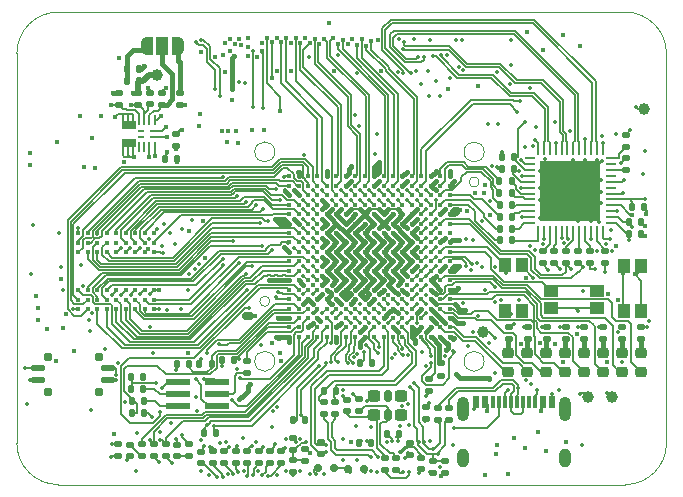
<source format=gtl>
G04 #@! TF.GenerationSoftware,KiCad,Pcbnew,9.0.1+dfsg-1*
G04 #@! TF.CreationDate,2025-07-10T12:54:23+02:00*
G04 #@! TF.ProjectId,ulx5m-gs,756c7835-6d2d-4677-932e-6b696361645f,rev?*
G04 #@! TF.SameCoordinates,Original*
G04 #@! TF.FileFunction,Copper,L1,Top*
G04 #@! TF.FilePolarity,Positive*
%FSLAX46Y46*%
G04 Gerber Fmt 4.6, Leading zero omitted, Abs format (unit mm)*
G04 Created by KiCad (PCBNEW 9.0.1+dfsg-1) date 2025-07-10 12:54:23*
%MOMM*%
%LPD*%
G01*
G04 APERTURE LIST*
G04 Aperture macros list*
%AMRoundRect*
0 Rectangle with rounded corners*
0 $1 Rounding radius*
0 $2 $3 $4 $5 $6 $7 $8 $9 X,Y pos of 4 corners*
0 Add a 4 corners polygon primitive as box body*
4,1,4,$2,$3,$4,$5,$6,$7,$8,$9,$2,$3,0*
0 Add four circle primitives for the rounded corners*
1,1,$1+$1,$2,$3*
1,1,$1+$1,$4,$5*
1,1,$1+$1,$6,$7*
1,1,$1+$1,$8,$9*
0 Add four rect primitives between the rounded corners*
20,1,$1+$1,$2,$3,$4,$5,0*
20,1,$1+$1,$4,$5,$6,$7,0*
20,1,$1+$1,$6,$7,$8,$9,0*
20,1,$1+$1,$8,$9,$2,$3,0*%
%AMFreePoly0*
4,1,23,0.550000,-0.750000,0.000000,-0.750000,0.000000,-0.745722,-0.065263,-0.745722,-0.191342,-0.711940,-0.304381,-0.646677,-0.396677,-0.554381,-0.461940,-0.441342,-0.495722,-0.315263,-0.495722,-0.250000,-0.500000,-0.250000,-0.500000,0.250000,-0.495722,0.250000,-0.495722,0.315263,-0.461940,0.441342,-0.396677,0.554381,-0.304381,0.646677,-0.191342,0.711940,-0.065263,0.745722,0.000000,0.745722,
0.000000,0.750000,0.550000,0.750000,0.550000,-0.750000,0.550000,-0.750000,$1*%
%AMFreePoly1*
4,1,23,0.000000,0.745722,0.065263,0.745722,0.191342,0.711940,0.304381,0.646677,0.396677,0.554381,0.461940,0.441342,0.495722,0.315263,0.495722,0.250000,0.500000,0.250000,0.500000,-0.250000,0.495722,-0.250000,0.495722,-0.315263,0.461940,-0.441342,0.396677,-0.554381,0.304381,-0.646677,0.191342,-0.711940,0.065263,-0.745722,0.000000,-0.745722,0.000000,-0.750000,-0.550000,-0.750000,
-0.550000,0.750000,0.000000,0.750000,0.000000,0.745722,0.000000,0.745722,$1*%
G04 Aperture macros list end*
G04 #@! TA.AperFunction,EtchedComponent*
%ADD10C,0.100000*%
G04 #@! TD*
G04 #@! TA.AperFunction,SMDPad,CuDef*
%ADD11RoundRect,0.135000X0.185000X-0.135000X0.185000X0.135000X-0.185000X0.135000X-0.185000X-0.135000X0*%
G04 #@! TD*
G04 #@! TA.AperFunction,SMDPad,CuDef*
%ADD12RoundRect,0.135000X0.135000X0.185000X-0.135000X0.185000X-0.135000X-0.185000X0.135000X-0.185000X0*%
G04 #@! TD*
G04 #@! TA.AperFunction,SMDPad,CuDef*
%ADD13RoundRect,0.140000X-0.170000X0.140000X-0.170000X-0.140000X0.170000X-0.140000X0.170000X0.140000X0*%
G04 #@! TD*
G04 #@! TA.AperFunction,SMDPad,CuDef*
%ADD14RoundRect,0.218750X-0.256250X0.218750X-0.256250X-0.218750X0.256250X-0.218750X0.256250X0.218750X0*%
G04 #@! TD*
G04 #@! TA.AperFunction,SMDPad,CuDef*
%ADD15RoundRect,0.140000X0.170000X-0.140000X0.170000X0.140000X-0.170000X0.140000X-0.170000X-0.140000X0*%
G04 #@! TD*
G04 #@! TA.AperFunction,SMDPad,CuDef*
%ADD16C,0.400000*%
G04 #@! TD*
G04 #@! TA.AperFunction,SMDPad,CuDef*
%ADD17R,1.150000X1.050000*%
G04 #@! TD*
G04 #@! TA.AperFunction,SMDPad,CuDef*
%ADD18RoundRect,0.135000X-0.185000X0.135000X-0.185000X-0.135000X0.185000X-0.135000X0.185000X0.135000X0*%
G04 #@! TD*
G04 #@! TA.AperFunction,SMDPad,CuDef*
%ADD19RoundRect,0.135000X-0.135000X-0.185000X0.135000X-0.185000X0.135000X0.185000X-0.135000X0.185000X0*%
G04 #@! TD*
G04 #@! TA.AperFunction,SMDPad,CuDef*
%ADD20C,1.000000*%
G04 #@! TD*
G04 #@! TA.AperFunction,SMDPad,CuDef*
%ADD21RoundRect,0.150000X0.150000X0.200000X-0.150000X0.200000X-0.150000X-0.200000X0.150000X-0.200000X0*%
G04 #@! TD*
G04 #@! TA.AperFunction,SMDPad,CuDef*
%ADD22RoundRect,0.147500X0.172500X-0.147500X0.172500X0.147500X-0.172500X0.147500X-0.172500X-0.147500X0*%
G04 #@! TD*
G04 #@! TA.AperFunction,SMDPad,CuDef*
%ADD23R,0.300000X1.000000*%
G04 #@! TD*
G04 #@! TA.AperFunction,SMDPad,CuDef*
%ADD24R,0.600000X1.000000*%
G04 #@! TD*
G04 #@! TA.AperFunction,ComponentPad*
%ADD25O,1.000000X1.600000*%
G04 #@! TD*
G04 #@! TA.AperFunction,ComponentPad*
%ADD26O,1.000000X2.100000*%
G04 #@! TD*
G04 #@! TA.AperFunction,SMDPad,CuDef*
%ADD27R,1.050000X1.150000*%
G04 #@! TD*
G04 #@! TA.AperFunction,SMDPad,CuDef*
%ADD28RoundRect,0.062500X-0.062500X0.375000X-0.062500X-0.375000X0.062500X-0.375000X0.062500X0.375000X0*%
G04 #@! TD*
G04 #@! TA.AperFunction,SMDPad,CuDef*
%ADD29RoundRect,0.062500X-0.375000X0.062500X-0.375000X-0.062500X0.375000X-0.062500X0.375000X0.062500X0*%
G04 #@! TD*
G04 #@! TA.AperFunction,SMDPad,CuDef*
%ADD30R,5.150000X5.150000*%
G04 #@! TD*
G04 #@! TA.AperFunction,SMDPad,CuDef*
%ADD31RoundRect,0.250000X-0.275000X0.250000X-0.275000X-0.250000X0.275000X-0.250000X0.275000X0.250000X0*%
G04 #@! TD*
G04 #@! TA.AperFunction,SMDPad,CuDef*
%ADD32RoundRect,0.162500X-0.162500X0.337500X-0.162500X-0.337500X0.162500X-0.337500X0.162500X0.337500X0*%
G04 #@! TD*
G04 #@! TA.AperFunction,SMDPad,CuDef*
%ADD33RoundRect,0.125000X0.475000X0.125000X-0.475000X0.125000X-0.475000X-0.125000X0.475000X-0.125000X0*%
G04 #@! TD*
G04 #@! TA.AperFunction,SMDPad,CuDef*
%ADD34RoundRect,0.175000X0.175000X0.175000X-0.175000X0.175000X-0.175000X-0.175000X0.175000X-0.175000X0*%
G04 #@! TD*
G04 #@! TA.AperFunction,SMDPad,CuDef*
%ADD35FreePoly0,0.000000*%
G04 #@! TD*
G04 #@! TA.AperFunction,SMDPad,CuDef*
%ADD36R,1.000000X1.500000*%
G04 #@! TD*
G04 #@! TA.AperFunction,SMDPad,CuDef*
%ADD37FreePoly1,0.000000*%
G04 #@! TD*
G04 #@! TA.AperFunction,SMDPad,CuDef*
%ADD38RoundRect,0.150000X0.350000X0.150000X-0.350000X0.150000X-0.350000X-0.150000X0.350000X-0.150000X0*%
G04 #@! TD*
G04 #@! TA.AperFunction,SMDPad,CuDef*
%ADD39R,0.203200X0.812800*%
G04 #@! TD*
G04 #@! TA.AperFunction,SMDPad,CuDef*
%ADD40R,0.203200X0.508000*%
G04 #@! TD*
G04 #@! TA.AperFunction,SMDPad,CuDef*
%ADD41R,1.092200X0.254000*%
G04 #@! TD*
G04 #@! TA.AperFunction,SMDPad,CuDef*
%ADD42R,0.508000X0.254000*%
G04 #@! TD*
G04 #@! TA.AperFunction,SMDPad,CuDef*
%ADD43R,2.000000X0.500000*%
G04 #@! TD*
G04 #@! TA.AperFunction,ViaPad*
%ADD44C,0.420000*%
G04 #@! TD*
G04 #@! TA.AperFunction,ViaPad*
%ADD45C,0.450000*%
G04 #@! TD*
G04 #@! TA.AperFunction,ViaPad*
%ADD46C,0.350000*%
G04 #@! TD*
G04 #@! TA.AperFunction,ViaPad*
%ADD47C,0.400000*%
G04 #@! TD*
G04 #@! TA.AperFunction,Conductor*
%ADD48C,0.203200*%
G04 #@! TD*
G04 #@! TA.AperFunction,Conductor*
%ADD49C,0.254000*%
G04 #@! TD*
G04 #@! TA.AperFunction,Conductor*
%ADD50C,0.200000*%
G04 #@! TD*
G04 #@! TA.AperFunction,Conductor*
%ADD51C,0.406400*%
G04 #@! TD*
G04 #@! TA.AperFunction,Conductor*
%ADD52C,0.127000*%
G04 #@! TD*
G04 #@! TA.AperFunction,Conductor*
%ADD53C,0.381000*%
G04 #@! TD*
G04 #@! TA.AperFunction,Conductor*
%ADD54C,0.508000*%
G04 #@! TD*
G04 #@! TA.AperFunction,Profile*
%ADD55C,0.100000*%
G04 #@! TD*
G04 APERTURE END LIST*
D10*
X69176602Y-67325000D02*
X68073401Y-67325000D01*
X68073401Y-66727000D01*
X69176602Y-66727000D01*
X69176602Y-67325000D01*
G04 #@! TA.AperFunction,EtchedComponent*
G36*
X69176602Y-67325000D02*
G01*
X68073401Y-67325000D01*
X68073401Y-66727000D01*
X69176602Y-66727000D01*
X69176602Y-67325000D01*
G37*
G04 #@! TD.AperFunction*
X69176602Y-68823000D02*
X68073401Y-68823000D01*
X68073401Y-68225000D01*
X69176602Y-68225000D01*
X69176602Y-68823000D01*
G04 #@! TA.AperFunction,EtchedComponent*
G36*
X69176602Y-68823000D02*
G01*
X68073401Y-68823000D01*
X68073401Y-68225000D01*
X69176602Y-68225000D01*
X69176602Y-68823000D01*
G37*
G04 #@! TD.AperFunction*
D11*
X73810000Y-95090000D03*
X73810000Y-94070000D03*
D12*
X101270000Y-70740000D03*
X100250000Y-70740000D03*
D13*
X93870000Y-90930000D03*
X93870000Y-91890000D03*
D14*
X107230000Y-86352500D03*
X107230000Y-87927500D03*
D15*
X76760000Y-95630000D03*
X76760000Y-94670000D03*
D16*
X82260000Y-71380000D03*
X83060000Y-71380000D03*
X83860000Y-71380000D03*
X84660000Y-71380000D03*
X85460000Y-71380000D03*
X86260000Y-71380000D03*
X87060000Y-71380000D03*
X87860000Y-71380000D03*
X88660000Y-71380000D03*
X89460000Y-71380000D03*
X90260000Y-71380000D03*
X91060000Y-71380000D03*
X91860000Y-71380000D03*
X92660000Y-71380000D03*
X93460000Y-71380000D03*
X94260000Y-71380000D03*
X95060000Y-71380000D03*
X95860000Y-71380000D03*
X82260000Y-72180000D03*
X83060000Y-72180000D03*
X83860000Y-72180000D03*
X84660000Y-72180000D03*
X85460000Y-72180000D03*
X86260000Y-72180000D03*
X87060000Y-72180000D03*
X87860000Y-72180000D03*
X88660000Y-72180000D03*
X89460000Y-72180000D03*
X90260000Y-72180000D03*
X91060000Y-72180000D03*
X91860000Y-72180000D03*
X92660000Y-72180000D03*
X93460000Y-72180000D03*
X94260000Y-72180000D03*
X95060000Y-72180000D03*
X95860000Y-72180000D03*
X82260000Y-72980000D03*
X83060000Y-72980000D03*
X83860000Y-72980000D03*
X84660000Y-72980000D03*
X85460000Y-72980000D03*
X86260000Y-72980000D03*
X87060000Y-72980000D03*
X87860000Y-72980000D03*
X88660000Y-72980000D03*
X89460000Y-72980000D03*
X90260000Y-72980000D03*
X91060000Y-72980000D03*
X91860000Y-72980000D03*
X92660000Y-72980000D03*
X93460000Y-72980000D03*
X94260000Y-72980000D03*
X95060000Y-72980000D03*
X95860000Y-72980000D03*
X82260000Y-73780000D03*
X83060000Y-73780000D03*
X83860000Y-73780000D03*
X84660000Y-73780000D03*
X85460000Y-73780000D03*
X86260000Y-73780000D03*
X87060000Y-73780000D03*
X87860000Y-73780000D03*
X88660000Y-73780000D03*
X89460000Y-73780000D03*
X90260000Y-73780000D03*
X91060000Y-73780000D03*
X91860000Y-73780000D03*
X92660000Y-73780000D03*
X93460000Y-73780000D03*
X94260000Y-73780000D03*
X95060000Y-73780000D03*
X95860000Y-73780000D03*
X82260000Y-74580000D03*
X83060000Y-74580000D03*
X83860000Y-74580000D03*
X84660000Y-74580000D03*
X85460000Y-74580000D03*
X86260000Y-74580000D03*
X87060000Y-74580000D03*
X87860000Y-74580000D03*
X88660000Y-74580000D03*
X89460000Y-74580000D03*
X90260000Y-74580000D03*
X91060000Y-74580000D03*
X91860000Y-74580000D03*
X92660000Y-74580000D03*
X93460000Y-74580000D03*
X94260000Y-74580000D03*
X95060000Y-74580000D03*
X95860000Y-74580000D03*
X82260000Y-75380000D03*
X83060000Y-75380000D03*
X83860000Y-75380000D03*
X84660000Y-75380000D03*
X85460000Y-75380000D03*
X86260000Y-75380000D03*
X87060000Y-75380000D03*
X87860000Y-75380000D03*
X88660000Y-75380000D03*
X89460000Y-75380000D03*
X90260000Y-75380000D03*
X91060000Y-75380000D03*
X91860000Y-75380000D03*
X92660000Y-75380000D03*
X93460000Y-75380000D03*
X94260000Y-75380000D03*
X95060000Y-75380000D03*
X95860000Y-75380000D03*
X82260000Y-76180000D03*
X83060000Y-76180000D03*
X83860000Y-76180000D03*
X84660000Y-76180000D03*
X85460000Y-76180000D03*
X86260000Y-76180000D03*
X87060000Y-76180000D03*
X87860000Y-76180000D03*
X88660000Y-76180000D03*
X89460000Y-76180000D03*
X90260000Y-76180000D03*
X91060000Y-76180000D03*
X91860000Y-76180000D03*
X92660000Y-76180000D03*
X93460000Y-76180000D03*
X94260000Y-76180000D03*
X95060000Y-76180000D03*
X95860000Y-76180000D03*
X82260000Y-76980000D03*
X83060000Y-76980000D03*
X83860000Y-76980000D03*
X84660000Y-76980000D03*
X85460000Y-76980000D03*
X86260000Y-76980000D03*
X87060000Y-76980000D03*
X87860000Y-76980000D03*
X88660000Y-76980000D03*
X89460000Y-76980000D03*
X90260000Y-76980000D03*
X91060000Y-76980000D03*
X91860000Y-76980000D03*
X92660000Y-76980000D03*
X93460000Y-76980000D03*
X94260000Y-76980000D03*
X95060000Y-76980000D03*
X95860000Y-76980000D03*
X82260000Y-77780000D03*
X83060000Y-77780000D03*
X83860000Y-77780000D03*
X84660000Y-77780000D03*
X85460000Y-77780000D03*
X86260000Y-77780000D03*
X87060000Y-77780000D03*
X87860000Y-77780000D03*
X88660000Y-77780000D03*
X89460000Y-77780000D03*
X90260000Y-77780000D03*
X91060000Y-77780000D03*
X91860000Y-77780000D03*
X92660000Y-77780000D03*
X93460000Y-77780000D03*
X94260000Y-77780000D03*
X95060000Y-77780000D03*
X95860000Y-77780000D03*
X82260000Y-78580000D03*
X83060000Y-78580000D03*
X83860000Y-78580000D03*
X84660000Y-78580000D03*
X85460000Y-78580000D03*
X86260000Y-78580000D03*
X87060000Y-78580000D03*
X87860000Y-78580000D03*
X88660000Y-78580000D03*
X89460000Y-78580000D03*
X90260000Y-78580000D03*
X91060000Y-78580000D03*
X91860000Y-78580000D03*
X92660000Y-78580000D03*
X93460000Y-78580000D03*
X94260000Y-78580000D03*
X95060000Y-78580000D03*
X95860000Y-78580000D03*
X82260000Y-79380000D03*
X83060000Y-79380000D03*
X83860000Y-79380000D03*
X84660000Y-79380000D03*
X85460000Y-79380000D03*
X86260000Y-79380000D03*
X87060000Y-79380000D03*
X87860000Y-79380000D03*
X88660000Y-79380000D03*
X89460000Y-79380000D03*
X90260000Y-79380000D03*
X91060000Y-79380000D03*
X91860000Y-79380000D03*
X92660000Y-79380000D03*
X93460000Y-79380000D03*
X94260000Y-79380000D03*
X95060000Y-79380000D03*
X95860000Y-79380000D03*
X82260000Y-80180000D03*
X83060000Y-80180000D03*
X83860000Y-80180000D03*
X84660000Y-80180000D03*
X85460000Y-80180000D03*
X86260000Y-80180000D03*
X87060000Y-80180000D03*
X87860000Y-80180000D03*
X88660000Y-80180000D03*
X89460000Y-80180000D03*
X90260000Y-80180000D03*
X91060000Y-80180000D03*
X91860000Y-80180000D03*
X92660000Y-80180000D03*
X93460000Y-80180000D03*
X94260000Y-80180000D03*
X95060000Y-80180000D03*
X95860000Y-80180000D03*
X82260000Y-80980000D03*
X83060000Y-80980000D03*
X83860000Y-80980000D03*
X84660000Y-80980000D03*
X85460000Y-80980000D03*
X86260000Y-80980000D03*
X87060000Y-80980000D03*
X87860000Y-80980000D03*
X88660000Y-80980000D03*
X89460000Y-80980000D03*
X90260000Y-80980000D03*
X91060000Y-80980000D03*
X91860000Y-80980000D03*
X92660000Y-80980000D03*
X93460000Y-80980000D03*
X94260000Y-80980000D03*
X95060000Y-80980000D03*
X95860000Y-80980000D03*
X82260000Y-81780000D03*
X83060000Y-81780000D03*
X83860000Y-81780000D03*
X84660000Y-81780000D03*
X85460000Y-81780000D03*
X86260000Y-81780000D03*
X87060000Y-81780000D03*
X87860000Y-81780000D03*
X88660000Y-81780000D03*
X89460000Y-81780000D03*
X90260000Y-81780000D03*
X91060000Y-81780000D03*
X91860000Y-81780000D03*
X92660000Y-81780000D03*
X93460000Y-81780000D03*
X94260000Y-81780000D03*
X95060000Y-81780000D03*
X95860000Y-81780000D03*
X82260000Y-82580000D03*
X83060000Y-82580000D03*
X83860000Y-82580000D03*
X84660000Y-82580000D03*
X85460000Y-82580000D03*
X86260000Y-82580000D03*
X87060000Y-82580000D03*
X87860000Y-82580000D03*
X88660000Y-82580000D03*
X89460000Y-82580000D03*
X90260000Y-82580000D03*
X91060000Y-82580000D03*
X91860000Y-82580000D03*
X92660000Y-82580000D03*
X93460000Y-82580000D03*
X94260000Y-82580000D03*
X95060000Y-82580000D03*
X95860000Y-82580000D03*
X82260000Y-83380000D03*
X83060000Y-83380000D03*
X83860000Y-83380000D03*
X84660000Y-83380000D03*
X85460000Y-83380000D03*
X86260000Y-83380000D03*
X87060000Y-83380000D03*
X87860000Y-83380000D03*
X88660000Y-83380000D03*
X89460000Y-83380000D03*
X90260000Y-83380000D03*
X91060000Y-83380000D03*
X91860000Y-83380000D03*
X92660000Y-83380000D03*
X93460000Y-83380000D03*
X94260000Y-83380000D03*
X95060000Y-83380000D03*
X95860000Y-83380000D03*
X82260000Y-84180000D03*
X83060000Y-84180000D03*
X83860000Y-84180000D03*
X84660000Y-84180000D03*
X85460000Y-84180000D03*
X86260000Y-84180000D03*
X87060000Y-84180000D03*
X87860000Y-84180000D03*
X88660000Y-84180000D03*
X89460000Y-84180000D03*
X90260000Y-84180000D03*
X91060000Y-84180000D03*
X91860000Y-84180000D03*
X92660000Y-84180000D03*
X93460000Y-84180000D03*
X94260000Y-84180000D03*
X95060000Y-84180000D03*
X95860000Y-84180000D03*
X82260000Y-84980000D03*
X83060000Y-84980000D03*
X83860000Y-84980000D03*
X84660000Y-84980000D03*
X85460000Y-84980000D03*
X86260000Y-84980000D03*
X87060000Y-84980000D03*
X87860000Y-84980000D03*
X88660000Y-84980000D03*
X89460000Y-84980000D03*
X90260000Y-84980000D03*
X91060000Y-84980000D03*
X91860000Y-84980000D03*
X92660000Y-84980000D03*
X93460000Y-84980000D03*
X94260000Y-84980000D03*
X95060000Y-84980000D03*
X95860000Y-84980000D03*
D15*
X81610000Y-95630000D03*
X81610000Y-94670000D03*
D12*
X112045000Y-75290000D03*
X111025000Y-75290000D03*
D14*
X112030000Y-86352500D03*
X112030000Y-87927500D03*
D15*
X87160000Y-91240000D03*
X87160000Y-90280000D03*
D17*
X108298748Y-82540000D03*
X104448748Y-82540000D03*
X108298748Y-81090000D03*
X104448748Y-81090000D03*
D11*
X105670000Y-85157500D03*
X105670000Y-84137500D03*
D13*
X90370000Y-95250000D03*
X90370000Y-96210000D03*
D18*
X95430000Y-95500000D03*
X95430000Y-96520000D03*
D15*
X70505001Y-65287000D03*
X70505001Y-64327000D03*
D18*
X103715000Y-77690000D03*
X103715000Y-78710000D03*
D19*
X88260000Y-87210000D03*
X89280000Y-87210000D03*
D12*
X73750000Y-87280000D03*
X72730000Y-87280000D03*
D18*
X110775000Y-69820000D03*
X110775000Y-70840000D03*
X95150000Y-87230000D03*
X95150000Y-88250000D03*
D15*
X80640000Y-95630000D03*
X80640000Y-94670000D03*
D18*
X78660000Y-87030000D03*
X78660000Y-88050000D03*
D11*
X107260000Y-85157500D03*
X107260000Y-84137500D03*
D15*
X77730000Y-95630000D03*
X77730000Y-94670000D03*
D19*
X88140000Y-93990000D03*
X89160000Y-93990000D03*
D15*
X72695000Y-68775000D03*
X72695000Y-67815000D03*
D11*
X104080000Y-85157500D03*
X104080000Y-84137500D03*
D14*
X100830000Y-86352500D03*
X100830000Y-87927500D03*
D16*
X70821722Y-76220000D03*
X70821722Y-77020000D03*
X70821722Y-77820000D03*
X70821722Y-81020000D03*
X70821722Y-81820000D03*
X70821722Y-82620000D03*
X70021722Y-76220000D03*
X70021722Y-77020000D03*
X70021722Y-77820000D03*
X70021722Y-81020000D03*
X70021722Y-81820000D03*
X70021722Y-82620000D03*
X69221722Y-76220000D03*
X69221722Y-77020000D03*
X69221722Y-77820000D03*
X69221722Y-81020000D03*
X69221722Y-81820000D03*
X69221722Y-82620000D03*
X68421722Y-76220000D03*
X68421722Y-77020000D03*
X68421722Y-77820000D03*
X68421722Y-81020000D03*
X68421722Y-81820000D03*
X68421722Y-82620000D03*
X67621722Y-76220000D03*
X67621722Y-77020000D03*
X67621722Y-77820000D03*
X67621722Y-81020000D03*
X67621722Y-81820000D03*
X67621722Y-82620000D03*
X66821722Y-76220000D03*
X66821722Y-77020000D03*
X66821722Y-77820000D03*
X66821722Y-81020000D03*
X66821722Y-81820000D03*
X66821722Y-82620000D03*
X66021722Y-76220000D03*
X66021722Y-77020000D03*
X66021722Y-77820000D03*
X66021722Y-81020000D03*
X66021722Y-81820000D03*
X66021722Y-82620000D03*
X65221722Y-76220000D03*
X65221722Y-77020000D03*
X65221722Y-77820000D03*
X65221722Y-81020000D03*
X65221722Y-81820000D03*
X65221722Y-82620000D03*
X64421722Y-76220000D03*
X64421722Y-77020000D03*
X64421722Y-77820000D03*
X64421722Y-81020000D03*
X64421722Y-81820000D03*
X64421722Y-82620000D03*
D14*
X102430000Y-86352500D03*
X102430000Y-87927500D03*
D15*
X74810000Y-95650000D03*
X74810000Y-94690000D03*
D13*
X93440000Y-95230000D03*
X93440000Y-96190000D03*
D20*
X112290000Y-65710000D03*
D11*
X69495001Y-65327000D03*
X69495001Y-64307000D03*
D14*
X105630000Y-86352500D03*
X105630000Y-87927500D03*
D21*
X87220000Y-96130000D03*
X88620000Y-96130000D03*
D22*
X72810000Y-95067500D03*
X72810000Y-94097500D03*
D18*
X71814887Y-94072128D03*
X71814887Y-95092128D03*
D11*
X100900000Y-85157500D03*
X100900000Y-84137500D03*
D14*
X110430000Y-86352500D03*
X110430000Y-87927500D03*
X108830000Y-86352500D03*
X108830000Y-87927500D03*
D19*
X90540000Y-93180000D03*
X91560000Y-93180000D03*
D11*
X110440000Y-85157500D03*
X110440000Y-84137500D03*
D13*
X91310000Y-95250000D03*
X91310000Y-96210000D03*
D15*
X82580000Y-94530000D03*
X82580000Y-93570000D03*
D12*
X86220000Y-89580000D03*
X85200000Y-89580000D03*
D23*
X100050000Y-90513750D03*
X101050000Y-90513750D03*
X101550000Y-90513750D03*
X102550000Y-90513750D03*
X103050000Y-90513750D03*
X102050000Y-90513750D03*
X100550000Y-90513750D03*
X99550000Y-90513750D03*
D24*
X98075000Y-90513750D03*
X104525000Y-90513750D03*
D25*
X96982000Y-95268750D03*
D26*
X96982000Y-91088750D03*
X105618000Y-91088750D03*
D25*
X105618000Y-95268750D03*
D24*
X98850000Y-90513750D03*
X103750000Y-90513750D03*
D20*
X71095001Y-62817000D03*
D18*
X83580000Y-94480000D03*
X83580000Y-95500000D03*
D12*
X112045000Y-76300000D03*
X111025000Y-76300000D03*
X101120000Y-74810000D03*
X100100000Y-74810000D03*
D18*
X82590000Y-95430000D03*
X82590000Y-96450000D03*
X105725000Y-77680000D03*
X105725000Y-78700000D03*
D12*
X101120000Y-76810000D03*
X100100000Y-76810000D03*
D13*
X85210000Y-90530000D03*
X85210000Y-91490000D03*
D12*
X101090000Y-72810000D03*
X100070000Y-72810000D03*
D18*
X70784887Y-94072128D03*
X70784887Y-95092128D03*
D20*
X98690000Y-84550000D03*
D22*
X68760000Y-95070000D03*
X68760000Y-94100000D03*
D12*
X101270000Y-69740000D03*
X100250000Y-69740000D03*
D18*
X110775000Y-67900000D03*
X110775000Y-68920000D03*
D12*
X69515001Y-62337000D03*
X68495001Y-62337000D03*
D18*
X106725000Y-77680000D03*
X106725000Y-78700000D03*
D27*
X112065000Y-78945000D03*
X112065000Y-82795000D03*
X110615000Y-78945000D03*
X110615000Y-82795000D03*
D15*
X88140000Y-91230000D03*
X88140000Y-90270000D03*
D18*
X109005000Y-77690000D03*
X109005000Y-78710000D03*
D20*
X109620000Y-90070000D03*
D13*
X86180000Y-90530000D03*
X86180000Y-91490000D03*
D12*
X101090000Y-71810000D03*
X100070000Y-71810000D03*
D11*
X95780000Y-92000000D03*
X95780000Y-90980000D03*
D18*
X71515001Y-64327000D03*
X71515001Y-65347000D03*
D11*
X94840000Y-92000000D03*
X94840000Y-90980000D03*
D18*
X67760000Y-94070000D03*
X67760000Y-95090000D03*
D19*
X68920000Y-90390000D03*
X69940000Y-90390000D03*
X68880000Y-89380000D03*
X69900000Y-89380000D03*
D18*
X107725000Y-77690000D03*
X107725000Y-78710000D03*
D21*
X84680000Y-96120000D03*
X86080000Y-96120000D03*
D18*
X84970000Y-93850000D03*
X84970000Y-94870000D03*
D11*
X108850000Y-85157500D03*
X108850000Y-84137500D03*
D20*
X107560000Y-90090000D03*
D11*
X102490000Y-85157500D03*
X102490000Y-84137500D03*
X67885001Y-65347000D03*
X67885001Y-64327000D03*
D28*
X108822500Y-69152500D03*
X108322500Y-69152500D03*
X107822500Y-69152500D03*
X107322500Y-69152500D03*
X106822500Y-69152500D03*
X106322500Y-69152500D03*
X105822500Y-69152500D03*
X105322500Y-69152500D03*
X104822500Y-69152500D03*
X104322500Y-69152500D03*
X103822500Y-69152500D03*
X103322500Y-69152500D03*
D29*
X102635000Y-69840000D03*
X102635000Y-70340000D03*
X102635000Y-70840000D03*
X102635000Y-71340000D03*
X102635000Y-71840000D03*
X102635000Y-72340000D03*
X102635000Y-72840000D03*
X102635000Y-73340000D03*
X102635000Y-73840000D03*
X102635000Y-74340000D03*
X102635000Y-74840000D03*
X102635000Y-75340000D03*
D28*
X103322500Y-76027500D03*
X103822500Y-76027500D03*
X104322500Y-76027500D03*
X104822500Y-76027500D03*
X105322500Y-76027500D03*
X105822500Y-76027500D03*
X106322500Y-76027500D03*
X106822500Y-76027500D03*
X107322500Y-76027500D03*
X107822500Y-76027500D03*
X108322500Y-76027500D03*
X108822500Y-76027500D03*
D29*
X109510000Y-75340000D03*
X109510000Y-74840000D03*
X109510000Y-74340000D03*
X109510000Y-73840000D03*
X109510000Y-73340000D03*
X109510000Y-72840000D03*
X109510000Y-72340000D03*
X109510000Y-71840000D03*
X109510000Y-71340000D03*
X109510000Y-70840000D03*
X109510000Y-70340000D03*
X109510000Y-69840000D03*
D30*
X106072500Y-72590000D03*
D31*
X91725000Y-89970000D03*
D32*
X90600000Y-89970000D03*
D31*
X89475000Y-89970000D03*
X89475000Y-91570000D03*
D32*
X90600000Y-91570000D03*
D31*
X91725000Y-91570000D03*
D12*
X69515001Y-63347000D03*
X68495001Y-63347000D03*
D27*
X101955000Y-78905000D03*
X101955000Y-82755000D03*
X100505000Y-78905000D03*
X100505000Y-82755000D03*
D11*
X94430000Y-96510000D03*
X94430000Y-95490000D03*
D33*
X66940000Y-88640000D03*
X66940000Y-87640000D03*
X61040000Y-87640000D03*
X61040000Y-88640000D03*
D34*
X66140000Y-89640000D03*
X66140000Y-86640000D03*
X61840000Y-89640000D03*
X61840000Y-86640000D03*
D18*
X69770000Y-94070000D03*
X69770000Y-95090000D03*
D15*
X78690000Y-95630000D03*
X78690000Y-94670000D03*
D12*
X69940000Y-91410000D03*
X68920000Y-91410000D03*
D15*
X75780000Y-95640000D03*
X75780000Y-94680000D03*
D12*
X101120000Y-75810000D03*
X100100000Y-75810000D03*
X101120000Y-73810000D03*
X100100000Y-73810000D03*
X77620000Y-86970000D03*
X76600000Y-86970000D03*
X69890000Y-88370000D03*
X68870000Y-88370000D03*
D11*
X112030000Y-85157500D03*
X112030000Y-84137500D03*
D35*
X70235000Y-60340000D03*
D36*
X71535000Y-60340000D03*
D37*
X72835000Y-60340000D03*
D18*
X94140000Y-88530000D03*
X94140000Y-89550000D03*
D19*
X75040000Y-93090000D03*
X76060000Y-93090000D03*
D18*
X104715000Y-77690000D03*
X104715000Y-78710000D03*
D38*
X78780000Y-83190000D03*
D12*
X75690000Y-87270000D03*
X74670000Y-87270000D03*
D11*
X73045000Y-65325000D03*
X73045000Y-64305000D03*
D19*
X82610000Y-92040000D03*
X83630000Y-92040000D03*
D14*
X104030000Y-86352500D03*
X104030000Y-87927500D03*
D39*
X70875001Y-66625000D03*
X70425002Y-66625000D03*
X69975000Y-66625000D03*
X69525001Y-66625000D03*
D40*
X69075002Y-66473000D03*
X68625000Y-66473000D03*
X68175001Y-66473000D03*
X68175001Y-69077000D03*
X68625000Y-69077000D03*
X69075002Y-69077000D03*
D39*
X69525001Y-68925000D03*
X69975000Y-68925000D03*
X70425002Y-68925000D03*
X70875001Y-68925000D03*
D41*
X71025001Y-68025000D03*
X71025001Y-67525000D03*
D42*
X69750002Y-67525000D03*
X69750002Y-68025000D03*
D15*
X79670000Y-95630000D03*
X79670000Y-94670000D03*
D43*
X76150000Y-90830000D03*
X72850000Y-90830000D03*
X76150000Y-89830000D03*
X72850000Y-89830000D03*
X76150000Y-88830000D03*
X72850000Y-88830000D03*
D12*
X112335000Y-73950000D03*
X111315000Y-73950000D03*
D13*
X92460000Y-94000000D03*
X92460000Y-94960000D03*
D12*
X72810000Y-69890000D03*
X71790000Y-69890000D03*
D44*
X77230000Y-59720000D03*
D45*
X99740000Y-94890000D03*
D44*
X78150000Y-60230000D03*
D45*
X101280000Y-93500000D03*
X103590000Y-91240000D03*
X70365000Y-69735000D03*
D44*
X77660000Y-60170000D03*
X78810000Y-59700000D03*
X76820000Y-60080000D03*
D45*
X72685000Y-69055000D03*
X102390000Y-59180000D03*
X105430000Y-87130000D03*
X106610000Y-84760000D03*
X60280000Y-70430000D03*
X70945000Y-69635000D03*
X72775000Y-70160000D03*
X62650000Y-68490000D03*
X105410000Y-59410000D03*
X102240000Y-94350000D03*
D44*
X78030000Y-59760000D03*
D45*
X109160000Y-87120000D03*
X99000000Y-91230000D03*
X64900000Y-70610000D03*
X103750000Y-60710000D03*
D46*
X92260000Y-78980000D03*
D45*
X64520000Y-66290000D03*
D46*
X77060000Y-96560000D03*
D45*
X109300000Y-81340000D03*
D46*
X105111250Y-73551250D03*
D45*
X103470000Y-85520000D03*
D46*
X87460000Y-80580000D03*
X80524601Y-80180240D03*
X89060000Y-78180000D03*
X90660000Y-79780000D03*
X91460000Y-75780000D03*
X87460000Y-76580000D03*
X95470000Y-86620000D03*
D45*
X100760000Y-96600000D03*
D46*
X90660000Y-78980000D03*
D45*
X104780000Y-85590000D03*
D46*
X68370000Y-90490000D03*
X87870000Y-66180000D03*
D45*
X70005000Y-62025000D03*
D46*
X83980000Y-61250000D03*
X68020000Y-77480000D03*
D45*
X75130000Y-78310000D03*
D46*
X96980000Y-82150000D03*
X72350000Y-95660000D03*
X87460000Y-77380000D03*
X97860000Y-76800000D03*
D45*
X71795000Y-63865000D03*
D46*
X105200000Y-84130000D03*
X91570000Y-59740000D03*
X81060000Y-74980000D03*
X87460000Y-79780000D03*
X101310000Y-83890000D03*
D45*
X81380000Y-85140000D03*
D46*
X107060000Y-94120000D03*
D45*
X63080000Y-84210000D03*
D46*
X94220000Y-59850000D03*
X84915000Y-83635000D03*
X86810000Y-89460000D03*
X92360000Y-86540000D03*
X110120000Y-84570000D03*
X92260000Y-78180000D03*
X101020000Y-61970000D03*
D44*
X77910000Y-68590000D03*
D46*
X68040000Y-81390000D03*
X97020000Y-62410000D03*
D45*
X80830000Y-85520000D03*
D46*
X88860000Y-90410000D03*
X86260000Y-85380000D03*
X90660000Y-76580000D03*
X91610000Y-92520000D03*
X99410000Y-70540000D03*
X64410000Y-75790000D03*
X72190000Y-76160000D03*
X100220000Y-81820000D03*
X93760000Y-92070000D03*
X62800000Y-76190000D03*
D45*
X65830000Y-70640000D03*
D46*
X71360000Y-93050000D03*
X92950000Y-85510000D03*
X73220000Y-75880000D03*
X81990000Y-93590000D03*
X88260000Y-74980000D03*
X81860000Y-84980000D03*
X103070000Y-77660000D03*
X92050000Y-95220000D03*
X69650000Y-81380000D03*
X86660000Y-81380000D03*
X107275000Y-69980000D03*
X78430000Y-96330000D03*
X96610000Y-62140000D03*
X79430000Y-93850000D03*
X63080000Y-81020000D03*
D44*
X85600000Y-58360000D03*
D46*
X65510000Y-91140000D03*
X92440000Y-92460000D03*
X105322500Y-76630000D03*
X104260000Y-73310000D03*
D44*
X74800000Y-60870000D03*
D46*
X103485000Y-73390000D03*
X104540000Y-89800000D03*
X76950000Y-93850000D03*
X99820000Y-70630000D03*
X85230000Y-96550000D03*
X89490000Y-69510000D03*
X98200000Y-78730000D03*
X85860000Y-77380000D03*
X106310000Y-74680000D03*
X87460000Y-78180000D03*
X85860000Y-80580000D03*
X88260000Y-81380000D03*
D45*
X73215000Y-67435000D03*
D46*
X91460000Y-81380000D03*
X89060000Y-79780000D03*
X90660000Y-82980000D03*
X94000000Y-62460000D03*
D45*
X103330000Y-93000000D03*
D46*
X108655000Y-72690000D03*
X85860000Y-78180000D03*
X95910000Y-63030000D03*
X108665000Y-71710000D03*
X74250000Y-79270000D03*
X91460000Y-74180000D03*
X89060000Y-76580000D03*
X87970000Y-62650000D03*
X95850000Y-70930000D03*
X89860000Y-70180000D03*
X92260000Y-76580000D03*
D45*
X96660000Y-76810000D03*
D44*
X79580000Y-61240000D03*
D46*
X81859990Y-74980000D03*
X82260000Y-85380000D03*
X85860000Y-75780000D03*
X94730000Y-63280000D03*
D44*
X82420000Y-62450000D03*
X81200000Y-62450000D03*
D46*
X94660000Y-71780000D03*
X96259992Y-78980000D03*
X96660000Y-78980000D03*
D45*
X110080000Y-81840000D03*
D46*
X81889817Y-72581197D03*
X112520000Y-84120000D03*
X93460000Y-63560000D03*
X108295000Y-69990000D03*
X110430000Y-87130000D03*
X83210000Y-96340000D03*
X111125000Y-67493240D03*
D45*
X96210000Y-85110000D03*
D46*
X78390000Y-93560000D03*
D45*
X70295000Y-63865000D03*
D46*
X109611760Y-77683002D03*
X85860000Y-78980000D03*
X104067500Y-74337500D03*
X111610000Y-65540000D03*
X105090000Y-89450000D03*
X71270000Y-95610000D03*
X88000000Y-95380000D03*
X107815000Y-75180000D03*
X88260000Y-74180000D03*
X108530000Y-84150000D03*
X94660000Y-79780000D03*
X89060000Y-74180000D03*
X69630000Y-77470000D03*
X82610000Y-96690000D03*
X102890000Y-68780000D03*
X108765000Y-70120000D03*
D44*
X74710000Y-66120000D03*
D46*
X66660000Y-85990000D03*
D45*
X88260000Y-85820000D03*
D46*
X81800000Y-71410000D03*
X76450000Y-93960000D03*
X71480000Y-89340000D03*
D44*
X87610000Y-59770000D03*
D46*
X89180000Y-92600000D03*
X80810000Y-92620000D03*
X89060000Y-74980000D03*
X102660000Y-63870000D03*
X89060000Y-77380000D03*
X99270000Y-73460000D03*
X81860000Y-80180000D03*
D47*
X92280000Y-80600000D03*
D46*
X90530000Y-93850000D03*
X87920000Y-92560000D03*
D45*
X98000000Y-72820000D03*
X65610000Y-68150000D03*
D46*
X60420000Y-79660000D03*
D44*
X81220000Y-59640000D03*
D46*
X112250000Y-71150000D03*
X92270000Y-70990000D03*
X100290000Y-69290000D03*
D45*
X98860000Y-96640000D03*
D46*
X76610000Y-87430000D03*
X89060000Y-78980000D03*
X74800000Y-93730000D03*
X96160000Y-94090000D03*
X71620000Y-77890000D03*
X93850000Y-90000000D03*
X93060000Y-74980000D03*
X95460000Y-83780000D03*
D44*
X82410000Y-60060000D03*
D46*
X89700000Y-96450000D03*
D44*
X76980000Y-68450000D03*
D46*
X84050000Y-96570000D03*
X90660000Y-80580000D03*
X85860000Y-74180000D03*
X99730000Y-88030000D03*
X89210000Y-96330000D03*
X85860000Y-79780000D03*
X81860000Y-77380000D03*
D45*
X101880000Y-85570000D03*
D46*
X70420000Y-76700000D03*
X72660000Y-87760000D03*
X85860000Y-76580000D03*
X67210000Y-95130000D03*
X93270000Y-96490000D03*
X105400000Y-74290000D03*
X90660000Y-77380000D03*
X60110000Y-90660000D03*
D44*
X83610000Y-59670000D03*
D45*
X96710000Y-74210000D03*
D46*
X108480000Y-75210000D03*
X82010000Y-96350000D03*
X106910000Y-89830000D03*
X103465000Y-72340000D03*
X94660000Y-80580000D03*
D44*
X90080000Y-62470000D03*
D46*
X85060000Y-81380000D03*
X110560000Y-84120000D03*
X68550000Y-95440000D03*
X86810000Y-95410000D03*
D45*
X77390000Y-64920000D03*
D46*
X64650000Y-78880000D03*
X75470000Y-96680000D03*
D45*
X66350000Y-66310000D03*
D46*
X108331760Y-77691263D03*
D44*
X86020000Y-62470000D03*
D46*
X92810000Y-59720000D03*
D45*
X71405000Y-66275000D03*
X106900000Y-60340000D03*
D46*
X103490000Y-70950000D03*
X91460000Y-74980000D03*
X103660000Y-84120000D03*
D45*
X99820000Y-94130000D03*
D46*
X89060000Y-81380000D03*
D45*
X67365000Y-64325000D03*
D46*
X82830000Y-93870000D03*
X87480000Y-70500000D03*
X64810000Y-80690000D03*
D44*
X80000000Y-60080000D03*
D46*
X89060000Y-75780000D03*
X106700000Y-84130000D03*
X79610000Y-96340000D03*
X69310000Y-96340000D03*
X103910000Y-69950000D03*
X92260000Y-77380000D03*
X91460000Y-82980000D03*
X73140000Y-82650000D03*
X81275000Y-96665000D03*
X108635000Y-73660000D03*
X100950000Y-63590000D03*
X89060000Y-80580000D03*
X74830000Y-96360000D03*
X101060000Y-59870000D03*
X71110000Y-75870000D03*
X62920000Y-79040000D03*
X81185000Y-80180000D03*
X91470000Y-62540000D03*
X95150000Y-88250000D03*
X60600000Y-75510000D03*
X92260000Y-79780000D03*
D47*
X90640000Y-81400000D03*
D46*
X65430000Y-84460000D03*
X92300000Y-94810000D03*
D45*
X60330000Y-69440000D03*
D46*
X102107500Y-84137500D03*
D45*
X71835000Y-67205000D03*
X62530000Y-86990000D03*
D46*
X86785000Y-93635000D03*
D45*
X104010000Y-94660000D03*
D46*
X106285000Y-69980000D03*
X106730000Y-75200000D03*
D45*
X73435000Y-65305000D03*
D46*
X85860000Y-74980000D03*
X70520000Y-84100000D03*
X91810000Y-90790000D03*
X73770000Y-79670000D03*
X103523481Y-74881519D03*
X87460000Y-81380000D03*
X93020000Y-62490000D03*
X87460000Y-78980000D03*
X90660000Y-78180000D03*
X94660000Y-72580000D03*
X97910000Y-91050000D03*
X106717500Y-72167500D03*
X83210000Y-93600000D03*
D44*
X89750000Y-59870000D03*
D45*
X69155000Y-69735000D03*
X68905001Y-65337000D03*
D46*
X91460000Y-78980000D03*
X88260000Y-77380000D03*
X89670000Y-67800000D03*
X89860000Y-79780000D03*
X88260000Y-76580000D03*
D45*
X74650000Y-67130000D03*
D46*
X88260000Y-79780000D03*
X91460000Y-78180000D03*
X86660000Y-76580000D03*
X96365000Y-88135000D03*
X89860000Y-78980000D03*
X86660000Y-77380000D03*
X86660000Y-78180000D03*
X99200000Y-88520000D03*
X88260000Y-78180000D03*
D45*
X97330000Y-74280000D03*
D46*
X88200000Y-67160000D03*
X86660000Y-79780000D03*
X89860000Y-77380000D03*
X98290000Y-83190000D03*
X88260000Y-78980000D03*
X89860000Y-76580000D03*
X88260000Y-80580000D03*
D45*
X73770000Y-76050000D03*
D46*
X86660000Y-80580000D03*
X89860000Y-78180000D03*
X99170000Y-85520000D03*
X89860000Y-80580000D03*
X94080000Y-64540000D03*
X86660000Y-78980000D03*
X95060000Y-64540000D03*
X99720000Y-81990000D03*
X91460000Y-79780000D03*
X91460000Y-77380000D03*
D45*
X98830000Y-72140000D03*
X69050000Y-64290000D03*
D46*
X91460000Y-80580000D03*
X93500000Y-86250000D03*
X91460000Y-76580000D03*
X99720000Y-85110000D03*
X97170000Y-82690000D03*
X94660000Y-82180000D03*
X94660000Y-83780000D03*
X97380000Y-85790000D03*
X101740000Y-81830000D03*
X91840000Y-85980000D03*
D45*
X95520000Y-86120000D03*
D46*
X69920000Y-88190000D03*
X70670000Y-91770000D03*
X99840000Y-62540000D03*
D45*
X112450000Y-74580000D03*
X73730000Y-86310000D03*
X112410000Y-75590000D03*
X98775000Y-72805000D03*
X111275000Y-74620000D03*
D46*
X107835000Y-76720000D03*
X74440000Y-91240000D03*
X71890000Y-82660000D03*
X99060000Y-66950000D03*
D44*
X76700000Y-61070000D03*
D46*
X103720493Y-77133240D03*
X105510000Y-77070000D03*
X70740000Y-86340000D03*
X95630000Y-61150000D03*
D45*
X112410000Y-76460000D03*
D46*
X98610000Y-79040000D03*
X97620000Y-79310000D03*
X67630000Y-88190000D03*
D44*
X76800000Y-62570000D03*
D46*
X72680000Y-93620000D03*
X102010000Y-71340000D03*
X109060000Y-77110000D03*
X67570000Y-88630000D03*
D45*
X99310000Y-74630000D03*
D46*
X69350000Y-93110000D03*
D45*
X60980000Y-82540000D03*
D46*
X97260000Y-76690000D03*
D45*
X102350000Y-79950000D03*
D46*
X75060000Y-88560000D03*
X98580000Y-75180000D03*
X79850000Y-85689300D03*
X67740000Y-87150000D03*
X92260000Y-83780000D03*
X94080000Y-90540000D03*
X91725000Y-91570000D03*
D45*
X87530000Y-93870000D03*
D46*
X91680000Y-94700000D03*
X107140000Y-81100000D03*
D45*
X84010000Y-94780000D03*
D46*
X102670000Y-77260000D03*
D45*
X60820000Y-81540000D03*
D46*
X97790000Y-84540000D03*
D45*
X105690000Y-93840000D03*
D46*
X106040000Y-67530000D03*
X105835000Y-76650000D03*
D45*
X81590000Y-87000000D03*
D46*
X110060000Y-74330000D03*
X101975000Y-74850000D03*
D45*
X78920000Y-88930000D03*
D46*
X78015000Y-90255000D03*
X101935000Y-72340000D03*
X102250000Y-68890000D03*
X101926350Y-70008920D03*
X109525000Y-75940000D03*
X103835000Y-76660000D03*
X112760000Y-83610000D03*
X77960000Y-96380000D03*
X77520000Y-96590000D03*
X79210000Y-96690000D03*
X78680000Y-96740000D03*
X80450000Y-96760000D03*
X80000000Y-96660000D03*
X76660000Y-96800000D03*
X76190000Y-96830000D03*
X89780000Y-95160000D03*
X89170000Y-95160000D03*
X92390000Y-96400000D03*
X91900000Y-96430000D03*
X74390000Y-88580000D03*
X74830000Y-86860000D03*
X107305000Y-68220000D03*
X104815000Y-68570000D03*
D45*
X67205000Y-65375000D03*
X71925000Y-69330000D03*
D46*
X99690000Y-80750000D03*
X76300000Y-85590000D03*
X78060000Y-88480000D03*
X71000000Y-88890000D03*
X75310000Y-86360000D03*
X84260000Y-81380000D03*
X74390000Y-90040000D03*
X83460000Y-81380000D03*
X78010000Y-63390000D03*
X94660000Y-77380000D03*
X78560000Y-63440000D03*
X93860000Y-77380000D03*
X86630000Y-83820000D03*
D47*
X87465000Y-82175000D03*
X89060000Y-82190000D03*
D46*
X88280000Y-82190000D03*
D47*
X86670000Y-82190000D03*
X88260000Y-84580000D03*
D45*
X81450000Y-86340000D03*
X96560000Y-80820000D03*
D47*
X89875000Y-81365000D03*
D46*
X93060000Y-82980000D03*
X93060000Y-83780000D03*
X92260000Y-81380000D03*
D45*
X97000000Y-83800000D03*
D46*
X90660000Y-82180000D03*
X81250000Y-90940000D03*
X77860000Y-94180000D03*
X77130000Y-94300000D03*
X80910000Y-91250000D03*
X89860000Y-82180000D03*
X80010000Y-94310000D03*
X92260000Y-82980000D03*
X93060000Y-82180000D03*
X79160000Y-94220000D03*
X81900000Y-94420000D03*
X93060000Y-81380000D03*
X93860000Y-82180000D03*
X81040000Y-94020000D03*
X91460000Y-82180000D03*
X75520000Y-94330000D03*
X75040000Y-94210000D03*
X92260000Y-82180000D03*
X110595000Y-71680000D03*
X102265000Y-66785000D03*
X104750000Y-66760000D03*
X91940000Y-62600000D03*
X101695603Y-70928446D03*
X92550000Y-62620000D03*
X93660000Y-61240000D03*
X93180000Y-61250000D03*
X85410000Y-94105000D03*
X85410000Y-94695000D03*
X91880000Y-86480000D03*
D44*
X81590000Y-60030000D03*
D46*
X85060000Y-72580000D03*
D44*
X80410000Y-59660000D03*
X81530000Y-65860000D03*
X82820000Y-59670000D03*
D46*
X89860000Y-72580000D03*
D44*
X84010000Y-60120000D03*
D46*
X92260000Y-72580000D03*
D44*
X86010000Y-59710000D03*
X81990000Y-59690000D03*
D46*
X85860000Y-73380000D03*
D44*
X86800000Y-59800000D03*
D46*
X89060000Y-72580000D03*
D44*
X83210000Y-60070000D03*
X85220000Y-59740000D03*
D46*
X86660000Y-73380000D03*
X87459995Y-73379995D03*
D44*
X86420000Y-60180000D03*
D46*
X91460000Y-73380000D03*
X87460000Y-72580000D03*
D44*
X89220000Y-59920000D03*
X84810000Y-60170000D03*
D46*
X88260000Y-72580000D03*
X112350000Y-73270000D03*
X101820000Y-64980000D03*
X93060000Y-72580000D03*
X111300000Y-75710000D03*
X86660000Y-72580000D03*
X90660000Y-72580000D03*
X89060000Y-73380000D03*
D44*
X88020000Y-60240000D03*
X88400000Y-59750000D03*
X88800000Y-60340000D03*
D46*
X88260000Y-73380000D03*
X92260000Y-73380000D03*
X93060000Y-73380000D03*
X108970000Y-79460000D03*
X108130000Y-79250000D03*
X101590000Y-65970000D03*
X78900000Y-82500000D03*
X81140000Y-81630000D03*
X71290000Y-91370000D03*
X81310000Y-81193760D03*
X73220000Y-93300000D03*
X77430000Y-90330000D03*
X93260000Y-93900000D03*
X94850000Y-94860000D03*
X92500000Y-89260000D03*
X102706777Y-89006777D03*
X102353223Y-88653223D03*
X94473223Y-94443223D03*
X92850000Y-88920000D03*
X93710000Y-93860000D03*
X107120000Y-79090000D03*
X106150000Y-79200000D03*
X105180000Y-79220000D03*
X94660000Y-74980000D03*
X104220000Y-79290000D03*
X93860000Y-74980000D03*
X111020000Y-76780000D03*
X93860000Y-73380000D03*
X110338750Y-70290000D03*
X109470000Y-76730000D03*
X93860000Y-72580000D03*
X93860000Y-74180000D03*
X110550000Y-72830000D03*
X91990000Y-60030000D03*
X91930000Y-60630000D03*
X95100000Y-61110000D03*
X94440000Y-61220000D03*
X109180000Y-89750000D03*
X108835000Y-68580000D03*
X103120000Y-68330000D03*
X108750000Y-67940000D03*
X84260000Y-82980000D03*
D44*
X79390000Y-83220000D03*
D46*
X96920000Y-59840000D03*
X103180000Y-67180000D03*
X96380000Y-59880000D03*
X99980000Y-66940000D03*
D45*
X71945000Y-68035000D03*
X67545000Y-66365000D03*
D46*
X75990000Y-64020000D03*
X74410000Y-60050000D03*
X80070000Y-65560000D03*
D44*
X79990000Y-60770000D03*
D46*
X76370000Y-64620000D03*
X74830000Y-59810000D03*
D44*
X80840000Y-63060000D03*
D46*
X90660000Y-73380000D03*
D44*
X80810000Y-60010000D03*
X87230000Y-60200000D03*
D46*
X93860000Y-76580000D03*
D44*
X76000000Y-61240000D03*
D45*
X67430000Y-93160000D03*
X77740000Y-67530000D03*
X95080000Y-96790000D03*
X77460000Y-64030000D03*
X79160000Y-67460000D03*
X98260000Y-63750000D03*
X64030000Y-86150000D03*
X109950000Y-77240000D03*
X68310000Y-70200000D03*
X76540000Y-67570000D03*
X80110000Y-67450000D03*
X67870000Y-61360000D03*
X60980000Y-83540000D03*
D46*
X109960000Y-67760000D03*
X112350000Y-69210000D03*
D45*
X95750000Y-64020000D03*
D44*
X77230000Y-60790000D03*
X78790000Y-60430000D03*
D46*
X92300000Y-90680000D03*
D44*
X77600000Y-61220000D03*
D45*
X61780000Y-84340000D03*
X77090000Y-67580000D03*
D46*
X81160000Y-72492386D03*
X84260000Y-73380000D03*
X83460000Y-74980000D03*
X80070000Y-74158220D03*
X79080000Y-79011540D03*
X83460000Y-78980000D03*
X84260000Y-75780000D03*
X80485000Y-75205000D03*
X84260000Y-77380000D03*
X76624163Y-78364423D03*
X79470000Y-73819740D03*
X84260000Y-74980000D03*
X83460000Y-76580000D03*
X79940000Y-77299980D03*
X78030892Y-78723613D03*
X84260000Y-78980000D03*
X83460000Y-77380000D03*
X80800000Y-77647760D03*
X83460000Y-79780000D03*
X78682437Y-80992437D03*
X83460000Y-74180000D03*
X78596743Y-73557203D03*
X83460000Y-73380000D03*
X81460001Y-73380003D03*
X83460000Y-75780000D03*
X79810000Y-75335240D03*
X77830000Y-73080940D03*
X84260000Y-74180000D03*
X76703200Y-71420220D03*
X84260000Y-72580000D03*
X77550000Y-76899720D03*
X84260000Y-76580000D03*
X76630779Y-78926147D03*
X84260000Y-78180000D03*
X78607359Y-79619740D03*
X84260000Y-79780000D03*
X94660000Y-76580000D03*
X86410000Y-61100000D03*
X79200000Y-60780000D03*
X79180000Y-65520000D03*
X103260000Y-89500000D03*
X96260000Y-92680000D03*
X68820000Y-77480000D03*
X68870000Y-81420000D03*
D45*
X70350000Y-77510000D03*
D46*
X63970000Y-82580000D03*
D44*
X71280000Y-81020000D03*
D46*
X70480000Y-81360000D03*
X71210000Y-82630000D03*
X67270000Y-81390000D03*
D45*
X62970000Y-80090000D03*
D44*
X78800000Y-61190000D03*
D46*
X94660000Y-75780000D03*
X93860000Y-80580000D03*
X89860000Y-73380000D03*
X99690000Y-79080000D03*
X93060000Y-80580000D03*
X93860000Y-79780000D03*
X94660000Y-78980000D03*
X93860000Y-78980000D03*
X93060000Y-79780000D03*
X87380000Y-96450000D03*
X97220000Y-79010000D03*
X95020000Y-96000000D03*
X84530000Y-96600000D03*
X88710000Y-96450000D03*
X94230000Y-96440000D03*
X93810000Y-87470000D03*
X94250000Y-87150000D03*
X97710000Y-78830000D03*
X96170000Y-86170000D03*
X94210000Y-93760000D03*
X94660000Y-78180000D03*
X100810000Y-89460000D03*
X101670000Y-89340000D03*
X93860000Y-75780000D03*
X101050000Y-83050000D03*
X100590000Y-79560000D03*
X93860000Y-78180000D03*
X110550000Y-79660000D03*
X89780000Y-86320000D03*
X90990000Y-93770000D03*
X75880000Y-92490000D03*
X86660000Y-82980000D03*
X86860000Y-89940000D03*
X90630000Y-83780000D03*
X90990000Y-86780000D03*
X91250000Y-86390000D03*
X87650000Y-89830000D03*
X91440000Y-83790000D03*
D45*
X111510000Y-79670000D03*
D46*
X102220000Y-82750000D03*
X102900000Y-79950000D03*
X106710000Y-82810000D03*
X91450000Y-93760000D03*
X89860000Y-85830000D03*
X86380000Y-87140000D03*
X87230000Y-87200000D03*
X85790000Y-87110000D03*
X81860000Y-83380000D03*
X84250000Y-82170000D03*
X84260000Y-83780000D03*
X83460000Y-82180000D03*
D45*
X81310000Y-83390000D03*
D47*
X85860000Y-82160000D03*
D46*
X82710000Y-77420000D03*
X85050000Y-78980000D03*
D47*
X84260000Y-80590000D03*
D46*
X85060000Y-78180000D03*
X85060000Y-76580000D03*
X74670000Y-78820000D03*
D47*
X85060000Y-80580000D03*
X85060000Y-79780000D03*
D46*
X83460000Y-80580000D03*
X85060000Y-77380000D03*
X85060000Y-74180000D03*
X85060000Y-74980000D03*
X82660000Y-74980000D03*
X82660000Y-72580000D03*
X82990000Y-71030000D03*
X85060000Y-75780000D03*
X85060000Y-73380000D03*
D45*
X74960000Y-75140000D03*
D46*
X85450000Y-70920000D03*
X72620000Y-77150000D03*
X86660000Y-74980000D03*
X71690000Y-75460000D03*
X87460000Y-74980000D03*
X87460000Y-71780000D03*
X65300000Y-83510000D03*
X65580000Y-82980000D03*
X86660000Y-74180000D03*
X89860000Y-75780000D03*
D45*
X63360000Y-83070000D03*
D46*
X83520000Y-69570000D03*
X73700000Y-81010000D03*
X74000000Y-75050000D03*
X90660000Y-75780000D03*
X89860000Y-74980000D03*
X89860000Y-71780000D03*
X90660000Y-74980000D03*
X71490000Y-77300000D03*
X92260000Y-71780000D03*
X93060000Y-76580000D03*
X93060000Y-78180000D03*
X93060000Y-77380000D03*
X93060000Y-78980000D03*
X95460000Y-78980000D03*
X95460000Y-76580000D03*
X93060000Y-75780000D03*
X95460000Y-74180000D03*
X96260000Y-71780000D03*
X94670000Y-70960000D03*
X92260000Y-74980000D03*
X93060000Y-74180000D03*
X92260000Y-75780000D03*
X87460000Y-82980000D03*
X87680000Y-87180000D03*
D44*
X84420000Y-59730000D03*
D46*
X91460000Y-72580000D03*
X85860000Y-82980000D03*
X84770000Y-87440000D03*
X82820000Y-92030000D03*
X88260000Y-82980000D03*
X83250000Y-91600000D03*
X85350000Y-87210000D03*
X88260000Y-83780000D03*
X75340000Y-92460000D03*
X89060000Y-82980000D03*
X88360000Y-93810000D03*
X87730000Y-86720000D03*
X88781710Y-85661710D03*
X89860000Y-83780000D03*
X87460000Y-83780000D03*
X89860000Y-82980000D03*
X88570000Y-86230000D03*
X89060000Y-83780000D03*
X88860000Y-93810000D03*
X88050000Y-86390000D03*
X94660000Y-73380000D03*
X78050000Y-86860415D03*
X71310000Y-93680000D03*
X59930000Y-87650000D03*
X70440000Y-93710000D03*
X60300000Y-88630000D03*
X72240000Y-92250000D03*
X85800000Y-85530000D03*
X85060000Y-82980000D03*
X77830000Y-87680000D03*
X67270000Y-94070000D03*
X83660000Y-93850000D03*
X94250000Y-86610000D03*
X93860000Y-82980000D03*
X93840000Y-81400000D03*
X98830000Y-80970000D03*
D48*
X72695000Y-69045000D02*
X72685000Y-69055000D01*
X70875001Y-69565001D02*
X70945000Y-69635000D01*
X72775000Y-70160000D02*
X72775000Y-69925000D01*
X70425002Y-69674998D02*
X70365000Y-69735000D01*
X70425002Y-68925000D02*
X70425002Y-69674998D01*
D49*
X99000000Y-91230000D02*
X99000000Y-90663750D01*
D48*
X70875001Y-68925000D02*
X70875001Y-69565001D01*
D49*
X103590000Y-91240000D02*
X103590000Y-90673750D01*
D48*
X72695000Y-68775000D02*
X72695000Y-69045000D01*
X72775000Y-69925000D02*
X72810000Y-69890000D01*
D49*
X103590000Y-90673750D02*
X103750000Y-90513750D01*
X99000000Y-90663750D02*
X98850000Y-90513750D01*
D50*
X71990000Y-88830000D02*
X72850000Y-88830000D01*
D51*
X92660000Y-76980000D02*
X92260000Y-76580000D01*
D50*
X104525000Y-89815000D02*
X104540000Y-89800000D01*
D51*
X91060000Y-82580000D02*
X91460000Y-82980000D01*
X85460000Y-77780000D02*
X85860000Y-77380000D01*
D48*
X73195000Y-67415000D02*
X73215000Y-67435000D01*
D51*
X95850000Y-70970000D02*
X95850000Y-70930000D01*
X87860000Y-80180000D02*
X87460000Y-80580000D01*
D52*
X71814887Y-95092128D02*
X71814887Y-95124887D01*
D51*
X87060000Y-81780000D02*
X87460000Y-81380000D01*
D52*
X107560000Y-90090000D02*
X107560000Y-90020000D01*
D51*
X96660000Y-76810000D02*
X96030000Y-76810000D01*
D52*
X100250000Y-69740000D02*
X100250000Y-69330000D01*
D53*
X95860000Y-79380000D02*
X96060000Y-79380000D01*
D51*
X89460000Y-78580000D02*
X89060000Y-78180000D01*
D50*
X72730000Y-87690000D02*
X72730000Y-87280000D01*
X107815000Y-75180000D02*
X107815000Y-74332500D01*
D51*
X95860000Y-74580000D02*
X96260000Y-74180000D01*
D52*
X93270000Y-96490000D02*
X93270000Y-96420000D01*
D51*
X91860000Y-71380000D02*
X92260000Y-70980000D01*
D53*
X96260000Y-78980000D02*
X96259992Y-78980008D01*
D50*
X76610000Y-87430000D02*
X76610000Y-86980000D01*
D51*
X87060000Y-77780000D02*
X87460000Y-78180000D01*
X90260000Y-74580000D02*
X89860000Y-74180000D01*
X67885001Y-64327000D02*
X67367000Y-64327000D01*
X85460000Y-74580000D02*
X85860001Y-74980001D01*
X96130000Y-85160000D02*
X95950000Y-84980000D01*
X87480000Y-70500000D02*
X87480000Y-70580000D01*
D52*
X110440000Y-84137500D02*
X110542500Y-84137500D01*
X68550000Y-95280000D02*
X68550000Y-95440000D01*
D51*
X87060000Y-80980000D02*
X87460000Y-81380000D01*
X91060000Y-78580000D02*
X90660000Y-78980000D01*
D50*
X71310000Y-77820000D02*
X70821722Y-77820000D01*
X108480000Y-75035000D02*
X106072500Y-72627500D01*
D51*
X91060000Y-80180000D02*
X90660000Y-80580000D01*
D53*
X96259992Y-78980000D02*
X96660000Y-78980000D01*
D52*
X93270000Y-96420000D02*
X93440000Y-96250000D01*
D53*
X80524601Y-80180240D02*
X80524841Y-80180000D01*
D50*
X103715000Y-72590000D02*
X103465000Y-72340000D01*
D51*
X88660000Y-74580000D02*
X89060000Y-74980000D01*
X88660000Y-76180000D02*
X89060000Y-76580000D01*
X87060000Y-79380000D02*
X87460000Y-78980000D01*
D48*
X71515001Y-64144999D02*
X71795000Y-63865000D01*
D51*
X67367000Y-64327000D02*
X67365000Y-64325000D01*
D50*
X89475000Y-89910000D02*
X89475000Y-89970000D01*
D51*
X87060000Y-76180000D02*
X87860000Y-75380000D01*
D49*
X96460000Y-74180000D02*
X96490000Y-74210000D01*
D52*
X104080000Y-84137500D02*
X103677500Y-84137500D01*
D50*
X64410000Y-75790000D02*
X64410000Y-76056556D01*
D51*
X82260000Y-75380000D02*
X81460000Y-75380000D01*
D52*
X87460000Y-74180000D02*
X88260000Y-74180000D01*
D51*
X92660000Y-78580000D02*
X92260000Y-78180000D01*
D52*
X104325000Y-74337500D02*
X104067500Y-74337500D01*
X67760000Y-95090000D02*
X67250000Y-95090000D01*
D51*
X90260000Y-77780000D02*
X90660000Y-78180000D01*
X94260000Y-72180000D02*
X94660000Y-71780000D01*
X91860000Y-74580000D02*
X91460000Y-74180000D01*
X93060000Y-84580000D02*
X92660000Y-84180000D01*
D53*
X96060000Y-79380000D02*
X96260000Y-79380000D01*
D51*
X90660000Y-77380000D02*
X90260000Y-77780000D01*
X88660000Y-79380000D02*
X89060000Y-78980000D01*
X87860000Y-80180000D02*
X87460000Y-79780000D01*
X96030000Y-76810000D02*
X95860000Y-76980000D01*
X88660000Y-81770000D02*
X88270000Y-81380000D01*
X89460000Y-71380000D02*
X89460000Y-70580000D01*
D52*
X105111250Y-73551250D02*
X104325000Y-74337500D01*
X106310000Y-72827500D02*
X106310000Y-74680000D01*
D48*
X71515000Y-67525000D02*
X71835000Y-67205000D01*
D51*
X86260000Y-80180000D02*
X85860000Y-79780000D01*
X88660000Y-81780000D02*
X88660000Y-81770000D01*
X94260000Y-82580000D02*
X95060000Y-83380000D01*
X89060000Y-79780000D02*
X89460000Y-80180000D01*
D50*
X106717500Y-72167500D02*
X106295000Y-72590000D01*
X67680000Y-77820000D02*
X68020000Y-77480000D01*
D52*
X106072500Y-72590000D02*
X105400000Y-73262500D01*
D48*
X73095000Y-67415000D02*
X73195000Y-67415000D01*
D51*
X86260000Y-85380000D02*
X86260000Y-84980000D01*
D50*
X104285000Y-72590000D02*
X103485000Y-73390000D01*
D51*
X82260000Y-80180000D02*
X81860000Y-80180000D01*
X89460000Y-70580000D02*
X89860000Y-70180000D01*
D49*
X96490000Y-74210000D02*
X96710000Y-74210000D01*
D51*
X90260000Y-76180000D02*
X90660000Y-76580000D01*
D49*
X92420000Y-94950000D02*
X92450000Y-94950000D01*
D51*
X91060000Y-80980000D02*
X91460000Y-81380000D01*
D52*
X93440000Y-96250000D02*
X93440000Y-96190000D01*
D50*
X64421722Y-76068278D02*
X64421722Y-76220000D01*
D51*
X81160000Y-84980000D02*
X81860000Y-84980000D01*
X94260000Y-80180000D02*
X94660000Y-80580000D01*
X88260000Y-81380000D02*
X88660000Y-80980000D01*
X85460000Y-77780000D02*
X85860000Y-78180000D01*
D50*
X81850000Y-71360000D02*
X82240000Y-71360000D01*
D51*
X91860000Y-79380000D02*
X92260000Y-79780000D01*
X96659992Y-78980008D02*
X96660000Y-78980000D01*
X89060000Y-77380000D02*
X89460000Y-76980000D01*
D49*
X81889817Y-72609817D02*
X81889817Y-72581197D01*
D51*
X88660000Y-80980000D02*
X89060000Y-81380000D01*
X95860000Y-70980000D02*
X95850000Y-70970000D01*
D50*
X104067500Y-74337500D02*
X103523481Y-74881519D01*
X70821722Y-76158278D02*
X71110000Y-75870000D01*
D51*
X96259992Y-78980008D02*
X96659992Y-78980008D01*
D49*
X82060000Y-75180000D02*
X81260000Y-75180000D01*
D53*
X96060000Y-79380000D02*
X96259992Y-79180008D01*
D51*
X87060000Y-76180000D02*
X87460000Y-76580000D01*
X91060000Y-76980000D02*
X90660000Y-77380000D01*
D52*
X107050000Y-89690000D02*
X106910000Y-89830000D01*
D51*
X87460000Y-76580000D02*
X87860000Y-76980000D01*
D50*
X64410000Y-76056556D02*
X64421722Y-76068278D01*
X94140000Y-89710000D02*
X93850000Y-90000000D01*
D52*
X106072500Y-72590000D02*
X106310000Y-72827500D01*
D51*
X87320000Y-71120000D02*
X87060000Y-71380000D01*
D49*
X81460000Y-75380000D02*
X81260000Y-75180000D01*
D52*
X100250000Y-70740000D02*
X99930000Y-70740000D01*
D51*
X91860000Y-77780000D02*
X92260000Y-78180000D01*
D52*
X105322500Y-76630000D02*
X105322500Y-76027500D01*
D51*
X88260000Y-74980000D02*
X88660000Y-74580000D01*
D50*
X89475000Y-89970000D02*
X89525000Y-89920000D01*
D51*
X89460000Y-80180000D02*
X89060000Y-80580000D01*
X87060000Y-77780000D02*
X87460000Y-77380000D01*
X94260000Y-72180000D02*
X94660000Y-72580000D01*
D50*
X81800000Y-71410000D02*
X81850000Y-71360000D01*
D51*
X84660000Y-83380000D02*
X84915000Y-83635000D01*
X93060000Y-84580000D02*
X93460000Y-84180000D01*
D53*
X96259992Y-79180008D02*
X96259992Y-78980000D01*
D51*
X80524841Y-80180000D02*
X81860000Y-80180000D01*
D52*
X107260000Y-84137500D02*
X106707500Y-84137500D01*
D51*
X92260000Y-70980000D02*
X92270000Y-70990000D01*
D50*
X70010000Y-81020000D02*
X69650000Y-81380000D01*
D51*
X88660000Y-74580000D02*
X88260000Y-74180000D01*
D48*
X73435000Y-65305000D02*
X73079000Y-65305000D01*
D50*
X81860000Y-74980000D02*
X81859990Y-74980000D01*
X70821722Y-76220000D02*
X70821722Y-76158278D01*
X70021722Y-81020000D02*
X70010000Y-81020000D01*
D48*
X71025001Y-67525000D02*
X71515000Y-67525000D01*
D51*
X95860000Y-71380000D02*
X95860000Y-70980000D01*
D50*
X89475000Y-89970000D02*
X89300000Y-89970000D01*
D51*
X87480000Y-70580000D02*
X87320000Y-70740000D01*
X89060000Y-74980000D02*
X89460000Y-75380000D01*
X90260000Y-79380000D02*
X90660000Y-79780000D01*
X89460000Y-75380000D02*
X89060000Y-75780000D01*
D52*
X105207500Y-84137500D02*
X105200000Y-84130000D01*
D49*
X96260000Y-74180000D02*
X96460000Y-74180000D01*
D51*
X86260000Y-75380000D02*
X85860000Y-74980000D01*
D49*
X86260000Y-75380000D02*
X85860001Y-74980001D01*
D51*
X86260000Y-75380000D02*
X85860000Y-75780000D01*
D52*
X101070000Y-84130000D02*
X100907500Y-84130000D01*
D51*
X89460000Y-78580000D02*
X89060000Y-78980000D01*
X88660000Y-74580000D02*
X89060000Y-74180000D01*
D52*
X101310000Y-83890000D02*
X101070000Y-84130000D01*
D51*
X81460000Y-75380000D02*
X81060000Y-74980000D01*
D52*
X68760000Y-95070000D02*
X68550000Y-95280000D01*
D51*
X88260000Y-85820000D02*
X88260000Y-85380000D01*
D49*
X82060000Y-75180000D02*
X81860000Y-74980000D01*
D53*
X96460000Y-79180000D02*
X96660000Y-78980000D01*
D51*
X95860000Y-74580000D02*
X96260000Y-74580000D01*
D50*
X108295000Y-69990000D02*
X106072500Y-72212500D01*
D51*
X96460000Y-74380000D02*
X96460000Y-74180000D01*
D52*
X70784887Y-95092128D02*
X70784887Y-95124887D01*
D51*
X82260000Y-84980000D02*
X81860000Y-84980000D01*
X92660000Y-76980000D02*
X92260000Y-77380000D01*
D50*
X89455000Y-89890000D02*
X89475000Y-89910000D01*
D48*
X73057000Y-65327000D02*
X73047000Y-65327000D01*
D51*
X88660000Y-77780000D02*
X89060000Y-78180000D01*
D52*
X82610000Y-96690000D02*
X82610000Y-96470000D01*
D50*
X106072500Y-72590000D02*
X104285000Y-72590000D01*
D51*
X91860000Y-76180000D02*
X92260000Y-76580000D01*
X88260000Y-85380000D02*
X88660000Y-84980000D01*
X92660000Y-84980000D02*
X93060000Y-84580000D01*
D52*
X100250000Y-69330000D02*
X100290000Y-69290000D01*
X104980000Y-72590000D02*
X104260000Y-73310000D01*
D48*
X70505001Y-64075001D02*
X70295000Y-63865000D01*
D51*
X87460000Y-81380000D02*
X86660000Y-81380000D01*
D50*
X107815000Y-74332500D02*
X106072500Y-72590000D01*
X108480000Y-75210000D02*
X108480000Y-75035000D01*
D51*
X88660000Y-76180000D02*
X89060000Y-75780000D01*
D52*
X108542500Y-84137500D02*
X108530000Y-84150000D01*
D50*
X97910000Y-90678750D02*
X98075000Y-90513750D01*
D51*
X82260000Y-72980000D02*
X81889817Y-72609817D01*
D52*
X108850000Y-84137500D02*
X108542500Y-84137500D01*
D51*
X90660000Y-78980000D02*
X90260000Y-79380000D01*
D50*
X94140000Y-89550000D02*
X94140000Y-89710000D01*
D51*
X69693000Y-62337000D02*
X70005000Y-62025000D01*
D50*
X76610000Y-86980000D02*
X76600000Y-86970000D01*
D51*
X88660000Y-81780000D02*
X89060000Y-81380000D01*
D52*
X107560000Y-90020000D02*
X107230000Y-89690000D01*
D51*
X85460000Y-79380000D02*
X85860000Y-79780000D01*
X87320000Y-70740000D02*
X87320000Y-71120000D01*
D52*
X110775000Y-67843240D02*
X111125000Y-67493240D01*
X102107500Y-84137500D02*
X102490000Y-84137500D01*
X82580000Y-93620000D02*
X82830000Y-93870000D01*
D51*
X81060000Y-74980000D02*
X81859990Y-74980000D01*
D50*
X68410000Y-81020000D02*
X68040000Y-81390000D01*
D51*
X85460000Y-74580000D02*
X85860000Y-74180000D01*
D48*
X71515001Y-64327000D02*
X71515001Y-64144999D01*
D52*
X82580000Y-93570000D02*
X82580000Y-93620000D01*
D51*
X91060000Y-80980000D02*
X90660000Y-80580000D01*
D48*
X70505001Y-64327000D02*
X70505001Y-64075001D01*
D51*
X96160000Y-85160000D02*
X96130000Y-85160000D01*
D52*
X108665000Y-71710000D02*
X106952500Y-71710000D01*
D50*
X71480000Y-89340000D02*
X71990000Y-88830000D01*
D52*
X105400000Y-73262500D02*
X105400000Y-74290000D01*
D51*
X88660000Y-77780000D02*
X89060000Y-77380000D01*
X92660000Y-84180000D02*
X92660000Y-84980000D01*
D50*
X108765000Y-70120000D02*
X106717500Y-72167500D01*
D51*
X87060000Y-74580000D02*
X87460000Y-74180000D01*
D50*
X106295000Y-72590000D02*
X106072500Y-72590000D01*
D49*
X92300000Y-94830000D02*
X92420000Y-94950000D01*
D50*
X69221722Y-77820000D02*
X69280000Y-77820000D01*
D52*
X110775000Y-67900000D02*
X110775000Y-67843240D01*
D51*
X91060000Y-82580000D02*
X90660000Y-82980000D01*
X96210000Y-85110000D02*
X96160000Y-85160000D01*
D48*
X112290000Y-65710000D02*
X111780000Y-65710000D01*
D51*
X82260000Y-85380000D02*
X82260000Y-84980000D01*
D52*
X90660000Y-74180000D02*
X91460000Y-74180000D01*
D50*
X89300000Y-89970000D02*
X88860000Y-90410000D01*
D51*
X91860000Y-79380000D02*
X92260000Y-78980000D01*
D52*
X106072500Y-72590000D02*
X104980000Y-72590000D01*
D50*
X106845000Y-73362500D02*
X106072500Y-72590000D01*
D48*
X73047000Y-65327000D02*
X73045000Y-65325000D01*
D51*
X87860000Y-75380000D02*
X88260000Y-74980000D01*
X87060000Y-79380000D02*
X87460000Y-79780000D01*
X92660000Y-75380000D02*
X93060000Y-74980000D01*
X90260000Y-83380000D02*
X90660000Y-82980000D01*
X88270000Y-81380000D02*
X88260000Y-81380000D01*
D48*
X70875001Y-66625000D02*
X71055000Y-66625000D01*
D51*
X86260000Y-76980000D02*
X85860000Y-77380000D01*
X88660000Y-79380000D02*
X89060000Y-79780000D01*
D52*
X67250000Y-95090000D02*
X67210000Y-95130000D01*
X106707500Y-84137500D02*
X106700000Y-84130000D01*
D49*
X93760000Y-92000000D02*
X93870000Y-91890000D01*
D50*
X97910000Y-91050000D02*
X97910000Y-90678750D01*
D51*
X95060000Y-83380000D02*
X95460000Y-83780000D01*
X91860000Y-74580000D02*
X91460000Y-74980000D01*
X91060000Y-75380000D02*
X91460000Y-75780000D01*
X82260000Y-77780000D02*
X81860000Y-77380000D01*
X87860000Y-78580000D02*
X87460000Y-78180000D01*
D52*
X110542500Y-84137500D02*
X110560000Y-84120000D01*
X107230000Y-89690000D02*
X107050000Y-89690000D01*
D51*
X89460000Y-76980000D02*
X89060000Y-76580000D01*
X95060000Y-80980000D02*
X94660000Y-80580000D01*
X90260000Y-74580000D02*
X90660000Y-74180000D01*
X94260000Y-80180000D02*
X94660000Y-79780000D01*
D50*
X106072500Y-72590000D02*
X103715000Y-72590000D01*
D51*
X88660000Y-80980000D02*
X89060000Y-80580000D01*
X92950000Y-85270000D02*
X92660000Y-84980000D01*
X96260000Y-74580000D02*
X96460000Y-74380000D01*
X87060000Y-81780000D02*
X86660000Y-81380000D01*
D52*
X106952500Y-71710000D02*
X106072500Y-72590000D01*
D51*
X91060000Y-80180000D02*
X90660000Y-79780000D01*
X86260000Y-76980000D02*
X85860000Y-76580000D01*
X85460000Y-76180000D02*
X85860000Y-75780000D01*
X91060000Y-75380000D02*
X91460000Y-74980000D01*
X87860000Y-76980000D02*
X87460000Y-77380000D01*
D52*
X100907500Y-84130000D02*
X100900000Y-84137500D01*
D51*
X95950000Y-84980000D02*
X95860000Y-84980000D01*
X91860000Y-77780000D02*
X92260000Y-77380000D01*
D52*
X112502500Y-84137500D02*
X112520000Y-84120000D01*
D51*
X84660000Y-81780000D02*
X85060000Y-81380000D01*
X86260000Y-80180000D02*
X85860000Y-80580000D01*
D48*
X73079000Y-65305000D02*
X73057000Y-65327000D01*
D51*
X86260000Y-78580000D02*
X85860000Y-78980000D01*
D50*
X71620000Y-77890000D02*
X71380000Y-77890000D01*
X67621722Y-77820000D02*
X67680000Y-77820000D01*
D51*
X85460000Y-79380000D02*
X85860000Y-78980000D01*
D52*
X105670000Y-84137500D02*
X105207500Y-84137500D01*
D49*
X93760000Y-92070000D02*
X93760000Y-92000000D01*
D52*
X89860000Y-74180000D02*
X89060000Y-74180000D01*
D51*
X87860000Y-78580000D02*
X87460000Y-78980000D01*
D49*
X92300000Y-94810000D02*
X92300000Y-94830000D01*
X96259992Y-78980008D02*
X96259992Y-78980000D01*
D51*
X87060000Y-80980000D02*
X87460000Y-80580000D01*
X89860000Y-70980000D02*
X89860000Y-70180000D01*
D52*
X82610000Y-96470000D02*
X82590000Y-96450000D01*
D51*
X90660000Y-76580000D02*
X91060000Y-76980000D01*
X82260000Y-75380000D02*
X81860000Y-74980000D01*
D53*
X96260000Y-79380000D02*
X96460000Y-79180000D01*
D51*
X87060000Y-80980000D02*
X86660000Y-81380000D01*
X91860000Y-76180000D02*
X91460000Y-75780000D01*
D50*
X82240000Y-71360000D02*
X82260000Y-71380000D01*
X106845000Y-75085000D02*
X106845000Y-73362500D01*
D52*
X70784887Y-95124887D02*
X71270000Y-95610000D01*
X112030000Y-84137500D02*
X112502500Y-84137500D01*
X99930000Y-70740000D02*
X99820000Y-70630000D01*
D50*
X106730000Y-75200000D02*
X106845000Y-75085000D01*
D51*
X69515001Y-62337000D02*
X69693000Y-62337000D01*
X85460000Y-76180000D02*
X85860000Y-76580000D01*
D48*
X71055000Y-66625000D02*
X71405000Y-66275000D01*
D49*
X96460000Y-74180000D02*
X96060000Y-74580000D01*
D50*
X68421722Y-81020000D02*
X68410000Y-81020000D01*
D48*
X72695000Y-67815000D02*
X73095000Y-67415000D01*
D52*
X71814887Y-95124887D02*
X72350000Y-95660000D01*
D51*
X90660000Y-78180000D02*
X91060000Y-78580000D01*
D50*
X106072500Y-72627500D02*
X106072500Y-72590000D01*
D51*
X86260000Y-75380000D02*
X87060000Y-76180000D01*
D50*
X106072500Y-72212500D02*
X106072500Y-72590000D01*
D49*
X96060000Y-74580000D02*
X95860000Y-74580000D01*
D51*
X95860000Y-79380000D02*
X96259992Y-78980008D01*
D50*
X69280000Y-77820000D02*
X69630000Y-77470000D01*
D52*
X106072500Y-72590000D02*
X105111250Y-73551250D01*
D50*
X71380000Y-77890000D02*
X71310000Y-77820000D01*
X72660000Y-87760000D02*
X72730000Y-87690000D01*
D49*
X92450000Y-94950000D02*
X92460000Y-94960000D01*
D52*
X103677500Y-84137500D02*
X103660000Y-84120000D01*
D51*
X86260000Y-78580000D02*
X85860000Y-78180000D01*
X89460000Y-71380000D02*
X89860000Y-70980000D01*
D53*
X96660000Y-78980000D02*
X96260000Y-78980000D01*
D51*
X92660000Y-78580000D02*
X92260000Y-78980000D01*
D48*
X111780000Y-65710000D02*
X111610000Y-65540000D01*
D50*
X104525000Y-90513750D02*
X104525000Y-89815000D01*
D51*
X92950000Y-85510000D02*
X92950000Y-85270000D01*
D50*
X69975000Y-66117001D02*
X70305001Y-65787000D01*
X69975000Y-66625000D02*
X69975000Y-66117001D01*
D52*
X68305000Y-69735000D02*
X68865000Y-69735000D01*
D50*
X69975000Y-66625000D02*
X69975000Y-65806999D01*
D52*
X68625000Y-69565000D02*
X68795000Y-69735000D01*
X68625000Y-69077000D02*
X68625000Y-69565000D01*
D50*
X70305001Y-65487000D02*
X70505001Y-65287000D01*
D52*
X68175001Y-69077000D02*
X68175001Y-69605001D01*
D50*
X68915001Y-65327000D02*
X68905001Y-65337000D01*
X70305001Y-65787000D02*
X70305001Y-65487000D01*
D52*
X69075002Y-69655002D02*
X69155000Y-69735000D01*
D50*
X69495001Y-65327000D02*
X68915001Y-65327000D01*
D52*
X68795000Y-69735000D02*
X68865000Y-69735000D01*
X69075002Y-69077000D02*
X69075002Y-69655002D01*
X68865000Y-69735000D02*
X69155000Y-69735000D01*
D50*
X69975000Y-65806999D02*
X69495001Y-65327000D01*
D52*
X68175001Y-69605001D02*
X68305000Y-69735000D01*
D51*
X90260000Y-80180000D02*
X89860000Y-80580000D01*
D54*
X69495001Y-63367000D02*
X69515001Y-63347000D01*
D51*
X86260000Y-80980000D02*
X86660000Y-80580000D01*
X89860000Y-78980000D02*
X89460000Y-79380000D01*
X86260000Y-79380000D02*
X86660000Y-78980000D01*
X90260000Y-76980000D02*
X89860000Y-76580000D01*
X86260000Y-76180000D02*
X86660000Y-76580000D01*
X99160000Y-88480000D02*
X96710000Y-88480000D01*
X87860000Y-76180000D02*
X88260000Y-76580000D01*
X88660000Y-78580000D02*
X88260000Y-78980000D01*
X90260000Y-80180000D02*
X89860000Y-79780000D01*
X99200000Y-88520000D02*
X99160000Y-88480000D01*
X90260000Y-78580000D02*
X89860000Y-78980000D01*
X91860000Y-76980000D02*
X91460000Y-77380000D01*
D54*
X70393000Y-62817000D02*
X71095001Y-62817000D01*
D51*
X91460000Y-78980000D02*
X91060000Y-79380000D01*
X89460000Y-77780000D02*
X89860000Y-77380000D01*
X88260000Y-77380000D02*
X88660000Y-76980000D01*
X89460000Y-77780000D02*
X89860000Y-78180000D01*
X91460000Y-76580000D02*
X91860000Y-76980000D01*
D54*
X69515001Y-63347000D02*
X69863000Y-63347000D01*
D51*
X88660000Y-80180000D02*
X88260000Y-79780000D01*
X91060000Y-76180000D02*
X91460000Y-76580000D01*
X86260000Y-77780000D02*
X86660000Y-77380000D01*
X88260000Y-78180000D02*
X88660000Y-78580000D01*
X91060000Y-79380000D02*
X91460000Y-79780000D01*
X89460000Y-80980000D02*
X89860000Y-80580000D01*
X87860000Y-77780000D02*
X88260000Y-78180000D01*
X89860000Y-77380000D02*
X90260000Y-76980000D01*
X88260000Y-78980000D02*
X87860000Y-79380000D01*
X91860000Y-80180000D02*
X91460000Y-80580000D01*
X91460000Y-78180000D02*
X91860000Y-78580000D01*
X86260000Y-79380000D02*
X86660000Y-79780000D01*
D54*
X69495001Y-64307000D02*
X69495001Y-63367000D01*
D51*
X87860000Y-77780000D02*
X88260000Y-77380000D01*
X87060000Y-80180000D02*
X86660000Y-79780000D01*
X69050000Y-64290000D02*
X69478001Y-64290000D01*
X69478001Y-64290000D02*
X69495001Y-64307000D01*
X91060000Y-77780000D02*
X91460000Y-78180000D01*
X91860000Y-80180000D02*
X91460000Y-79780000D01*
X87860000Y-80980000D02*
X88260000Y-80580000D01*
X87060000Y-80180000D02*
X86660000Y-80580000D01*
X89860000Y-79780000D02*
X89460000Y-79380000D01*
X90260000Y-78580000D02*
X89860000Y-78180000D01*
X87860000Y-79380000D02*
X88260000Y-79780000D01*
X87060000Y-76980000D02*
X86660000Y-76580000D01*
X96710000Y-88480000D02*
X96365000Y-88135000D01*
X87060000Y-76980000D02*
X86660000Y-77380000D01*
X88660000Y-80180000D02*
X88260000Y-80580000D01*
X89460000Y-76180000D02*
X89860000Y-76580000D01*
X87860000Y-76180000D02*
X88660000Y-75380000D01*
X87060000Y-78580000D02*
X86660000Y-78980000D01*
X88660000Y-76980000D02*
X88260000Y-76580000D01*
D54*
X69863000Y-63347000D02*
X70393000Y-62817000D01*
D51*
X91460000Y-77380000D02*
X91060000Y-77780000D01*
X86260000Y-77780000D02*
X86660000Y-78180000D01*
X87060000Y-78580000D02*
X86660000Y-78180000D01*
X91860000Y-78580000D02*
X91460000Y-78980000D01*
D53*
X97170000Y-82690000D02*
X96770000Y-82690000D01*
D52*
X98690000Y-84550000D02*
X99160000Y-84550000D01*
D53*
X94260000Y-81780000D02*
X94660000Y-82180000D01*
D52*
X94660000Y-82180000D02*
X96260000Y-82180000D01*
X99160000Y-84550000D02*
X99720000Y-85110000D01*
X96260000Y-82180000D02*
X96310000Y-82230000D01*
D53*
X96770000Y-82690000D02*
X96310000Y-82230000D01*
D51*
X94260000Y-83380000D02*
X94660000Y-83780000D01*
D52*
X91930000Y-85890000D02*
X91900000Y-85890000D01*
D51*
X95710000Y-85600000D02*
X95600000Y-85490000D01*
D52*
X91456113Y-85280000D02*
X91460000Y-85276113D01*
D49*
X91456113Y-84584337D02*
X91456113Y-84583889D01*
D52*
X91540000Y-85530000D02*
X91540000Y-85363887D01*
D51*
X95710000Y-85640000D02*
X95710000Y-85600000D01*
D52*
X91460000Y-84588224D02*
X91456113Y-84584337D01*
D51*
X95520000Y-86120000D02*
X95730000Y-85910000D01*
D52*
X91900000Y-85890000D02*
X91540000Y-85530000D01*
D51*
X91060000Y-84180000D02*
X91460001Y-84580001D01*
X95730000Y-85660000D02*
X95710000Y-85640000D01*
D52*
X91840000Y-85980000D02*
X91930000Y-85890000D01*
D51*
X95730000Y-85910000D02*
X95730000Y-85660000D01*
X95570000Y-85490000D02*
X95060000Y-84980000D01*
D52*
X91540000Y-85363887D02*
X91456113Y-85280000D01*
D49*
X91456113Y-84583889D02*
X91460001Y-84580001D01*
D52*
X91460000Y-85276113D02*
X91460000Y-84588224D01*
D51*
X95600000Y-85490000D02*
X95570000Y-85490000D01*
D50*
X107822500Y-76707500D02*
X107835000Y-76720000D01*
X75060000Y-88560000D02*
X75880000Y-88560000D01*
D48*
X67630000Y-88190000D02*
X67630000Y-87690000D01*
D50*
X70670000Y-91770000D02*
X70408826Y-91508826D01*
D48*
X67580000Y-87640000D02*
X66940000Y-87640000D01*
D50*
X112540000Y-74300000D02*
X112345000Y-74105000D01*
X112540000Y-74320000D02*
X112540000Y-74300000D01*
D52*
X72810000Y-94097500D02*
X72810000Y-93750000D01*
D50*
X69920000Y-88190000D02*
X69920000Y-88340000D01*
D48*
X67560000Y-88640000D02*
X67570000Y-88630000D01*
D52*
X72810000Y-93750000D02*
X72680000Y-93620000D01*
D50*
X112345000Y-74105000D02*
X112345000Y-73960000D01*
X112450000Y-74410000D02*
X112540000Y-74320000D01*
X102010000Y-71340000D02*
X102635000Y-71340000D01*
X75880000Y-88560000D02*
X76150000Y-88830000D01*
X70408826Y-91508826D02*
X70408826Y-91420000D01*
D48*
X66940000Y-88640000D02*
X67560000Y-88640000D01*
D50*
X107822500Y-76027500D02*
X107822500Y-76707500D01*
X112345000Y-73960000D02*
X112335000Y-73950000D01*
D48*
X112045000Y-75290000D02*
X112110000Y-75290000D01*
D50*
X111275000Y-74620000D02*
X111155000Y-74620000D01*
X110375000Y-73840000D02*
X109510000Y-73840000D01*
D48*
X112110000Y-75290000D02*
X112410000Y-75590000D01*
D50*
X69920000Y-88340000D02*
X69890000Y-88370000D01*
D48*
X112250000Y-76300000D02*
X112410000Y-76460000D01*
X112045000Y-76300000D02*
X112250000Y-76300000D01*
X67630000Y-87690000D02*
X67580000Y-87640000D01*
D50*
X111155000Y-74620000D02*
X110375000Y-73840000D01*
X112450000Y-74580000D02*
X112450000Y-74410000D01*
X70398826Y-91410000D02*
X69940000Y-91410000D01*
X70408826Y-91420000D02*
X70398826Y-91410000D01*
D49*
X92140000Y-94320000D02*
X92460000Y-94000000D01*
X92060000Y-94320000D02*
X92140000Y-94320000D01*
X93870000Y-90750000D02*
X93870000Y-90930000D01*
D52*
X83710000Y-94480000D02*
X84010000Y-94780000D01*
X92660000Y-83380000D02*
X92260000Y-83780000D01*
X83580000Y-94480000D02*
X83710000Y-94480000D01*
D49*
X91680000Y-94700000D02*
X92060000Y-94320000D01*
D52*
X93440000Y-94960000D02*
X93440000Y-95230000D01*
X92060000Y-94320000D02*
X92800000Y-94320000D01*
X92800000Y-94320000D02*
X93440000Y-94960000D01*
D49*
X94080000Y-90540000D02*
X93870000Y-90750000D01*
D48*
X102257430Y-70340000D02*
X101926350Y-70008920D01*
D50*
X110050000Y-74340000D02*
X109510000Y-74340000D01*
X103835000Y-76040000D02*
X103822500Y-76027500D01*
D51*
X78740000Y-89110000D02*
X78920000Y-88930000D01*
D50*
X110060000Y-74330000D02*
X110050000Y-74340000D01*
X102625000Y-74850000D02*
X102635000Y-74840000D01*
X105822500Y-76027500D02*
X105822500Y-76637500D01*
D51*
X78015000Y-90255000D02*
X78170000Y-90100000D01*
X78240000Y-90100000D02*
X78740000Y-89600000D01*
D50*
X105822500Y-76637500D02*
X105835000Y-76650000D01*
X101975000Y-74850000D02*
X102625000Y-74850000D01*
D48*
X102635000Y-70340000D02*
X102257430Y-70340000D01*
D51*
X78170000Y-90100000D02*
X78240000Y-90100000D01*
X78740000Y-89600000D02*
X78740000Y-89110000D01*
D50*
X103835000Y-76660000D02*
X103835000Y-76040000D01*
X101935000Y-72340000D02*
X102635000Y-72340000D01*
D52*
X77960000Y-96380000D02*
X77730000Y-96150000D01*
X77730000Y-96150000D02*
X77730000Y-95630000D01*
X77520000Y-96590000D02*
X77600000Y-96510000D01*
X76760000Y-95750000D02*
X76760000Y-95630000D01*
X77520000Y-96510000D02*
X76760000Y-95750000D01*
X77600000Y-96510000D02*
X77520000Y-96510000D01*
X79670000Y-95630000D02*
X79670000Y-95700000D01*
X79670000Y-95700000D02*
X79490000Y-95880000D01*
X79490000Y-95880000D02*
X79490000Y-95960000D01*
X79490000Y-95960000D02*
X79270000Y-96180000D01*
X79270000Y-96180000D02*
X79270000Y-96630000D01*
X79270000Y-96630000D02*
X79210000Y-96690000D01*
X78800000Y-95740000D02*
X78800000Y-96620000D01*
X78690000Y-95630000D02*
X78800000Y-95740000D01*
X78800000Y-96620000D02*
X78680000Y-96740000D01*
X81610000Y-95850000D02*
X80700000Y-96760000D01*
X80700000Y-96760000D02*
X80450000Y-96760000D01*
X81610000Y-95630000D02*
X81610000Y-95850000D01*
X80270000Y-96390000D02*
X80270000Y-96000000D01*
X80000000Y-96660000D02*
X80270000Y-96390000D01*
X80270000Y-96000000D02*
X80640000Y-95630000D01*
X76540000Y-96680000D02*
X76540000Y-96570000D01*
X75780000Y-95810000D02*
X75780000Y-95640000D01*
X76540000Y-96570000D02*
X75780000Y-95810000D01*
X76660000Y-96800000D02*
X76540000Y-96680000D01*
X75920000Y-96580000D02*
X74980000Y-95640000D01*
X74980000Y-95640000D02*
X74820000Y-95640000D01*
X75940000Y-96580000D02*
X75920000Y-96580000D01*
X76190000Y-96830000D02*
X75940000Y-96580000D01*
X74820000Y-95640000D02*
X74810000Y-95650000D01*
D50*
X90650000Y-91400000D02*
X90610000Y-91440000D01*
X90650000Y-91030000D02*
X90650000Y-91400000D01*
X90430000Y-90810000D02*
X90650000Y-91030000D01*
D48*
X90650000Y-91620000D02*
X90650000Y-92020000D01*
D50*
X88140000Y-91230000D02*
X88270000Y-91230000D01*
D48*
X90140000Y-92180000D02*
X89990000Y-92330000D01*
X91310000Y-95130000D02*
X91310000Y-95250000D01*
X90780000Y-94850000D02*
X91030000Y-94850000D01*
D50*
X88270000Y-91230000D02*
X88690000Y-90810000D01*
X90610000Y-91560000D02*
X90600000Y-91570000D01*
D48*
X90600000Y-91570000D02*
X90650000Y-91620000D01*
X89990000Y-92330000D02*
X89990000Y-94060000D01*
D50*
X88690000Y-90810000D02*
X90430000Y-90810000D01*
D48*
X90650000Y-92020000D02*
X90490000Y-92180000D01*
X90490000Y-92180000D02*
X90140000Y-92180000D01*
X91030000Y-94850000D02*
X91310000Y-95130000D01*
D50*
X90610000Y-91440000D02*
X90610000Y-91560000D01*
D48*
X89990000Y-94060000D02*
X90780000Y-94850000D01*
D52*
X86220000Y-89580000D02*
X86040000Y-89760000D01*
X92290000Y-84610000D02*
X92290000Y-85460000D01*
X86220000Y-89079017D02*
X86249017Y-89050000D01*
X91860000Y-84180000D02*
X92290000Y-84610000D01*
X86180000Y-90165443D02*
X86180000Y-90530000D01*
X86040000Y-90100000D02*
X86105443Y-90165443D01*
X86040000Y-89760000D02*
X86040000Y-90100000D01*
X93020000Y-86190000D02*
X93020000Y-87360000D01*
X86105443Y-90165443D02*
X86180000Y-90165443D01*
X92290000Y-85460000D02*
X93020000Y-86190000D01*
X86249017Y-89050000D02*
X91329508Y-89050000D01*
X91329508Y-89050000D02*
X93019508Y-87360000D01*
X93019508Y-87360000D02*
X93020000Y-87360000D01*
X86220000Y-89580000D02*
X86220000Y-89079017D01*
X86180000Y-91955001D02*
X86180000Y-91490000D01*
X89780000Y-95160000D02*
X89730000Y-95110000D01*
X85878500Y-92256501D02*
X86180000Y-91955001D01*
X86163500Y-93753992D02*
X85878500Y-93468992D01*
X89250000Y-94590000D02*
X86343500Y-94590000D01*
X85878500Y-93468992D02*
X85878500Y-92256501D01*
X86163500Y-94410000D02*
X86163500Y-93753992D01*
X89730000Y-95110000D02*
X89730000Y-95070000D01*
X89730000Y-95070000D02*
X89250000Y-94590000D01*
X86343500Y-94590000D02*
X86163500Y-94410000D01*
X86030000Y-88750000D02*
X85200000Y-89580000D01*
X85200000Y-89623000D02*
X84836500Y-89986500D01*
X85200000Y-89580000D02*
X85200000Y-89623000D01*
X84836500Y-90020000D02*
X84831499Y-90025001D01*
X92030000Y-85150000D02*
X92030000Y-85630000D01*
X92030000Y-85630000D02*
X92700000Y-86300000D01*
X91860000Y-84980000D02*
X92030000Y-85150000D01*
X92700000Y-87200000D02*
X91150000Y-88750000D01*
X84831499Y-90318501D02*
X85042998Y-90530000D01*
X84836500Y-89986500D02*
X84836500Y-90020000D01*
X84831499Y-90025001D02*
X84831499Y-90318501D01*
X91150000Y-88750000D02*
X86030000Y-88750000D01*
X85042998Y-90530000D02*
X85210000Y-90530000D01*
X92700000Y-86300000D02*
X92700000Y-87200000D01*
X86200000Y-94940000D02*
X85796500Y-94536500D01*
X85796500Y-94536500D02*
X85796500Y-93906008D01*
X89170000Y-95160000D02*
X88950000Y-94940000D01*
X85796500Y-93906008D02*
X85511500Y-93621008D01*
X86200000Y-94940000D02*
X88950000Y-94940000D01*
X85511500Y-93621008D02*
X85511500Y-92256501D01*
X85210000Y-91955001D02*
X85210000Y-91490000D01*
X85511500Y-92256501D02*
X85210000Y-91955001D01*
D48*
X92160000Y-96900000D02*
X92060000Y-96900000D01*
D50*
X92060000Y-96900000D02*
X90850000Y-96900000D01*
X90850000Y-96900000D02*
X90370000Y-96420000D01*
D48*
X92390000Y-96400000D02*
X92390000Y-96670000D01*
X92390000Y-96670000D02*
X92160000Y-96900000D01*
D50*
X90370000Y-96420000D02*
X90370000Y-96210000D01*
D48*
X91810000Y-96520000D02*
X91610000Y-96520000D01*
X91320000Y-96220000D02*
X91310000Y-96210000D01*
X91320000Y-96230000D02*
X91320000Y-96220000D01*
X91610000Y-96520000D02*
X91320000Y-96230000D01*
X91900000Y-96430000D02*
X91810000Y-96520000D01*
D52*
X69750000Y-95090000D02*
X68760000Y-94100000D01*
X69770000Y-95090000D02*
X69750000Y-95090000D01*
X73787500Y-95067500D02*
X73810000Y-95090000D01*
X72810000Y-95067500D02*
X73787500Y-95067500D01*
D51*
X68495001Y-63347000D02*
X68495001Y-62337000D01*
X68525000Y-62307001D02*
X68495001Y-62337000D01*
X69910001Y-60664999D02*
X69055001Y-60664999D01*
X70235000Y-60340000D02*
X69910001Y-60664999D01*
X68525000Y-61195000D02*
X68525000Y-62307001D01*
X69055001Y-60664999D02*
X68525000Y-61195000D01*
X71883000Y-65347000D02*
X71515001Y-65347000D01*
D50*
X71325001Y-65537000D02*
X71515001Y-65347000D01*
D51*
X72375000Y-64855000D02*
X71883000Y-65347000D01*
D50*
X70815001Y-65827000D02*
X71145001Y-65827000D01*
X71145001Y-65827000D02*
X71325001Y-65647000D01*
D51*
X71535000Y-60340000D02*
X71535000Y-61845000D01*
X71535000Y-61845000D02*
X72375000Y-62685000D01*
X72375000Y-62685000D02*
X72375000Y-64855000D01*
D50*
X70425002Y-66625000D02*
X70425002Y-66216999D01*
X71325001Y-65647000D02*
X71325001Y-65537000D01*
X70425002Y-66216999D02*
X70815001Y-65827000D01*
D51*
X72835000Y-61585000D02*
X72995000Y-61745000D01*
X72995000Y-64255000D02*
X73045000Y-64305000D01*
X72995000Y-61745000D02*
X72995000Y-64255000D01*
X72835000Y-60340000D02*
X72835000Y-61585000D01*
D50*
X74830000Y-87110000D02*
X74670000Y-87270000D01*
X74390000Y-88580000D02*
X74830000Y-89020000D01*
X74830000Y-86860000D02*
X74830000Y-87110000D01*
X74830000Y-89020000D02*
X74830000Y-90220000D01*
X75440000Y-90830000D02*
X76150000Y-90830000D01*
X74830000Y-90220000D02*
X75440000Y-90830000D01*
X70395801Y-90386975D02*
X70418826Y-90410000D01*
X69940000Y-90390000D02*
X69943025Y-90386975D01*
X71350000Y-90830000D02*
X72850000Y-90830000D01*
X70930000Y-90410000D02*
X71350000Y-90830000D01*
X69943025Y-90386975D02*
X70395801Y-90386975D01*
X70418826Y-90410000D02*
X70930000Y-90410000D01*
X77650000Y-89650000D02*
X77470000Y-89830000D01*
X78660000Y-88050000D02*
X77890000Y-88050000D01*
X77890000Y-88050000D02*
X77650000Y-88290000D01*
X77470000Y-89830000D02*
X76150000Y-89830000D01*
X77650000Y-88290000D02*
X77650000Y-89650000D01*
X70860000Y-89400000D02*
X71290000Y-89830000D01*
X71290000Y-89830000D02*
X72850000Y-89830000D01*
X69970000Y-89380000D02*
X69973025Y-89376975D01*
X69973025Y-89376975D02*
X70395801Y-89376975D01*
X69900000Y-89380000D02*
X69970000Y-89380000D01*
X70418826Y-89400000D02*
X70860000Y-89400000D01*
X70395801Y-89376975D02*
X70418826Y-89400000D01*
X104815000Y-68570000D02*
X104815000Y-69145000D01*
X104815000Y-69145000D02*
X104822500Y-69152500D01*
X107322500Y-68237500D02*
X107305000Y-68220000D01*
X107322500Y-69152500D02*
X107322500Y-68237500D01*
X69525001Y-66147000D02*
X69173001Y-65795000D01*
X69525001Y-66625000D02*
X69525001Y-66147000D01*
D48*
X67205000Y-65375000D02*
X67857001Y-65375000D01*
X71755000Y-69645000D02*
X71755000Y-69855000D01*
D50*
X68553001Y-65795000D02*
X68445001Y-65687000D01*
D48*
X71925000Y-69330000D02*
X71925000Y-69475000D01*
X71925000Y-69475000D02*
X71755000Y-69645000D01*
X71755000Y-69855000D02*
X71790000Y-69890000D01*
D50*
X69173001Y-65795000D02*
X68553001Y-65795000D01*
D48*
X67857001Y-65375000D02*
X67885001Y-65347000D01*
D50*
X68445001Y-65687000D02*
X68225001Y-65687000D01*
X68225001Y-65687000D02*
X67885001Y-65347000D01*
D52*
X94620000Y-85880000D02*
X94620000Y-88050000D01*
D51*
X94260000Y-84180000D02*
X93860000Y-84580000D01*
D52*
X93860000Y-85120000D02*
X94620000Y-85880000D01*
X94620000Y-88050000D02*
X94140000Y-88530000D01*
X93860000Y-84580000D02*
X93860000Y-85120000D01*
D51*
X94260000Y-84980000D02*
X94340000Y-84980000D01*
X94990000Y-85630000D02*
X94990000Y-87070000D01*
X94990000Y-87070000D02*
X95150000Y-87230000D01*
X94340000Y-84980000D02*
X94990000Y-85630000D01*
D52*
X96080000Y-80580000D02*
X95660000Y-80580000D01*
X95260000Y-81380000D02*
X94660000Y-81380000D01*
X96340000Y-80320000D02*
X96080000Y-80580000D01*
D51*
X94260000Y-80980000D02*
X94660000Y-81380000D01*
D52*
X99690000Y-80750000D02*
X99260000Y-80320000D01*
X99260000Y-80320000D02*
X96340000Y-80320000D01*
X95460000Y-81180000D02*
X95260000Y-81380000D01*
X95460000Y-80780000D02*
X95460000Y-81180000D01*
X95660000Y-80580000D02*
X95460000Y-80780000D01*
X80840928Y-82780000D02*
X80880688Y-82740240D01*
X78090000Y-85530000D02*
X80840000Y-82780000D01*
X77140000Y-85530000D02*
X78090000Y-85530000D01*
X80880688Y-82740240D02*
X82099760Y-82740240D01*
X82099760Y-82740240D02*
X82260000Y-82580000D01*
X76360000Y-85650000D02*
X77020000Y-85650000D01*
X80840000Y-82780000D02*
X80840928Y-82780000D01*
X77020000Y-85650000D02*
X77140000Y-85530000D01*
X76300000Y-85590000D02*
X76360000Y-85650000D01*
X83460000Y-84380000D02*
X83460000Y-83780000D01*
X68950000Y-89380000D02*
X68990000Y-89340000D01*
D50*
X68986975Y-89380000D02*
X69000000Y-89366975D01*
D52*
X69040000Y-88890000D02*
X68990000Y-88940000D01*
D50*
X68990000Y-88940000D02*
X68990000Y-89340000D01*
X69000000Y-88500000D02*
X68870000Y-88370000D01*
X68880000Y-89380000D02*
X68986975Y-89380000D01*
D52*
X68990000Y-88940000D02*
X68990000Y-89110000D01*
D50*
X69000000Y-89366975D02*
X69000000Y-88500000D01*
D52*
X82660000Y-86500000D02*
X82660000Y-84780000D01*
X80620000Y-88540000D02*
X82660000Y-86500000D01*
X83460000Y-83780000D02*
X83860000Y-83380000D01*
X71000000Y-88890000D02*
X69040000Y-88890000D01*
X82860000Y-84580000D02*
X83260000Y-84580000D01*
X82660000Y-84780000D02*
X82860000Y-84580000D01*
X78060000Y-88480000D02*
X78120000Y-88540000D01*
X68880000Y-89380000D02*
X68950000Y-89380000D01*
X78120000Y-88540000D02*
X80620000Y-88540000D01*
X83260000Y-84580000D02*
X83460000Y-84380000D01*
X68990000Y-89340000D02*
X68990000Y-89110000D01*
X81100928Y-82180000D02*
X82660000Y-82180000D01*
X80920000Y-82360928D02*
X81100928Y-82180000D01*
X80920000Y-82361856D02*
X80920000Y-82360928D01*
X75310000Y-86360000D02*
X75310000Y-86070000D01*
X76130000Y-85250000D02*
X78031856Y-85250000D01*
X82660000Y-82180000D02*
X83060000Y-82580000D01*
X78031856Y-85250000D02*
X80920000Y-82361856D01*
X75310000Y-86070000D02*
X76130000Y-85250000D01*
X76260000Y-86430000D02*
X77868144Y-86430000D01*
X68250000Y-87720000D02*
X68510000Y-87460000D01*
D50*
X68923025Y-90386975D02*
X69120000Y-90386975D01*
D52*
X68920000Y-90390000D02*
X68970000Y-90340000D01*
D50*
X69120000Y-90386975D02*
X69375801Y-90642776D01*
X68920000Y-90390000D02*
X68923025Y-90386975D01*
D52*
X82660000Y-83780000D02*
X83060000Y-83380000D01*
X71110000Y-87460000D02*
X71810000Y-88160000D01*
X68510000Y-87460000D02*
X71110000Y-87460000D01*
X77868144Y-86430000D02*
X80518144Y-83780000D01*
X76130000Y-86560000D02*
X76260000Y-86430000D01*
X68250000Y-89530000D02*
X68250000Y-87720000D01*
X76130000Y-87620000D02*
X76130000Y-86560000D01*
X68970000Y-90340000D02*
X68970000Y-90250000D01*
D50*
X69375801Y-91386975D02*
X69352776Y-91410000D01*
D52*
X71810000Y-88160000D02*
X75590000Y-88160000D01*
X80518144Y-83780000D02*
X82660000Y-83780000D01*
X75590000Y-88160000D02*
X76130000Y-87620000D01*
D50*
X69375801Y-90642776D02*
X69375801Y-91386975D01*
D52*
X68970000Y-90250000D02*
X68250000Y-89530000D01*
D50*
X69352776Y-91410000D02*
X68920000Y-91410000D01*
D52*
X84660000Y-80980000D02*
X84260000Y-81380000D01*
X83860000Y-80980000D02*
X83460000Y-81380000D01*
X73770000Y-87300000D02*
X73750000Y-87280000D01*
X80980000Y-82980000D02*
X80510000Y-83450000D01*
X75690000Y-87570000D02*
X75350000Y-87910000D01*
X80510000Y-83450000D02*
X80509072Y-83450000D01*
X76150000Y-86180000D02*
X75700000Y-86630000D01*
X73770000Y-87520000D02*
X73770000Y-87300000D01*
X80509072Y-83450000D02*
X77779072Y-86180000D01*
X75690000Y-87270000D02*
X75690000Y-87570000D01*
X83460000Y-82980000D02*
X80980000Y-82980000D01*
X77779072Y-86180000D02*
X76150000Y-86180000D01*
X83860000Y-82580000D02*
X83460000Y-82980000D01*
X75350000Y-87910000D02*
X74160000Y-87910000D01*
X75700000Y-86980000D02*
X75690000Y-86990000D01*
X74160000Y-87910000D02*
X73770000Y-87520000D01*
X75700000Y-86630000D02*
X75700000Y-86980000D01*
X75690000Y-86990000D02*
X75690000Y-87270000D01*
X80396288Y-84580000D02*
X78678144Y-86298144D01*
X82410000Y-84580000D02*
X80396288Y-84580000D01*
X78678144Y-86298144D02*
X78678144Y-86848144D01*
X82810000Y-84180000D02*
X82410000Y-84580000D01*
X83060000Y-84180000D02*
X82810000Y-84180000D01*
X78678144Y-86848144D02*
X78660000Y-86866288D01*
X78660000Y-86866288D02*
X78660000Y-87030000D01*
X94260000Y-77780000D02*
X94660000Y-77380000D01*
X93460000Y-77780000D02*
X93860000Y-77380000D01*
D51*
X87860000Y-81780000D02*
X87465000Y-82175000D01*
X86260000Y-81780000D02*
X86670000Y-82190000D01*
X89460000Y-81780000D02*
X89060000Y-82180000D01*
X86620000Y-83820000D02*
X86630000Y-83820000D01*
X89060000Y-82180000D02*
X89060000Y-82190000D01*
X86260000Y-84180000D02*
X86620000Y-83820000D01*
X88260000Y-84580000D02*
X88660000Y-84180000D01*
X96400000Y-80980000D02*
X96560000Y-80820000D01*
X90260000Y-80980000D02*
X89875000Y-81365000D01*
D52*
X93060000Y-83780000D02*
X93060000Y-82980000D01*
D51*
X97000000Y-83800000D02*
X96450000Y-83800000D01*
X95860000Y-80980000D02*
X96400000Y-80980000D01*
X91860000Y-80980000D02*
X92260000Y-81380000D01*
X96450000Y-83800000D02*
X96030000Y-83380000D01*
X93460000Y-82580000D02*
X93060000Y-82980000D01*
X96030000Y-83380000D02*
X95860000Y-83380000D01*
D52*
X77730000Y-94670000D02*
X77730000Y-94490000D01*
X77750000Y-94470000D02*
X77750000Y-94290000D01*
X77750000Y-94290000D02*
X77860000Y-94180000D01*
X77730000Y-94490000D02*
X77750000Y-94470000D01*
X90260000Y-81780000D02*
X90660000Y-82180000D01*
X90260000Y-82580000D02*
X89860000Y-82180000D01*
X77130000Y-94300000D02*
X76760000Y-94670000D01*
X80010000Y-94310000D02*
X80010000Y-94330000D01*
X80010000Y-94330000D02*
X79670000Y-94670000D01*
X92260000Y-82980000D02*
X91860000Y-82580000D01*
X79020000Y-94220000D02*
X78690000Y-94550000D01*
X79160000Y-94220000D02*
X79020000Y-94220000D01*
X78690000Y-94550000D02*
X78690000Y-94670000D01*
X92660000Y-82580000D02*
X93060000Y-82180000D01*
X92660000Y-81780000D02*
X93060000Y-81380000D01*
X81900000Y-94420000D02*
X81853501Y-94373501D01*
X81703501Y-94373501D02*
X81610000Y-94467002D01*
X81610000Y-94467002D02*
X81610000Y-94670000D01*
X81853501Y-94373501D02*
X81703501Y-94373501D01*
X93860000Y-82180000D02*
X93460000Y-81780000D01*
X80640000Y-94620000D02*
X80640000Y-94670000D01*
X80998501Y-94061499D02*
X80998501Y-94261499D01*
X81040000Y-94020000D02*
X80998501Y-94061499D01*
X80998501Y-94261499D02*
X80640000Y-94620000D01*
X75828501Y-94351499D02*
X75828501Y-94378501D01*
X91460000Y-82180000D02*
X91060000Y-81780000D01*
X75780000Y-94427002D02*
X75780000Y-94680000D01*
X75520000Y-94330000D02*
X75807002Y-94330000D01*
X75828501Y-94378501D02*
X75780000Y-94427002D01*
X75807002Y-94330000D02*
X75828501Y-94351499D01*
X75040000Y-94210000D02*
X75080000Y-94250000D01*
X74810000Y-94600000D02*
X74810000Y-94690000D01*
X75080000Y-94250000D02*
X75080000Y-94330000D01*
X92260000Y-82180000D02*
X91860000Y-81780000D01*
X75080000Y-94330000D02*
X74810000Y-94600000D01*
X95460000Y-84580000D02*
X95060000Y-84180000D01*
X100830000Y-87927500D02*
X100607500Y-87927500D01*
X96260000Y-84580000D02*
X95460000Y-84580000D01*
X96970000Y-85290000D02*
X96260000Y-84580000D01*
X100607500Y-87927500D02*
X97970000Y-85290000D01*
X97970000Y-85290000D02*
X96970000Y-85290000D01*
X98100000Y-84980000D02*
X100350000Y-87230000D01*
X100350000Y-87230000D02*
X101732500Y-87230000D01*
X96232540Y-84180000D02*
X97032540Y-84980000D01*
X95860000Y-84180000D02*
X96232540Y-84180000D01*
X101732500Y-87230000D02*
X102430000Y-87927500D01*
X97032540Y-84980000D02*
X98100000Y-84980000D01*
D50*
X109510000Y-71840000D02*
X110435000Y-71840000D01*
X110435000Y-71840000D02*
X110595000Y-71680000D01*
D52*
X102265000Y-66785000D02*
X101680000Y-67370000D01*
X102635000Y-70840000D02*
X102210000Y-70840000D01*
X102210000Y-70840000D02*
X101450000Y-70080000D01*
X101652500Y-69740000D02*
X101270000Y-69740000D01*
X101450000Y-70080000D02*
X101450000Y-69920000D01*
X101680000Y-67370000D02*
X101680000Y-69712500D01*
X101680000Y-69712500D02*
X101652500Y-69740000D01*
X101450000Y-69920000D02*
X101270000Y-69740000D01*
X103017370Y-58141500D02*
X108211000Y-63335130D01*
X108211000Y-68384749D02*
X108322500Y-68496249D01*
X90882630Y-58141500D02*
X103017370Y-58141500D01*
X108211000Y-63335130D02*
X108211000Y-68384749D01*
X91940000Y-62600000D02*
X91940000Y-62490000D01*
X91940000Y-62490000D02*
X90160000Y-60710000D01*
X90160000Y-58864130D02*
X90882630Y-58141500D01*
X90160000Y-60710000D02*
X90160000Y-58864130D01*
X108322500Y-68496249D02*
X108322500Y-69152500D01*
X102635000Y-71840000D02*
X101892500Y-71840000D01*
X101271858Y-70740000D02*
X101270000Y-70740000D01*
X101248750Y-71196250D02*
X101248750Y-70761250D01*
X101460304Y-70928446D02*
X101271858Y-70740000D01*
X101248750Y-70761250D02*
X101270000Y-70740000D01*
X101695603Y-70928446D02*
X101460304Y-70928446D01*
X101892500Y-71840000D02*
X101248750Y-71196250D01*
X102902630Y-58418500D02*
X107934000Y-63449870D01*
X92460000Y-62620000D02*
X90400000Y-60560000D01*
X90400000Y-59015870D02*
X90997370Y-58418500D01*
X92550000Y-62620000D02*
X92460000Y-62620000D01*
X90997370Y-58418500D02*
X102902630Y-58418500D01*
X107822500Y-68496249D02*
X107822500Y-69152500D01*
X90400000Y-60560000D02*
X90400000Y-59015870D01*
X107934000Y-68384749D02*
X107822500Y-68496249D01*
X107934000Y-63449870D02*
X107934000Y-68384749D01*
X93660000Y-61500000D02*
X93440000Y-61720000D01*
X91108500Y-59051500D02*
X101387370Y-59051500D01*
X93660000Y-61240000D02*
X93660000Y-61500000D01*
X90820000Y-60470000D02*
X90820000Y-59340000D01*
X101387370Y-59051500D02*
X106711000Y-64375130D01*
X106711000Y-64375130D02*
X106711000Y-68384749D01*
X106822500Y-68496249D02*
X106822500Y-69152500D01*
X106711000Y-68384749D02*
X106822500Y-68496249D01*
X92070000Y-61720000D02*
X90820000Y-60470000D01*
X93440000Y-61720000D02*
X92070000Y-61720000D01*
X90820000Y-59340000D02*
X91108500Y-59051500D01*
X92180000Y-61460000D02*
X91080000Y-60360000D01*
X106434000Y-64489870D02*
X106434000Y-68384749D01*
X91080000Y-60360000D02*
X91080000Y-59640000D01*
X93180000Y-61250000D02*
X92970000Y-61460000D01*
X106434000Y-68384749D02*
X106322500Y-68496249D01*
X91080000Y-59640000D02*
X91391500Y-59328500D01*
X101272630Y-59328500D02*
X106434000Y-64489870D01*
X106322500Y-68496249D02*
X106322500Y-69152500D01*
X92970000Y-61460000D02*
X92180000Y-61460000D01*
X91391500Y-59328500D02*
X101272630Y-59328500D01*
X90627000Y-87733000D02*
X90627000Y-84547000D01*
X84490000Y-89390000D02*
X85650000Y-88230000D01*
X85410000Y-94105000D02*
X84605000Y-94105000D01*
X84490000Y-93990000D02*
X84490000Y-89390000D01*
X85650000Y-88230000D02*
X90130000Y-88230000D01*
X84970000Y-93850000D02*
X85155000Y-93850000D01*
X90130000Y-88230000D02*
X90627000Y-87733000D01*
X85155000Y-93850000D02*
X85410000Y-94105000D01*
X90627000Y-84547000D02*
X90260000Y-84180000D01*
X84605000Y-94105000D02*
X84490000Y-93990000D01*
X84970000Y-94870000D02*
X85235000Y-94870000D01*
X84120000Y-94110000D02*
X84880000Y-94870000D01*
X90260000Y-84980000D02*
X90260000Y-87480000D01*
X90260000Y-87480000D02*
X89880000Y-87860000D01*
X85235000Y-94870000D02*
X85410000Y-94695000D01*
X84120000Y-89170000D02*
X84120000Y-94110000D01*
X85430000Y-87860000D02*
X84120000Y-89170000D01*
X89880000Y-87860000D02*
X85430000Y-87860000D01*
X84880000Y-94870000D02*
X85235000Y-94870000D01*
X91470000Y-85860000D02*
X91060000Y-85450000D01*
X91470000Y-86120000D02*
X91470000Y-85860000D01*
X91880000Y-86480000D02*
X91830000Y-86480000D01*
X91830000Y-86480000D02*
X91470000Y-86120000D01*
X91060000Y-85450000D02*
X91060000Y-84980000D01*
X84660000Y-66570000D02*
X84660000Y-71380000D01*
X81590000Y-60030000D02*
X81590000Y-63500000D01*
X81590000Y-63500000D02*
X84660000Y-66570000D01*
X81530000Y-65860000D02*
X81530000Y-64640000D01*
X80410000Y-63520000D02*
X80410000Y-59660000D01*
X81530000Y-64640000D02*
X80410000Y-63520000D01*
X85442590Y-72980000D02*
X85059108Y-72596518D01*
D49*
X85460000Y-72980000D02*
X85442590Y-72980000D01*
D52*
X82810000Y-59680000D02*
X82820000Y-59670000D01*
X86260000Y-72980000D02*
X85860000Y-72580000D01*
X85860000Y-72580000D02*
X85860000Y-66340000D01*
X82810000Y-63290000D02*
X85860000Y-66340000D01*
X82810000Y-63290000D02*
X82810000Y-59680000D01*
X90260000Y-72980000D02*
X89860000Y-72580000D01*
X86660000Y-65340000D02*
X86660000Y-71780000D01*
X83470000Y-62150000D02*
X86660000Y-65340000D01*
X83470000Y-60660000D02*
X83470000Y-62150000D01*
X84010000Y-60120000D02*
X83470000Y-60660000D01*
X86660000Y-71780000D02*
X86260000Y-72180000D01*
X92660000Y-72980000D02*
X92260000Y-72580000D01*
X89060000Y-71780000D02*
X88660000Y-72180000D01*
X86010000Y-59710000D02*
X85760000Y-59960000D01*
X85760000Y-61170000D02*
X89060000Y-64470000D01*
X85760000Y-59960000D02*
X85760000Y-61170000D01*
X89060000Y-64470000D02*
X89060000Y-71780000D01*
X85060000Y-71780000D02*
X85060000Y-66420000D01*
X81970000Y-63330000D02*
X85060000Y-66420000D01*
X81970000Y-63330000D02*
X81970000Y-59710000D01*
X85460000Y-72180000D02*
X85060000Y-71780000D01*
X81970000Y-59710000D02*
X81990000Y-59690000D01*
X86260000Y-73780000D02*
X85860000Y-73380000D01*
X90660000Y-71780000D02*
X90260000Y-72180000D01*
X86800000Y-59800000D02*
X86810000Y-59810000D01*
X90660000Y-64480000D02*
X90660000Y-71780000D01*
X90660000Y-64480000D02*
X86810000Y-60630000D01*
X86810000Y-59810000D02*
X86810000Y-60630000D01*
X89460000Y-72980000D02*
X89060000Y-72580000D01*
X86370000Y-71270000D02*
X86370000Y-65500000D01*
X83210000Y-62340000D02*
X83210000Y-60070000D01*
X86370000Y-65500000D02*
X83210000Y-62340000D01*
X86260000Y-71380000D02*
X86370000Y-71270000D01*
X85510000Y-60030000D02*
X85220000Y-59740000D01*
X88780000Y-71260000D02*
X88780000Y-64610000D01*
X88780000Y-64610000D02*
X85510000Y-61340000D01*
X85510000Y-61340000D02*
X85510000Y-60030000D01*
X88660000Y-71380000D02*
X88780000Y-71260000D01*
X87060000Y-73780000D02*
X86660000Y-73380000D01*
X87860000Y-73780000D02*
X87459995Y-73379995D01*
X86420000Y-60610000D02*
X86420000Y-60180000D01*
X90400000Y-71240000D02*
X90400000Y-64590000D01*
X90400000Y-64590000D02*
X86420000Y-60610000D01*
X90260000Y-71380000D02*
X90400000Y-71240000D01*
X91860000Y-73780000D02*
X91460000Y-73380000D01*
X87860000Y-72980000D02*
X87460000Y-72580000D01*
X93080000Y-71760000D02*
X93080000Y-64680000D01*
X90700000Y-62300000D02*
X90700000Y-62150000D01*
X92660000Y-72180000D02*
X93080000Y-71760000D01*
X93080000Y-64680000D02*
X90700000Y-62300000D01*
X90700000Y-62150000D02*
X89220000Y-60670000D01*
X89220000Y-60670000D02*
X89220000Y-59920000D01*
X88260000Y-71780000D02*
X87860000Y-72180000D01*
X84810000Y-60170000D02*
X84690000Y-60290000D01*
X88260000Y-67810000D02*
X88260000Y-71780000D01*
X87500000Y-64520000D02*
X87500000Y-67050000D01*
X84690000Y-61710000D02*
X87500000Y-64520000D01*
X87500000Y-67050000D02*
X88260000Y-67810000D01*
X84690000Y-60290000D02*
X84690000Y-61710000D01*
X88660000Y-72980000D02*
X88260000Y-72580000D01*
X111095000Y-73340000D02*
X111325000Y-73570000D01*
X109510000Y-73340000D02*
X111095000Y-73340000D01*
X111325000Y-73940000D02*
X111315000Y-73950000D01*
X101820000Y-64980000D02*
X101300000Y-64980000D01*
X101300000Y-64980000D02*
X101260000Y-64940000D01*
X101260000Y-64940000D02*
X97620000Y-64940000D01*
X112090000Y-73340000D02*
X111095000Y-73340000D01*
X111325000Y-73570000D02*
X111325000Y-73940000D01*
X97620000Y-64940000D02*
X93460000Y-69100000D01*
X112350000Y-73270000D02*
X112160000Y-73270000D01*
X93460000Y-69100000D02*
X93460000Y-71380000D01*
X112160000Y-73270000D02*
X112090000Y-73340000D01*
X111300000Y-75710000D02*
X111300000Y-75565000D01*
X110095000Y-74840000D02*
X110545000Y-75290000D01*
X93460000Y-72980000D02*
X93060000Y-72580000D01*
X109510000Y-74840000D02*
X110095000Y-74840000D01*
X110545000Y-75290000D02*
X111025000Y-75290000D01*
X111300000Y-75565000D02*
X111025000Y-75290000D01*
D49*
X87060000Y-72980000D02*
X87056288Y-72980000D01*
D52*
X87056288Y-72980000D02*
X86656752Y-72580464D01*
X91060000Y-72980000D02*
X90660000Y-72580000D01*
X89460000Y-73780000D02*
X89060000Y-73380000D01*
X91060000Y-71380000D02*
X91170000Y-71270000D01*
X91170000Y-64530000D02*
X88020000Y-61380000D01*
X88020000Y-61380000D02*
X88020000Y-60240000D01*
X91170000Y-71270000D02*
X91170000Y-64530000D01*
X88400000Y-59750000D02*
X88400000Y-61350000D01*
X88400000Y-61350000D02*
X91460000Y-64410000D01*
X91460000Y-71780000D02*
X91060000Y-72180000D01*
X91460000Y-64410000D02*
X91460000Y-71780000D01*
X88800000Y-60650000D02*
X90470000Y-62320000D01*
X90470000Y-62320000D02*
X90470000Y-62470000D01*
X92830000Y-64830000D02*
X92830000Y-71210000D01*
X88800000Y-60340000D02*
X88800000Y-60650000D01*
X90470000Y-62470000D02*
X92830000Y-64830000D01*
X92830000Y-71210000D02*
X92660000Y-71380000D01*
X88660000Y-73780000D02*
X88260000Y-73380000D01*
X92660000Y-73780000D02*
X92260000Y-73380000D01*
X108970000Y-79285000D02*
X109005000Y-79250000D01*
X108970000Y-79460000D02*
X108970000Y-79285000D01*
X109005000Y-79250000D02*
X109005000Y-78710000D01*
X93460000Y-73780000D02*
X93060000Y-73380000D01*
X100920000Y-65300000D02*
X101590000Y-65970000D01*
X107725000Y-79210000D02*
X107725000Y-78710000D01*
X93460000Y-72180000D02*
X93860000Y-71780000D01*
X93860000Y-71780000D02*
X93860000Y-69280000D01*
X93860000Y-69280000D02*
X97840000Y-65300000D01*
X97840000Y-65300000D02*
X100920000Y-65300000D01*
X107765000Y-79250000D02*
X107725000Y-79210000D01*
X108130000Y-79250000D02*
X107765000Y-79250000D01*
X71290000Y-91680000D02*
X71290000Y-91370000D01*
X81160000Y-81780000D02*
X82260000Y-81780000D01*
X78487658Y-82500000D02*
X74217658Y-86770000D01*
X78900000Y-82500000D02*
X78487658Y-82500000D01*
X81140000Y-81630000D02*
X81140000Y-81760000D01*
X70720000Y-92250000D02*
X71290000Y-91680000D01*
X81140000Y-81760000D02*
X81160000Y-81780000D01*
X67990000Y-87450000D02*
X67990000Y-91480000D01*
X68670000Y-86770000D02*
X67990000Y-87450000D01*
X74217658Y-86770000D02*
X68670000Y-86770000D01*
X67990000Y-91480000D02*
X68760000Y-92250000D01*
X68760000Y-92250000D02*
X70720000Y-92250000D01*
X83060000Y-81780000D02*
X82660000Y-81380000D01*
X81772974Y-81380000D02*
X81656694Y-81263720D01*
X81656694Y-81263720D02*
X81379960Y-81263720D01*
X81379960Y-81263720D02*
X81310000Y-81193760D01*
X82660000Y-81380000D02*
X81772974Y-81380000D01*
X83060000Y-84980000D02*
X83060000Y-86470000D01*
X73220000Y-93300000D02*
X73220000Y-93480000D01*
X83060000Y-86470000D02*
X78720000Y-90810000D01*
X77910000Y-90810000D02*
X77430000Y-90330000D01*
X73220000Y-93480000D02*
X73810000Y-94070000D01*
X78720000Y-90810000D02*
X77910000Y-90810000D01*
X75110000Y-91320000D02*
X74850000Y-91580000D01*
X74850000Y-91580000D02*
X71820000Y-91580000D01*
X69770000Y-93630000D02*
X69770000Y-94070000D01*
X78540000Y-91320000D02*
X75110000Y-91320000D01*
X83340000Y-85500000D02*
X83340000Y-86520000D01*
X83860000Y-84980000D02*
X83340000Y-85500000D01*
X83340000Y-86520000D02*
X78540000Y-91320000D01*
X71820000Y-91580000D02*
X69770000Y-93630000D01*
D50*
X94743198Y-94865000D02*
X95475000Y-94133198D01*
D52*
X94430000Y-95490000D02*
X95420000Y-95490000D01*
D50*
X93120000Y-92780000D02*
X92830000Y-92490000D01*
X93184999Y-93934999D02*
X93184999Y-94123197D01*
X94845000Y-94865000D02*
X94850000Y-94860000D01*
X93219998Y-93900000D02*
X93184999Y-93934999D01*
X92830000Y-92490000D02*
X92830000Y-89590000D01*
X93120000Y-93760000D02*
X93120000Y-92780000D01*
X93260000Y-93900000D02*
X93219998Y-93900000D01*
X95650000Y-92000000D02*
X95780000Y-92000000D01*
X93926802Y-94865000D02*
X94420000Y-94865000D01*
X93260000Y-93900000D02*
X93120000Y-93760000D01*
X95475000Y-92175000D02*
X95650000Y-92000000D01*
D52*
X94430000Y-94875000D02*
X94420000Y-94865000D01*
D50*
X92830000Y-89590000D02*
X92500000Y-89260000D01*
X94420000Y-94865000D02*
X94845000Y-94865000D01*
X94420000Y-94865000D02*
X94743198Y-94865000D01*
X93184999Y-94123197D02*
X93926802Y-94865000D01*
X95475000Y-94133198D02*
X95475000Y-92175000D01*
D52*
X94430000Y-95490000D02*
X94430000Y-94875000D01*
X95420000Y-95490000D02*
X95430000Y-95500000D01*
D50*
X93260000Y-89320000D02*
X93260000Y-92210000D01*
X94840000Y-92200000D02*
X94840000Y-92000000D01*
X93635001Y-93936803D02*
X94141421Y-94443223D01*
X94528579Y-94443223D02*
X95025000Y-93946802D01*
X92850000Y-88920000D02*
X92860000Y-88920000D01*
X93710000Y-93860000D02*
X93635001Y-93934999D01*
X94141421Y-94443223D02*
X94473223Y-94443223D01*
X95025000Y-92385000D02*
X94840000Y-92200000D01*
X93260000Y-92210000D02*
X93635001Y-92585001D01*
X95025000Y-93946802D02*
X95025000Y-92385000D01*
X93635001Y-93785001D02*
X93710000Y-93860000D01*
X94141421Y-94443223D02*
X94528579Y-94443223D01*
X92860000Y-88920000D02*
X93260000Y-89320000D01*
X93635001Y-93934999D02*
X93635001Y-93936803D01*
X93635001Y-92585001D02*
X93635001Y-93785001D01*
D52*
X106160000Y-80010000D02*
X103470000Y-80010000D01*
X100120000Y-77940000D02*
X97560000Y-75380000D01*
X97560000Y-75380000D02*
X95860000Y-75380000D01*
X106725000Y-78700000D02*
X106730000Y-78700000D01*
X107120000Y-79090000D02*
X106765000Y-79445000D01*
X106730000Y-78700000D02*
X107120000Y-79090000D01*
X102780000Y-78280000D02*
X102440000Y-77940000D01*
X106765000Y-79445000D02*
X106725000Y-79445000D01*
X102440000Y-77940000D02*
X100120000Y-77940000D01*
X103470000Y-80010000D02*
X102780000Y-79320000D01*
X102780000Y-79320000D02*
X102780000Y-78280000D01*
X106725000Y-79445000D02*
X106160000Y-80010000D01*
X103050000Y-79230000D02*
X103570000Y-79750000D01*
X105725000Y-78700000D02*
X105725000Y-78775000D01*
X97490000Y-74980000D02*
X100190000Y-77680000D01*
X103050000Y-78180000D02*
X103050000Y-79230000D01*
X95460000Y-74980000D02*
X97490000Y-74980000D01*
X105670000Y-78755000D02*
X105725000Y-78700000D01*
X100190000Y-77680000D02*
X102550000Y-77680000D01*
X105725000Y-78775000D02*
X106150000Y-79200000D01*
X95060000Y-75380000D02*
X95460000Y-74980000D01*
X102550000Y-77680000D02*
X103050000Y-78180000D01*
X105670000Y-79480000D02*
X105670000Y-78755000D01*
X103570000Y-79750000D02*
X105400000Y-79750000D01*
X105400000Y-79750000D02*
X105670000Y-79480000D01*
X104715000Y-78755000D02*
X105180000Y-79220000D01*
X94260000Y-75380000D02*
X94660000Y-74980000D01*
X104715000Y-78710000D02*
X104715000Y-78755000D01*
X103715000Y-78785000D02*
X104220000Y-79290000D01*
X93460000Y-75380000D02*
X93860000Y-74980000D01*
X103715000Y-78710000D02*
X103715000Y-78785000D01*
X101480000Y-72425000D02*
X101895000Y-72840000D01*
X101480000Y-72425000D02*
X101480000Y-72200000D01*
X101895000Y-72840000D02*
X102635000Y-72840000D01*
X101480000Y-72200000D02*
X101090000Y-71810000D01*
X101614000Y-73096000D02*
X102026000Y-73096000D01*
X101590000Y-73120000D02*
X101400000Y-73120000D01*
X102026000Y-73096000D02*
X102270000Y-73340000D01*
X101400000Y-73120000D02*
X101090000Y-72810000D01*
X102270000Y-73340000D02*
X102635000Y-73340000D01*
X101590000Y-73120000D02*
X101614000Y-73096000D01*
X101825000Y-73840000D02*
X102635000Y-73840000D01*
X101795000Y-73810000D02*
X101490000Y-73810000D01*
X101795000Y-73810000D02*
X101825000Y-73840000D01*
X101410000Y-73890000D02*
X101330000Y-73810000D01*
X101330000Y-73810000D02*
X101120000Y-73810000D01*
X101490000Y-73810000D02*
X101410000Y-73890000D01*
X102635000Y-74340000D02*
X101925000Y-74340000D01*
X101745000Y-74520000D02*
X101410000Y-74520000D01*
X101410000Y-74520000D02*
X101120000Y-74810000D01*
X101925000Y-74340000D02*
X101745000Y-74520000D01*
X103322500Y-76842500D02*
X103265000Y-76900000D01*
X103265000Y-76900000D02*
X101210000Y-76900000D01*
X103322500Y-76027500D02*
X103322500Y-76842500D01*
X101210000Y-76900000D02*
X101120000Y-76810000D01*
X98920000Y-70560000D02*
X100070000Y-71710000D01*
X97395000Y-70560000D02*
X98920000Y-70560000D01*
X100070000Y-71710000D02*
X100070000Y-71810000D01*
X97035000Y-70200000D02*
X97395000Y-70560000D01*
X95060000Y-71380000D02*
X95060000Y-70790000D01*
X95650000Y-70200000D02*
X97035000Y-70200000D01*
X95060000Y-70790000D02*
X95650000Y-70200000D01*
X102635000Y-75340000D02*
X102155000Y-75340000D01*
X102155000Y-75340000D02*
X101685000Y-75810000D01*
X101685000Y-75810000D02*
X101120000Y-75810000D01*
X95460000Y-71780000D02*
X95460000Y-70760000D01*
X95060000Y-72180000D02*
X95460000Y-71780000D01*
X95780000Y-70440000D02*
X96860000Y-70440000D01*
X98680000Y-70790000D02*
X99540000Y-71650000D01*
X97210000Y-70790000D02*
X98680000Y-70790000D01*
X96860000Y-70440000D02*
X97210000Y-70790000D01*
X95460000Y-70760000D02*
X95780000Y-70440000D01*
X99540000Y-71650000D02*
X99540000Y-72150000D01*
X99540000Y-72150000D02*
X100070000Y-72680000D01*
X100070000Y-72680000D02*
X100070000Y-72810000D01*
X109510000Y-75340000D02*
X109935000Y-75340000D01*
X94260000Y-73780000D02*
X93860000Y-73380000D01*
X109935000Y-75340000D02*
X110895000Y-76300000D01*
X111020000Y-76780000D02*
X111020000Y-76305000D01*
X110895000Y-76300000D02*
X111025000Y-76300000D01*
X111020000Y-76305000D02*
X111025000Y-76300000D01*
X110775000Y-68920000D02*
X110215000Y-69480000D01*
X110215000Y-69800000D02*
X110175000Y-69840000D01*
X110175000Y-69840000D02*
X109510000Y-69840000D01*
X110215000Y-69480000D02*
X110215000Y-69800000D01*
D50*
X110338750Y-70290000D02*
X110338750Y-70256250D01*
X110338750Y-70256250D02*
X110775000Y-69820000D01*
X110775000Y-70840000D02*
X109510000Y-70840000D01*
D52*
X93860104Y-72580104D02*
X94260000Y-72980000D01*
X108910000Y-76730000D02*
X108822500Y-76642500D01*
X109470000Y-76730000D02*
X108910000Y-76730000D01*
X108822500Y-76642500D02*
X108822500Y-76027500D01*
X110540000Y-72840000D02*
X109510000Y-72840000D01*
X110550000Y-72830000D02*
X110540000Y-72840000D01*
X93460000Y-74580000D02*
X93860000Y-74180000D01*
X92080000Y-60320000D02*
X95825870Y-60320000D01*
X105822500Y-68496249D02*
X105822500Y-69152500D01*
X100125870Y-61850000D02*
X101517370Y-63241500D01*
X101517370Y-63241500D02*
X103737370Y-63241500D01*
X105711000Y-67805130D02*
X105711000Y-68384749D01*
X105448500Y-67542630D02*
X105711000Y-67805130D01*
X91990000Y-60030000D02*
X91990000Y-60230000D01*
X105448500Y-64952630D02*
X105448500Y-67542630D01*
X97355870Y-61850000D02*
X100125870Y-61850000D01*
X91990000Y-60230000D02*
X92080000Y-60320000D01*
X95825870Y-60320000D02*
X97355870Y-61850000D01*
X103737370Y-63241500D02*
X105448500Y-64952630D01*
X105711000Y-68384749D02*
X105822500Y-68496249D01*
X105171500Y-65067370D02*
X105171500Y-67657370D01*
X91970000Y-60670000D02*
X95784130Y-60670000D01*
X105434000Y-68384749D02*
X105322500Y-68496249D01*
X105322500Y-68496249D02*
X105322500Y-69152500D01*
X101402630Y-63518500D02*
X103622630Y-63518500D01*
X95784130Y-60670000D02*
X97224130Y-62110000D01*
X99994130Y-62110000D02*
X101402630Y-63518500D01*
X103622630Y-63518500D02*
X105171500Y-65067370D01*
X97224130Y-62110000D02*
X99994130Y-62110000D01*
X91930000Y-60630000D02*
X91970000Y-60670000D01*
X105434000Y-67919870D02*
X105434000Y-68384749D01*
X105171500Y-67657370D02*
X105434000Y-67919870D01*
X104211000Y-65535130D02*
X104211000Y-68384749D01*
X104211000Y-68384749D02*
X104322500Y-68496249D01*
X99545870Y-62780000D02*
X101067370Y-64301500D01*
X95100000Y-61234131D02*
X96645869Y-62780000D01*
X101067370Y-64301500D02*
X102977370Y-64301500D01*
X96645869Y-62780000D02*
X99545870Y-62780000D01*
X104322500Y-68496249D02*
X104322500Y-69152500D01*
X95100000Y-61110000D02*
X95100000Y-61234131D01*
X102977370Y-64301500D02*
X104211000Y-65535130D01*
X94440000Y-61220000D02*
X94694131Y-61220000D01*
X99394130Y-63020000D02*
X100952630Y-64578500D01*
X103822500Y-68496249D02*
X103822500Y-69152500D01*
X96494131Y-63020000D02*
X99394130Y-63020000D01*
X100952630Y-64578500D02*
X102862630Y-64578500D01*
X102862630Y-64578500D02*
X103934000Y-65649870D01*
X103934000Y-65649870D02*
X103934000Y-68384749D01*
X103934000Y-68384749D02*
X103822500Y-68496249D01*
X94694131Y-61220000D02*
X96494131Y-63020000D01*
X109210000Y-89720000D02*
X109180000Y-89750000D01*
X109390000Y-89720000D02*
X109210000Y-89720000D01*
X109620000Y-89950000D02*
X109390000Y-89720000D01*
X109620000Y-90070000D02*
X109620000Y-89950000D01*
D48*
X103322500Y-68532500D02*
X103120000Y-68330000D01*
X103322500Y-69152500D02*
X103322500Y-68532500D01*
D50*
X108822500Y-68592500D02*
X108835000Y-68580000D01*
X108822500Y-69152500D02*
X108822500Y-68592500D01*
D49*
X84660000Y-82580000D02*
X84260000Y-82980000D01*
D52*
X67795000Y-66115000D02*
X68225000Y-66115000D01*
D48*
X71935000Y-68025000D02*
X71945000Y-68035000D01*
D52*
X69075002Y-66115000D02*
X69075002Y-66463640D01*
X68625000Y-66473000D02*
X68625000Y-66125000D01*
X68225000Y-66115000D02*
X68635000Y-66115000D01*
X68175001Y-66473000D02*
X68175001Y-66164999D01*
X68175001Y-66164999D02*
X68225000Y-66115000D01*
D48*
X71025001Y-68025000D02*
X71935000Y-68025000D01*
D52*
X68635000Y-66115000D02*
X69075002Y-66115000D01*
X68625000Y-66125000D02*
X68635000Y-66115000D01*
X67545000Y-66365000D02*
X67795000Y-66115000D01*
X75310000Y-61670000D02*
X75990000Y-62350000D01*
X75990000Y-64020000D02*
X75990000Y-62350000D01*
X74610000Y-60270000D02*
X74410000Y-60070000D01*
X74990000Y-60270000D02*
X74610000Y-60270000D01*
X75310000Y-61670000D02*
X75310000Y-60590000D01*
X74990000Y-60270000D02*
X75310000Y-60590000D01*
X74410000Y-60070000D02*
X74410000Y-60050000D01*
X79990000Y-60770000D02*
X79990000Y-60920000D01*
X79990000Y-60920000D02*
X80060000Y-60990000D01*
X80060000Y-60990000D02*
X80060000Y-65550000D01*
X80060000Y-65550000D02*
X80070000Y-65560000D01*
X76370000Y-62230000D02*
X76370000Y-64620000D01*
X75580000Y-61440000D02*
X76370000Y-62230000D01*
X75580000Y-60390000D02*
X75580000Y-61440000D01*
X75000000Y-59810000D02*
X75580000Y-60390000D01*
X74830000Y-59810000D02*
X75000000Y-59810000D01*
X91060000Y-73780000D02*
X90660000Y-73380000D01*
X80810000Y-63030000D02*
X80840000Y-63060000D01*
X80810000Y-60010000D02*
X80810000Y-63030000D01*
X93460000Y-76980000D02*
X93860000Y-76580000D01*
X95350000Y-96520000D02*
X95430000Y-96520000D01*
D51*
X77460000Y-64030000D02*
X77460000Y-61360000D01*
X77460000Y-61360000D02*
X77600000Y-61220000D01*
D52*
X95080000Y-96790000D02*
X95350000Y-96520000D01*
X80482800Y-71700960D02*
X80483760Y-71700000D01*
X76458391Y-72011240D02*
X76948009Y-72011240D01*
X80483760Y-71700000D02*
X81384120Y-71700000D01*
X64421722Y-77820000D02*
X64800000Y-77441722D01*
X76973472Y-72010240D02*
X77282992Y-71700720D01*
X76949009Y-72010240D02*
X76973472Y-72010240D01*
X64797982Y-77287982D02*
X64797982Y-76812018D01*
X76457391Y-72010240D02*
X76458391Y-72011240D01*
X78277248Y-71700960D02*
X80482800Y-71700960D01*
X82560000Y-71780000D02*
X82960000Y-72180000D01*
X77282992Y-71700720D02*
X78277008Y-71700720D01*
X82960000Y-72180000D02*
X83060000Y-72180000D01*
X64797982Y-76812018D02*
X64980000Y-76630000D01*
X78277008Y-71700720D02*
X78277248Y-71700960D01*
X65510000Y-76630000D02*
X65631221Y-76508779D01*
X64800000Y-77441722D02*
X64800000Y-77290000D01*
X76948009Y-72011240D02*
X76949009Y-72010240D01*
X64980000Y-76630000D02*
X65510000Y-76630000D01*
X64800000Y-77290000D02*
X64797982Y-77287982D01*
X69619760Y-72010240D02*
X76457391Y-72010240D01*
X65631221Y-75998779D02*
X69619760Y-72010240D01*
X81464120Y-71780000D02*
X82560000Y-71780000D01*
X65631221Y-76508779D02*
X65631221Y-75998779D01*
X81384120Y-71700000D02*
X81464120Y-71780000D01*
X79246208Y-78610280D02*
X79247208Y-78611280D01*
X79247208Y-78611280D02*
X82228720Y-78611280D01*
X69612223Y-82210501D02*
X69612223Y-82782223D01*
X78913792Y-78610280D02*
X79246208Y-78610280D01*
X70080000Y-83250000D02*
X74070559Y-83250000D01*
X78912792Y-78611280D02*
X78913792Y-78610280D01*
X69612223Y-82782223D02*
X70080000Y-83250000D01*
X74070559Y-83250000D02*
X78709279Y-78611280D01*
X69221722Y-81820000D02*
X69612223Y-82210501D01*
X82228720Y-78611280D02*
X82260000Y-78580000D01*
X78709279Y-78611280D02*
X78912792Y-78611280D01*
X81160000Y-72492386D02*
X80596082Y-72492386D01*
X78078624Y-72180480D02*
X80284176Y-72180480D01*
X77481616Y-72180240D02*
X78078384Y-72180240D01*
X66400000Y-76030000D02*
X66400000Y-76410000D01*
X84660000Y-73780000D02*
X84260000Y-73380000D01*
X77169470Y-72492386D02*
X77481616Y-72180240D01*
X65856260Y-76643740D02*
X65480000Y-77020000D01*
X69937614Y-72492386D02*
X66400000Y-76030000D01*
X65480000Y-77020000D02*
X65221722Y-77020000D01*
X78078624Y-72180480D02*
X78078384Y-72180240D01*
X66166260Y-76643740D02*
X65856260Y-76643740D01*
X80284176Y-72180480D02*
X80596082Y-72492386D01*
X77169470Y-72492386D02*
X69937614Y-72492386D01*
X66400000Y-76410000D02*
X66166260Y-76643740D01*
X74660032Y-74440000D02*
X71680000Y-74440000D01*
X70021722Y-76098278D02*
X70021722Y-76220000D01*
X83860000Y-75380000D02*
X83460000Y-74980000D01*
X80070000Y-74158220D02*
X79787980Y-74440240D01*
X74660272Y-74440240D02*
X74660032Y-74440000D01*
X79787980Y-74440240D02*
X74660272Y-74440240D01*
X71680000Y-74440000D02*
X70021722Y-76098278D01*
X74169631Y-83490000D02*
X78648091Y-79011540D01*
X69990000Y-83490000D02*
X74169631Y-83490000D01*
X78648091Y-79011540D02*
X79080000Y-79011540D01*
X69221722Y-82721722D02*
X69990000Y-83490000D01*
X69221722Y-82620000D02*
X69221722Y-82721722D01*
X83860000Y-79380000D02*
X83460000Y-78980000D01*
X80219072Y-73190000D02*
X80169072Y-73140000D01*
X80169072Y-73140000D02*
X78446478Y-73140000D01*
X71010656Y-73481200D02*
X68421722Y-76070134D01*
X78189005Y-73390995D02*
X78098800Y-73481200D01*
X78195483Y-73390995D02*
X78189005Y-73390995D01*
X82260000Y-73780000D02*
X81627472Y-73780000D01*
X81627472Y-73780000D02*
X81626209Y-73781263D01*
X81292530Y-73780000D02*
X80831051Y-73780000D01*
X78446478Y-73140000D02*
X78195483Y-73390995D01*
X81626209Y-73781263D02*
X81293793Y-73781263D01*
X78098800Y-73481200D02*
X71010656Y-73481200D01*
X80831051Y-73780000D02*
X80241051Y-73190000D01*
X81293793Y-73781263D02*
X81292530Y-73780000D01*
X80241051Y-73190000D02*
X80219072Y-73190000D01*
X68421722Y-76070134D02*
X68421722Y-76220000D01*
X70821722Y-76938278D02*
X70821722Y-77020000D01*
X81226208Y-74578740D02*
X80893792Y-74578740D01*
X73080000Y-74680000D02*
X70821722Y-76938278D01*
X80792532Y-74680000D02*
X73080000Y-74680000D01*
X82027458Y-74580000D02*
X82026198Y-74578740D01*
X81692522Y-74580000D02*
X81227468Y-74580000D01*
X82260000Y-74580000D02*
X82027458Y-74580000D01*
X81693782Y-74578740D02*
X81692522Y-74580000D01*
X81227468Y-74580000D02*
X81226208Y-74578740D01*
X80893792Y-74578740D02*
X80792532Y-74680000D01*
X82026198Y-74578740D02*
X81693782Y-74578740D01*
X67281722Y-78280000D02*
X66821722Y-77820000D01*
X84660000Y-76180000D02*
X84260000Y-75780000D01*
X79976208Y-74933980D02*
X75736020Y-74933980D01*
X80485000Y-75205000D02*
X80247228Y-75205000D01*
X80247228Y-75205000D02*
X79976208Y-74933980D01*
X72390000Y-78280000D02*
X67281722Y-78280000D01*
X75736020Y-74933980D02*
X72390000Y-78280000D01*
X79806500Y-80843500D02*
X74740000Y-85910000D01*
X74740000Y-85910000D02*
X68080000Y-85910000D01*
X66021722Y-83851722D02*
X66021722Y-82620000D01*
X68080000Y-85910000D02*
X66021722Y-83851722D01*
X82123500Y-80843500D02*
X79806500Y-80843500D01*
X82260000Y-80980000D02*
X82123500Y-80843500D01*
X76624163Y-78365837D02*
X74410000Y-80580000D01*
X74410000Y-80580000D02*
X67261722Y-80580000D01*
X76624163Y-78364423D02*
X76624163Y-78365837D01*
X84660000Y-77780000D02*
X84260000Y-77380000D01*
X67261722Y-80580000D02*
X66821722Y-81020000D01*
X84660000Y-75380000D02*
X84260000Y-74980000D01*
X79470000Y-73819740D02*
X79470000Y-73814982D01*
X71389520Y-74200480D02*
X69645462Y-75944538D01*
X69645462Y-75944538D02*
X69645462Y-76643740D01*
X69645462Y-76643740D02*
X70021722Y-77020000D01*
X79470000Y-73814982D02*
X79084502Y-74200480D01*
X79084502Y-74200480D02*
X71389520Y-74200480D01*
X67621722Y-81820000D02*
X68012223Y-82210501D01*
X69350000Y-84950000D02*
X73810928Y-84950000D01*
X68012223Y-82210501D02*
X68012223Y-83612223D01*
X68012223Y-83612223D02*
X69350000Y-84950000D01*
X78550000Y-80260000D02*
X79160000Y-80260000D01*
X78500688Y-80260240D02*
X78549760Y-80260240D01*
X79160000Y-80260000D02*
X80040000Y-79380000D01*
X73810928Y-84950000D02*
X78500688Y-80260240D01*
X78549760Y-80260240D02*
X78550000Y-80260000D01*
X80040000Y-79380000D02*
X82260000Y-79380000D01*
X66732968Y-79776642D02*
X65645462Y-80864148D01*
X83860000Y-76980000D02*
X83460000Y-76580000D01*
X66021722Y-81581722D02*
X66021722Y-81820000D01*
X79940000Y-77299980D02*
X75580020Y-77299980D01*
X75580020Y-77299980D02*
X73103358Y-79776642D01*
X73103358Y-79776642D02*
X66732968Y-79776642D01*
X65645462Y-81205462D02*
X66021722Y-81581722D01*
X65645462Y-80864148D02*
X65645462Y-81205462D01*
X70170000Y-83010000D02*
X70021722Y-82861722D01*
X78030892Y-78723613D02*
X73744505Y-83010000D01*
X73744505Y-83010000D02*
X70170000Y-83010000D01*
X70021722Y-82861722D02*
X70021722Y-82620000D01*
X84660000Y-79380000D02*
X84260000Y-78980000D01*
X79643476Y-80603740D02*
X82683740Y-80603740D01*
X82683740Y-80603740D02*
X83060000Y-80980000D01*
X66821722Y-84121722D02*
X68370000Y-85670000D01*
X74577216Y-85670000D02*
X79643476Y-80603740D01*
X66821722Y-82620000D02*
X66821722Y-84121722D01*
X68370000Y-85670000D02*
X74577216Y-85670000D01*
X78998003Y-73721997D02*
X79217259Y-73502741D01*
X78762951Y-73958463D02*
X78998003Y-73723411D01*
X78761537Y-73958463D02*
X78762951Y-73958463D01*
X80108480Y-73418480D02*
X80870000Y-74180000D01*
X78759280Y-73960720D02*
X78761537Y-73958463D01*
X79303792Y-73418480D02*
X80108480Y-73418480D01*
X69221722Y-76220000D02*
X69221722Y-75948278D01*
X71209280Y-73960720D02*
X78759280Y-73960720D01*
X69221722Y-75948278D02*
X71209280Y-73960720D01*
X80870000Y-74180000D02*
X82660000Y-74180000D01*
X82660000Y-74180000D02*
X83060000Y-74580000D01*
X79219531Y-73502741D02*
X79303792Y-73418480D01*
X79217259Y-73502741D02*
X79219531Y-73502741D01*
X78998003Y-73723411D02*
X78998003Y-73721997D01*
X66445462Y-81443740D02*
X66821722Y-81820000D01*
X67029610Y-80280000D02*
X66445462Y-80864148D01*
X80507760Y-77940000D02*
X76482532Y-77940000D01*
X66445462Y-80864148D02*
X66445462Y-81443740D01*
X76482532Y-77940000D02*
X74142532Y-80280000D01*
X80800000Y-77647760D02*
X80507760Y-77940000D01*
X74142532Y-80280000D02*
X67029610Y-80280000D01*
X83860000Y-77780000D02*
X83460000Y-77380000D01*
X80099072Y-79780000D02*
X80357373Y-79780000D01*
X80358393Y-79778980D02*
X80690809Y-79778980D01*
X67621722Y-82620000D02*
X67621722Y-83701722D01*
X73910000Y-85190000D02*
X78600000Y-80500000D01*
X82660000Y-79780000D02*
X83060000Y-79380000D01*
X81017532Y-79780000D02*
X81018792Y-79778740D01*
X81351208Y-79778740D02*
X81352468Y-79780000D01*
X80357373Y-79780000D02*
X80358393Y-79778980D01*
X81018792Y-79778740D02*
X81351208Y-79778740D01*
X79360000Y-80500000D02*
X79360240Y-80499760D01*
X67621722Y-83701722D02*
X69110000Y-85190000D01*
X81693792Y-79778740D02*
X82026208Y-79778740D01*
X81692532Y-79780000D02*
X81693792Y-79778740D01*
X82027468Y-79780000D02*
X82660000Y-79780000D01*
X78600000Y-80500000D02*
X79360000Y-80500000D01*
X79360240Y-80499760D02*
X79379312Y-80499760D01*
X79379312Y-80499760D02*
X80099072Y-79780000D01*
X80691829Y-79780000D02*
X81017532Y-79780000D01*
X81352468Y-79780000D02*
X81692532Y-79780000D01*
X69110000Y-85190000D02*
X73910000Y-85190000D01*
X82026208Y-79778740D02*
X82027468Y-79780000D01*
X80690809Y-79778980D02*
X80691829Y-79780000D01*
X74240000Y-85430000D02*
X68750000Y-85430000D01*
X78677563Y-80992437D02*
X74240000Y-85430000D01*
X65630000Y-81560000D02*
X65490000Y-81420000D01*
X67126260Y-82196260D02*
X65816260Y-82196260D01*
X65630000Y-82010000D02*
X65630000Y-81560000D01*
X64810000Y-81408278D02*
X64421722Y-81020000D01*
X67231221Y-82301221D02*
X67126260Y-82196260D01*
X65490000Y-81420000D02*
X64820000Y-81420000D01*
X65816260Y-82196260D02*
X65630000Y-82010000D01*
X83860000Y-80180000D02*
X83460000Y-79780000D01*
X68750000Y-85430000D02*
X67231221Y-83911221D01*
X67231221Y-83911221D02*
X67231221Y-82301221D01*
X64810000Y-81410000D02*
X64810000Y-81408278D01*
X64820000Y-81420000D02*
X64810000Y-81410000D01*
X78682437Y-80992437D02*
X78677563Y-80992437D01*
X83860000Y-74580000D02*
X83460000Y-74180000D01*
X69221722Y-76981722D02*
X69221722Y-77020000D01*
X78432986Y-73720960D02*
X71109968Y-73720960D01*
X71109968Y-73720960D02*
X68845462Y-75985466D01*
X78596743Y-73557203D02*
X78432986Y-73720960D01*
X68845462Y-76605462D02*
X69221722Y-76981722D01*
X68845462Y-75985466D02*
X68845462Y-76605462D01*
X80805555Y-73380003D02*
X80085552Y-72660000D01*
X70530000Y-72980000D02*
X67621722Y-75888278D01*
X77680240Y-72659760D02*
X77570000Y-72770000D01*
X77570000Y-72770000D02*
X77570000Y-72773472D01*
X77570000Y-72773472D02*
X77363472Y-72980000D01*
X67621722Y-75888278D02*
X67621722Y-76220000D01*
X81460001Y-73380003D02*
X80805555Y-73380003D01*
X77363472Y-72980000D02*
X70530000Y-72980000D01*
X77880000Y-72660000D02*
X77879760Y-72659760D01*
X77879760Y-72659760D02*
X77680240Y-72659760D01*
X80085552Y-72660000D02*
X77880000Y-72660000D01*
X83860000Y-73780000D02*
X83460000Y-73380000D01*
X79690000Y-75360000D02*
X75730000Y-75360000D01*
X66445462Y-77396260D02*
X66821722Y-77020000D01*
X66445462Y-78023332D02*
X66445462Y-77396260D01*
X79810000Y-75335240D02*
X79714760Y-75335240D01*
X72540000Y-78550000D02*
X66972130Y-78550000D01*
X79714760Y-75335240D02*
X79690000Y-75360000D01*
X83860000Y-76180000D02*
X83460000Y-75780000D01*
X75730000Y-75360000D02*
X72540000Y-78550000D01*
X66972130Y-78550000D02*
X66445462Y-78023332D01*
X76556703Y-71770480D02*
X76557703Y-71771480D01*
X76848697Y-71771480D02*
X76849697Y-71770480D01*
X65250000Y-76040000D02*
X65390533Y-75899467D01*
X76849697Y-71770480D02*
X76869520Y-71770480D01*
X77199520Y-71440480D02*
X80919520Y-71440480D01*
X82639460Y-71222822D02*
X82639460Y-71537178D01*
X69510688Y-71780240D02*
X69510688Y-71770480D01*
X80919520Y-71440480D02*
X80920240Y-71439760D01*
X83250500Y-71770500D02*
X83460000Y-71980000D01*
X65391461Y-75899467D02*
X69510688Y-71780240D01*
X76557703Y-71771480D02*
X76848697Y-71771480D01*
X82889572Y-71770500D02*
X83250500Y-71770500D01*
X82081487Y-70664849D02*
X82639460Y-71222822D01*
X65390533Y-75899467D02*
X65391461Y-75899467D01*
X76869520Y-71770480D02*
X77199520Y-71440480D01*
X80988384Y-71439760D02*
X81228864Y-71199280D01*
X69510688Y-71770480D02*
X76556703Y-71770480D01*
X65250000Y-76191722D02*
X65250000Y-76040000D01*
X82636398Y-71540240D02*
X82659312Y-71540240D01*
X83460000Y-72580000D02*
X83860000Y-72980000D01*
X65221722Y-76220000D02*
X65250000Y-76191722D01*
X80920240Y-71439760D02*
X80988384Y-71439760D01*
X81232700Y-71199280D02*
X81767131Y-70664849D01*
X82659312Y-71540240D02*
X82889572Y-71770500D01*
X81228864Y-71199280D02*
X81232700Y-71199280D01*
X83460000Y-71980000D02*
X83460000Y-72580000D01*
X82639460Y-71537178D02*
X82636398Y-71540240D01*
X81767131Y-70664849D02*
X82081487Y-70664849D01*
X82056025Y-72179937D02*
X81415019Y-72179937D01*
X66021722Y-76341722D02*
X66021722Y-76220000D01*
X69750000Y-72250000D02*
X66021722Y-75978278D01*
X78177936Y-71940720D02*
X78177696Y-71940480D01*
X82056088Y-72180000D02*
X82056025Y-72179937D01*
X81415019Y-72179937D02*
X81175802Y-71940720D01*
X78177696Y-71940480D02*
X77382304Y-71940480D01*
X82260000Y-72180000D02*
X82056088Y-72180000D01*
X66021722Y-75978278D02*
X66021722Y-76341722D01*
X77072784Y-72250000D02*
X69750000Y-72250000D01*
X81175802Y-71940720D02*
X78177936Y-71940720D01*
X77382304Y-71940480D02*
X77072784Y-72250000D01*
X66021722Y-78502650D02*
X66021722Y-77820000D01*
X82660000Y-75780000D02*
X75721856Y-75780000D01*
X83060000Y-76180000D02*
X82660000Y-75780000D01*
X72699709Y-78802147D02*
X66321219Y-78802147D01*
X66321219Y-78802147D02*
X66021722Y-78502650D01*
X75721856Y-75780000D02*
X72699709Y-78802147D01*
X68031221Y-75898779D02*
X68031221Y-76629499D01*
X77830000Y-73080940D02*
X77680940Y-73230000D01*
X84660000Y-74580000D02*
X84260000Y-74180000D01*
X68031221Y-76629499D02*
X68421722Y-77020000D01*
X77680940Y-73230000D02*
X70700000Y-73230000D01*
X70700000Y-73230000D02*
X68031221Y-75898779D01*
X64812223Y-75967777D02*
X64812223Y-76458705D01*
X64421722Y-76849206D02*
X64421722Y-77020000D01*
X84660000Y-72980000D02*
X84260000Y-72580000D01*
X64812223Y-76458705D02*
X64421722Y-76849206D01*
X76703200Y-71420220D02*
X76592700Y-71530720D01*
X76592700Y-71530720D02*
X69249280Y-71530720D01*
X69249280Y-71530720D02*
X64812223Y-75967777D01*
X83860000Y-78580000D02*
X83460000Y-78180000D01*
X83460000Y-78180000D02*
X78000000Y-78180000D01*
X78000000Y-78180000D02*
X73983740Y-82196260D01*
X70397982Y-82196260D02*
X70021722Y-81820000D01*
X73983740Y-82196260D02*
X70397982Y-82196260D01*
X78401376Y-80020480D02*
X78409520Y-80020480D01*
X78410000Y-80020000D02*
X78950000Y-80020000D01*
X68421722Y-83531722D02*
X69600000Y-84710000D01*
X79990000Y-78980000D02*
X82660000Y-78980000D01*
X78409520Y-80020480D02*
X78410000Y-80020000D01*
X69600000Y-84710000D02*
X73711856Y-84710000D01*
X68421722Y-82620000D02*
X68421722Y-83531722D01*
X82660000Y-78980000D02*
X83060000Y-78580000D01*
X73711856Y-84710000D02*
X78401376Y-80020480D01*
X78950000Y-80020000D02*
X79990000Y-78980000D01*
X77979312Y-72420240D02*
X77979072Y-72420000D01*
X82660000Y-73380000D02*
X82097658Y-73380000D01*
X81292536Y-72980000D02*
X80744624Y-72980000D01*
X80744624Y-72980000D02*
X80184864Y-72420240D01*
X81627466Y-72980000D02*
X81626209Y-72978743D01*
X77264400Y-72740000D02*
X70220000Y-72740000D01*
X77580928Y-72420000D02*
X77330240Y-72670688D01*
X66821722Y-76138278D02*
X66821722Y-76220000D01*
X81293793Y-72978743D02*
X81292536Y-72980000D01*
X81697658Y-72980000D02*
X81627466Y-72980000D01*
X70220000Y-72740000D02*
X66821722Y-76138278D01*
X77330240Y-72674160D02*
X77264400Y-72740000D01*
X77330240Y-72670688D02*
X77330240Y-72674160D01*
X81626209Y-72978743D02*
X81293793Y-72978743D01*
X77979072Y-72420000D02*
X77580928Y-72420000D01*
X82097658Y-73380000D02*
X81697658Y-72980000D01*
X80184864Y-72420240D02*
X77979312Y-72420240D01*
X83060000Y-73780000D02*
X82660000Y-73380000D01*
X66421998Y-79536882D02*
X65221722Y-80737158D01*
X65221722Y-80737158D02*
X65221722Y-81020000D01*
X75640928Y-76900000D02*
X73004046Y-79536882D01*
X77550000Y-76899720D02*
X76910280Y-76899720D01*
X73004046Y-79536882D02*
X66421998Y-79536882D01*
X84660000Y-76980000D02*
X84260000Y-76580000D01*
X76910280Y-76899720D02*
X76910000Y-76900000D01*
X76910000Y-76900000D02*
X75640928Y-76900000D01*
X76630779Y-78979221D02*
X73790000Y-81820000D01*
X76630779Y-78926147D02*
X76630779Y-78979221D01*
X84660000Y-78580000D02*
X84260000Y-78180000D01*
X73790000Y-81820000D02*
X70821722Y-81820000D01*
X72898333Y-79281667D02*
X75681540Y-76498460D01*
X65221722Y-78381722D02*
X66121668Y-79281668D01*
X82046348Y-76498460D02*
X75681540Y-76498460D01*
X82104148Y-76556260D02*
X82046348Y-76498460D01*
X65221722Y-78381722D02*
X65221722Y-77820000D01*
X82578460Y-76498460D02*
X82473652Y-76498460D01*
X82473652Y-76498460D02*
X82415852Y-76556260D01*
X82415852Y-76556260D02*
X82104148Y-76556260D01*
X83060000Y-76980000D02*
X82578460Y-76498460D01*
X72898333Y-79281667D02*
X66121668Y-79281668D01*
X69830000Y-84460000D02*
X68812223Y-83442223D01*
X78446859Y-79780240D02*
X78310688Y-79780240D01*
X73622784Y-84460000D02*
X69830000Y-84460000D01*
X78310688Y-79780240D02*
X78310208Y-79780720D01*
X84660000Y-80180000D02*
X84260000Y-79780000D01*
X78310208Y-79780720D02*
X78302064Y-79780720D01*
X78607359Y-79619740D02*
X78446859Y-79780240D01*
X78302064Y-79780720D02*
X73622784Y-84460000D01*
X68812223Y-83442223D02*
X68812223Y-82210501D01*
X68812223Y-82210501D02*
X68421722Y-81820000D01*
X66130000Y-78950000D02*
X65645462Y-78465462D01*
X65645462Y-77396260D02*
X66021722Y-77020000D01*
X72799021Y-79041907D02*
X66220979Y-79041907D01*
X75660928Y-76180000D02*
X72799021Y-79041907D01*
X82260000Y-76180000D02*
X75660928Y-76180000D01*
X66130000Y-78950928D02*
X66130000Y-78950000D01*
X66220979Y-79041907D02*
X66130000Y-78950928D01*
X65645462Y-78465462D02*
X65645462Y-77396260D01*
X80398448Y-77481552D02*
X80179760Y-77700240D01*
X80179760Y-77700240D02*
X76299760Y-77700240D01*
X81458740Y-77213792D02*
X80666208Y-77213792D01*
X73959760Y-80040240D02*
X66930298Y-80040240D01*
X80580000Y-77300292D02*
X80398740Y-77481552D01*
X81693792Y-76978740D02*
X81458740Y-77213792D01*
X80398740Y-77481552D02*
X80398448Y-77481552D01*
X82143734Y-77096266D02*
X82026208Y-76978740D01*
X66021722Y-80948816D02*
X66021722Y-81020000D01*
X80666208Y-77213792D02*
X80580000Y-77300000D01*
X80580000Y-77300000D02*
X80580000Y-77300292D01*
X66930298Y-80040240D02*
X66021722Y-80948816D01*
X82260000Y-76980000D02*
X82143734Y-77096266D01*
X82026208Y-76978740D02*
X81693792Y-76978740D01*
X76299760Y-77700240D02*
X73959760Y-80040240D01*
X99390000Y-83570000D02*
X100460000Y-84640000D01*
X96160000Y-82980000D02*
X96580000Y-83400000D01*
X98000000Y-83400000D02*
X98170000Y-83570000D01*
X95460000Y-82980000D02*
X96160000Y-82980000D01*
X102120000Y-87170000D02*
X102810000Y-87170000D01*
X100460000Y-84640000D02*
X101250000Y-84640000D01*
X103567500Y-87927500D02*
X104030000Y-87927500D01*
X101470000Y-84860000D02*
X101470000Y-86520000D01*
X101470000Y-86520000D02*
X102120000Y-87170000D01*
X101250000Y-84640000D02*
X101470000Y-84860000D01*
X95060000Y-82580000D02*
X95460000Y-82980000D01*
X96580000Y-83400000D02*
X98000000Y-83400000D01*
X102810000Y-87170000D02*
X103567500Y-87927500D01*
X98170000Y-83570000D02*
X99390000Y-83570000D01*
X104720000Y-87160000D02*
X103790000Y-87160000D01*
X103340000Y-86710000D02*
X103330000Y-86710000D01*
X103080000Y-86460000D02*
X103080000Y-84950000D01*
X103080000Y-84950000D02*
X103010000Y-84880000D01*
X96159368Y-82580000D02*
X95860000Y-82580000D01*
X105487500Y-87927500D02*
X104720000Y-87160000D01*
X103790000Y-87160000D02*
X103340000Y-86710000D01*
X97644000Y-83044000D02*
X96623368Y-83044000D01*
X102728974Y-83550000D02*
X99880000Y-83550000D01*
X97888000Y-82800000D02*
X97644000Y-83044000D01*
X103010000Y-83831026D02*
X102728974Y-83550000D01*
X103330000Y-86710000D02*
X103080000Y-86460000D01*
X96623368Y-83044000D02*
X96159368Y-82580000D01*
X99130000Y-82800000D02*
X97888000Y-82800000D01*
X105630000Y-87927500D02*
X105487500Y-87927500D01*
X103010000Y-84880000D02*
X103010000Y-83831026D01*
X99880000Y-83550000D02*
X99130000Y-82800000D01*
X103020000Y-82340000D02*
X103020000Y-83520000D01*
X103610000Y-84620000D02*
X105910000Y-84620000D01*
X106290000Y-86987500D02*
X107230000Y-87927500D01*
X103020000Y-83520000D02*
X103250000Y-83750000D01*
X99420000Y-81780000D02*
X99750000Y-81450000D01*
X103250000Y-84260000D02*
X103610000Y-84620000D01*
X102130000Y-81450000D02*
X103020000Y-82340000D01*
X95860000Y-81780000D02*
X99420000Y-81780000D01*
X103250000Y-83750000D02*
X103250000Y-84260000D01*
X106290000Y-85000000D02*
X106290000Y-86987500D01*
X105910000Y-84620000D02*
X106290000Y-85000000D01*
X99750000Y-81450000D02*
X102130000Y-81450000D01*
X95329302Y-81780000D02*
X95729302Y-81380000D01*
X108070000Y-84000000D02*
X108080000Y-84000000D01*
X99030000Y-81380000D02*
X99200000Y-81210000D01*
X95729302Y-81380000D02*
X99030000Y-81380000D01*
X108180000Y-87277500D02*
X108830000Y-87927500D01*
X95060000Y-81780000D02*
X95329302Y-81780000D01*
X108080000Y-84000000D02*
X108180000Y-84100000D01*
X108180000Y-84100000D02*
X108180000Y-87277500D01*
X102300000Y-81210000D02*
X103260000Y-82170000D01*
X103260000Y-82170000D02*
X103260000Y-83390000D01*
X103260000Y-83390000D02*
X103460000Y-83590000D01*
X103460000Y-83590000D02*
X107660000Y-83590000D01*
X99200000Y-81210000D02*
X102300000Y-81210000D01*
X107660000Y-83590000D02*
X108070000Y-84000000D01*
X103550000Y-82110000D02*
X103550000Y-83160000D01*
X103550000Y-83160000D02*
X103750000Y-83360000D01*
X103750000Y-83360000D02*
X108980000Y-83360000D01*
X109670000Y-84050000D02*
X109670000Y-87390000D01*
X95860000Y-80180000D02*
X95970000Y-80070000D01*
X102270000Y-80830000D02*
X103550000Y-82110000D01*
X108980000Y-83360000D02*
X109670000Y-84050000D01*
X100260000Y-80830000D02*
X102270000Y-80830000D01*
X109670000Y-87390000D02*
X110207500Y-87927500D01*
X110207500Y-87927500D02*
X110430000Y-87927500D01*
X95970000Y-80070000D02*
X99500000Y-80070000D01*
X99500000Y-80070000D02*
X100260000Y-80830000D01*
X95460000Y-79780000D02*
X99550000Y-79780000D01*
X95060000Y-80180000D02*
X95460000Y-79780000D01*
X111210000Y-87107500D02*
X112030000Y-87927500D01*
X111210000Y-83880000D02*
X111210000Y-87107500D01*
X109260000Y-81770000D02*
X109590000Y-82100000D01*
X103595000Y-81795000D02*
X109235000Y-81795000D01*
X109590000Y-82100000D02*
X109590000Y-83300000D01*
X100360000Y-80590000D02*
X102390000Y-80590000D01*
X102390000Y-80590000D02*
X103595000Y-81795000D01*
X110960000Y-83630000D02*
X111210000Y-83880000D01*
X99550000Y-79780000D02*
X100360000Y-80590000D01*
X109590000Y-83300000D02*
X109920000Y-83630000D01*
X109920000Y-83630000D02*
X110960000Y-83630000D01*
X109235000Y-81795000D02*
X109260000Y-81770000D01*
X94260000Y-76980000D02*
X94660000Y-76580000D01*
X79200000Y-65500000D02*
X79180000Y-65520000D01*
X79200000Y-60780000D02*
X79200000Y-65500000D01*
D50*
X103050000Y-89990000D02*
X103050000Y-90513750D01*
X103260000Y-89780000D02*
X103050000Y-89990000D01*
X103260000Y-89500000D02*
X103260000Y-89780000D01*
D48*
X96260000Y-92680000D02*
X96310000Y-92730000D01*
X100050000Y-91670000D02*
X100050000Y-90513750D01*
X96310000Y-92730000D02*
X98990000Y-92730000D01*
X98990000Y-92730000D02*
X100050000Y-91670000D01*
D50*
X67270000Y-81390000D02*
X67293444Y-81390000D01*
X70080000Y-77820000D02*
X70021722Y-77820000D01*
X68421722Y-77820000D02*
X68480000Y-77820000D01*
X70350000Y-77550000D02*
X70080000Y-77820000D01*
X71210000Y-82630000D02*
X70831722Y-82630000D01*
X67621722Y-81061722D02*
X67621722Y-81020000D01*
X70831722Y-82630000D02*
X70821722Y-82620000D01*
X68870000Y-81420000D02*
X68870000Y-81371722D01*
X70821722Y-81020000D02*
X70820000Y-81020000D01*
X67293444Y-81390000D02*
X67621722Y-81061722D01*
X68480000Y-77820000D02*
X68820000Y-77480000D01*
X64421722Y-82620000D02*
X64010000Y-82620000D01*
X70820000Y-81020000D02*
X70480000Y-81360000D01*
X70821722Y-81020000D02*
X71280000Y-81020000D01*
X64010000Y-82620000D02*
X63970000Y-82580000D01*
X70350000Y-77510000D02*
X70350000Y-77550000D01*
X68870000Y-81371722D02*
X69221722Y-81020000D01*
D52*
X94260000Y-76180000D02*
X94660000Y-75780000D01*
X93460000Y-80980000D02*
X93860000Y-80580000D01*
X90260000Y-73780000D02*
X89860000Y-73380000D01*
X92660000Y-80980000D02*
X93060000Y-80580000D01*
X94260000Y-79380000D02*
X94660000Y-78980000D01*
X93460000Y-80180000D02*
X93860000Y-79780000D01*
X94260000Y-79380000D02*
X93860000Y-79780000D01*
X93460000Y-79380000D02*
X93060000Y-79780000D01*
X93460000Y-79380000D02*
X93860000Y-78980000D01*
X92660000Y-80180000D02*
X93060000Y-79780000D01*
X87210000Y-96120000D02*
X86080000Y-96120000D01*
X87380000Y-96450000D02*
X87130000Y-96450000D01*
X87130000Y-96450000D02*
X87100000Y-96420000D01*
X87100000Y-96420000D02*
X87100000Y-96250000D01*
X87100000Y-96250000D02*
X87220000Y-96130000D01*
X97210000Y-79000000D02*
X97210000Y-78700000D01*
X97210000Y-78700000D02*
X96920000Y-78410000D01*
X87220000Y-96130000D02*
X87210000Y-96120000D01*
X96920000Y-78410000D02*
X96030000Y-78410000D01*
X97220000Y-79010000D02*
X97210000Y-79000000D01*
X96030000Y-78410000D02*
X95860000Y-78580000D01*
X84380000Y-96450000D02*
X84380000Y-96260000D01*
X84520000Y-96120000D02*
X84680000Y-96120000D01*
X84380000Y-96260000D02*
X84520000Y-96120000D01*
X84530000Y-96600000D02*
X84380000Y-96450000D01*
X88710000Y-96330000D02*
X88620000Y-96240000D01*
X94240000Y-96510000D02*
X94430000Y-96510000D01*
X94230000Y-96440000D02*
X94230000Y-96500000D01*
X88620000Y-96240000D02*
X88620000Y-96130000D01*
X94230000Y-96500000D02*
X94240000Y-96510000D01*
X88710000Y-96450000D02*
X88710000Y-96330000D01*
X95460000Y-78180000D02*
X95060000Y-78580000D01*
X96230000Y-86170000D02*
X96330000Y-86270000D01*
X95280000Y-89010000D02*
X93830000Y-89010000D01*
X93520000Y-88700000D02*
X93520000Y-88260000D01*
X97590000Y-78620000D02*
X97150000Y-78180000D01*
X95800000Y-88490000D02*
X95280000Y-89010000D01*
X97590000Y-78710000D02*
X97590000Y-78620000D01*
X95800000Y-86810000D02*
X95800000Y-88490000D01*
X93520000Y-88260000D02*
X94250000Y-87530000D01*
X96170000Y-86170000D02*
X96230000Y-86170000D01*
X96330000Y-86280000D02*
X95800000Y-86810000D01*
X94250000Y-87530000D02*
X94250000Y-87150000D01*
X97710000Y-78830000D02*
X97590000Y-78710000D01*
X96330000Y-86270000D02*
X96330000Y-86280000D01*
X93830000Y-89010000D02*
X93520000Y-88700000D01*
X97150000Y-78180000D02*
X95460000Y-78180000D01*
X94260000Y-78580000D02*
X94660000Y-78180000D01*
D50*
X99560000Y-89280000D02*
X96410000Y-89280000D01*
X101670000Y-89030000D02*
X101250000Y-88610000D01*
D48*
X100550000Y-89720000D02*
X100550000Y-90513750D01*
D50*
X101250000Y-88610000D02*
X100230000Y-88610000D01*
X94910000Y-90910000D02*
X94840000Y-90980000D01*
X101670000Y-89838198D02*
X101525000Y-89983198D01*
X94910000Y-90780000D02*
X94910000Y-90910000D01*
X101670000Y-89340000D02*
X101670000Y-89030000D01*
X101670000Y-89340000D02*
X101670000Y-89838198D01*
D48*
X100810000Y-89460000D02*
X100550000Y-89720000D01*
D50*
X100230000Y-88610000D02*
X99560000Y-89280000D01*
X101525000Y-89983198D02*
X101525000Y-90720000D01*
X96410000Y-89280000D02*
X94910000Y-90780000D01*
X96549999Y-89600000D02*
X95800000Y-90349999D01*
X99730000Y-89600000D02*
X96549999Y-89600000D01*
X101270000Y-89120000D02*
X101130000Y-88980000D01*
X95800000Y-90349999D02*
X95800000Y-90960000D01*
D48*
X101050000Y-90513750D02*
X101050000Y-91220000D01*
D50*
X101075000Y-89796802D02*
X101280000Y-89591802D01*
D48*
X101890000Y-91500000D02*
X102040000Y-91350000D01*
X102040000Y-91350000D02*
X102040000Y-90523750D01*
D50*
X95800000Y-90960000D02*
X95780000Y-90980000D01*
X100350000Y-88980000D02*
X99730000Y-89600000D01*
D48*
X102040000Y-90523750D02*
X102050000Y-90513750D01*
D50*
X101280000Y-89120000D02*
X101270000Y-89120000D01*
X101130000Y-88980000D02*
X100350000Y-88980000D01*
D48*
X101050000Y-91220000D02*
X101330000Y-91500000D01*
X101330000Y-91500000D02*
X101890000Y-91500000D01*
D50*
X101075000Y-90720000D02*
X101075000Y-89796802D01*
X101280000Y-89591802D02*
X101280000Y-89120000D01*
D52*
X93460000Y-76180000D02*
X93860000Y-75780000D01*
X98980000Y-77380000D02*
X95460000Y-77380000D01*
X100950000Y-83050000D02*
X100690000Y-82790000D01*
X100505000Y-79475000D02*
X100505000Y-78905000D01*
X95460000Y-77380000D02*
X95060000Y-77780000D01*
X100540000Y-82790000D02*
X100505000Y-82755000D01*
X100590000Y-79560000D02*
X100505000Y-79475000D01*
X101050000Y-83050000D02*
X100950000Y-83050000D01*
X100690000Y-82790000D02*
X100540000Y-82790000D01*
X100505000Y-78905000D02*
X98980000Y-77380000D01*
X100450000Y-80350000D02*
X99340000Y-79240000D01*
X99340000Y-79240000D02*
X99340000Y-78270000D01*
X104448748Y-81090000D02*
X103708748Y-80350000D01*
X108298748Y-81090000D02*
X107848748Y-80640000D01*
X104898748Y-80640000D02*
X104448748Y-81090000D01*
X98850000Y-77780000D02*
X95860000Y-77780000D01*
X107848748Y-80640000D02*
X104898748Y-80640000D01*
X99340000Y-78270000D02*
X98850000Y-77780000D01*
X103708748Y-80350000D02*
X100450000Y-80350000D01*
X110550000Y-79660000D02*
X110550000Y-82730000D01*
X110550000Y-79010000D02*
X110615000Y-78945000D01*
X110550000Y-82730000D02*
X110615000Y-82795000D01*
X110550000Y-79660000D02*
X110550000Y-79010000D01*
X93460000Y-78580000D02*
X93860000Y-78180000D01*
X89060000Y-84580000D02*
X89460000Y-84180000D01*
X90990000Y-93630000D02*
X90540000Y-93180000D01*
X89780000Y-86320000D02*
X89460000Y-86000000D01*
X89460000Y-86000000D02*
X89460000Y-85590000D01*
X89060000Y-85190000D02*
X89060000Y-84580000D01*
X90990000Y-93770000D02*
X90990000Y-93630000D01*
X89460000Y-85590000D02*
X89060000Y-85190000D01*
X75880000Y-92490000D02*
X75890000Y-92500000D01*
X75890000Y-92500000D02*
X79100000Y-92500000D01*
X85460000Y-85454270D02*
X85460000Y-84980000D01*
X79100000Y-92500000D02*
X84728500Y-86871500D01*
X75880000Y-92910000D02*
X75880000Y-92490000D01*
X76060000Y-93090000D02*
X75880000Y-92910000D01*
X84728500Y-86185770D02*
X85460000Y-85454270D01*
X84728500Y-86871500D02*
X84728500Y-86185770D01*
X86260000Y-83380000D02*
X86660000Y-82980000D01*
D48*
X90370000Y-95100000D02*
X90370000Y-95250000D01*
X89475000Y-91570000D02*
X89575000Y-91570000D01*
X89425000Y-91520000D02*
X89475000Y-91570000D01*
X89575000Y-91570000D02*
X89660000Y-91655000D01*
X89140000Y-91520000D02*
X89425000Y-91520000D01*
X87400000Y-91780000D02*
X88880000Y-91780000D01*
X89660000Y-94390000D02*
X90370000Y-95100000D01*
X87160000Y-91540000D02*
X87400000Y-91780000D01*
X89660000Y-91655000D02*
X89660000Y-94390000D01*
X87160000Y-91240000D02*
X87160000Y-91540000D01*
X88880000Y-91780000D02*
X89140000Y-91520000D01*
D50*
X86860000Y-89940000D02*
X87140000Y-90220000D01*
D52*
X90660000Y-83780000D02*
X90630000Y-83780000D01*
D50*
X87140000Y-90220000D02*
X87140000Y-90260000D01*
D52*
X91060000Y-83380000D02*
X90660000Y-83780000D01*
D50*
X87140000Y-90260000D02*
X87160000Y-90280000D01*
X87650000Y-89830000D02*
X87700000Y-89830000D01*
D52*
X91850000Y-83380000D02*
X91440000Y-83790000D01*
X91860000Y-83380000D02*
X91850000Y-83380000D01*
D50*
X87700000Y-89830000D02*
X88140000Y-90270000D01*
D52*
X104448748Y-82540000D02*
X108298748Y-82540000D01*
D49*
X111510000Y-79670000D02*
X112065000Y-79115000D01*
D52*
X101955000Y-79005000D02*
X101955000Y-78905000D01*
X111510000Y-79670000D02*
X112065000Y-80225000D01*
X106440000Y-82540000D02*
X106710000Y-82810000D01*
X112065000Y-80225000D02*
X112065000Y-82795000D01*
X102900000Y-79950000D02*
X101955000Y-79005000D01*
X101955000Y-82755000D02*
X102215000Y-82755000D01*
X102215000Y-82755000D02*
X102220000Y-82750000D01*
D49*
X112065000Y-79115000D02*
X112065000Y-78945000D01*
D52*
X104448748Y-82540000D02*
X106440000Y-82540000D01*
X91450000Y-93760000D02*
X91450000Y-93550000D01*
X89460000Y-85110000D02*
X89460000Y-84980000D01*
X91320000Y-93420000D02*
X91560000Y-93180000D01*
X89850000Y-85820000D02*
X89850000Y-85500000D01*
X89850000Y-85500000D02*
X89460000Y-85110000D01*
X89860000Y-85830000D02*
X89850000Y-85820000D01*
X91450000Y-93550000D02*
X91320000Y-93420000D01*
X86380000Y-87140000D02*
X86150000Y-86910000D01*
X86150000Y-86910000D02*
X86150000Y-86630000D01*
X87060000Y-85720000D02*
X87060000Y-84980000D01*
X86150000Y-86630000D02*
X87060000Y-85720000D01*
X87070000Y-86481500D02*
X87361500Y-86190000D01*
X87070000Y-86980000D02*
X87070000Y-86481500D01*
X87230000Y-87200000D02*
X87230000Y-87140000D01*
X87361500Y-85651920D02*
X87483000Y-85530420D01*
X87483000Y-84557000D02*
X87860000Y-84180000D01*
X87483000Y-85530420D02*
X87483000Y-84557000D01*
X87230000Y-87140000D02*
X87070000Y-86980000D01*
X87361500Y-86190000D02*
X87361500Y-85651920D01*
X100830000Y-85227500D02*
X100900000Y-85157500D01*
D51*
X100830000Y-86352500D02*
X100830000Y-85227500D01*
X102430000Y-86352500D02*
X102430000Y-85217500D01*
D52*
X102430000Y-85217500D02*
X102490000Y-85157500D01*
D51*
X104030000Y-86352500D02*
X104030000Y-85207500D01*
D52*
X104030000Y-85207500D02*
X104080000Y-85157500D01*
D51*
X105630000Y-86352500D02*
X105630000Y-85197500D01*
D52*
X105630000Y-85197500D02*
X105670000Y-85157500D01*
X107230000Y-85187500D02*
X107260000Y-85157500D01*
D51*
X107230000Y-86352500D02*
X107230000Y-85187500D01*
X108830000Y-86352500D02*
X108830000Y-85177500D01*
D52*
X108830000Y-85177500D02*
X108850000Y-85157500D01*
D51*
X110440000Y-85157500D02*
X110440000Y-86342500D01*
D52*
X110440000Y-86342500D02*
X110430000Y-86352500D01*
D51*
X112030000Y-85157500D02*
X112030000Y-86352500D01*
D52*
X86660000Y-85700000D02*
X86660000Y-84580000D01*
X86660000Y-84580000D02*
X87060000Y-84180000D01*
X85790000Y-86570000D02*
X86660000Y-85700000D01*
X85790000Y-87110000D02*
X85790000Y-86570000D01*
D51*
X85810000Y-81300000D02*
X85810000Y-81470000D01*
X85460000Y-80980000D02*
X85490000Y-80980000D01*
X85810000Y-81470000D02*
X85500000Y-81780000D01*
X85490000Y-80980000D02*
X85810000Y-81300000D01*
X83860000Y-84180000D02*
X84260000Y-83780000D01*
X81320000Y-83380000D02*
X81310000Y-83390000D01*
X81860000Y-83380000D02*
X81320000Y-83380000D01*
X83860000Y-81780000D02*
X83460000Y-82180000D01*
X83860000Y-81780000D02*
X84250000Y-82170000D01*
X85460000Y-81780000D02*
X85840000Y-82160000D01*
X85840000Y-82160000D02*
X85860000Y-82160000D01*
X82260000Y-83380000D02*
X81860000Y-83380000D01*
X85500000Y-81780000D02*
X85460000Y-81780000D01*
X85060000Y-76580000D02*
X85460000Y-76980000D01*
X85070000Y-80570000D02*
X85060000Y-80580000D01*
X85060000Y-79780000D02*
X85460000Y-80180000D01*
D50*
X83060000Y-77780000D02*
X82710000Y-77430000D01*
D51*
X85460000Y-78580000D02*
X85060000Y-78180000D01*
X85460000Y-80180000D02*
X85070000Y-80570000D01*
D50*
X82710000Y-77430000D02*
X82710000Y-77420000D01*
D51*
X83060000Y-80180000D02*
X83460000Y-80580000D01*
X85460000Y-76980000D02*
X85060000Y-77380000D01*
X85460000Y-78580000D02*
X85060000Y-78980000D01*
X85460000Y-73780000D02*
X85060000Y-74180000D01*
X85460000Y-75380000D02*
X85060000Y-75780000D01*
X83060000Y-72980000D02*
X82660000Y-72580000D01*
X85460000Y-75380000D02*
X85060000Y-74980000D01*
X83060000Y-71380000D02*
X83060000Y-70980000D01*
X85060000Y-73380000D02*
X85460000Y-73780000D01*
X83010000Y-71030000D02*
X82990000Y-71030000D01*
X83060000Y-70980000D02*
X83010000Y-71030000D01*
X83060000Y-75380000D02*
X82660000Y-74980000D01*
X86660000Y-74980000D02*
X87060000Y-75380000D01*
X87060000Y-72180000D02*
X87460000Y-71780000D01*
X85460000Y-71380000D02*
X85460000Y-70980000D01*
X86260000Y-74580000D02*
X86660000Y-74980000D01*
X86260000Y-74580000D02*
X86660000Y-74180000D01*
X85460000Y-70930000D02*
X85450000Y-70920000D01*
X85460000Y-70980000D02*
X85460000Y-70930000D01*
X87460000Y-74980000D02*
X87860000Y-74580000D01*
X87060000Y-75380000D02*
X87460000Y-74980000D01*
X90260000Y-75380000D02*
X89860000Y-75780000D01*
X91860000Y-72180000D02*
X92260000Y-71780000D01*
X90260000Y-75380000D02*
X90660000Y-74980000D01*
X89460000Y-74580000D02*
X89860000Y-74980000D01*
X89460000Y-72180000D02*
X89860000Y-71780000D01*
X90260000Y-75380000D02*
X90660000Y-75780000D01*
X91060000Y-74580000D02*
X90660000Y-74980000D01*
X89860000Y-74980000D02*
X90260000Y-75380000D01*
X92660000Y-77780000D02*
X93060000Y-77380000D01*
X92660000Y-76180000D02*
X93060000Y-76580000D01*
X92660000Y-76180000D02*
X93060000Y-75780000D01*
X95060000Y-79380000D02*
X95460000Y-78980000D01*
X95060000Y-76980000D02*
X95460000Y-76580000D01*
X92660000Y-77780000D02*
X93060000Y-78180000D01*
X92660000Y-79380000D02*
X93060000Y-78980000D01*
X94670000Y-70970000D02*
X94670000Y-70960000D01*
X92660000Y-74580000D02*
X93060000Y-74180000D01*
X95860000Y-72180000D02*
X96260000Y-71780000D01*
X94260000Y-71380000D02*
X94660000Y-70980000D01*
X94660000Y-70980000D02*
X94670000Y-70970000D01*
X92660000Y-74580000D02*
X92260000Y-74980000D01*
X95060000Y-74580000D02*
X95460000Y-74180000D01*
X91860000Y-75380000D02*
X92260000Y-74980000D01*
X91860000Y-75380000D02*
X92260000Y-75780000D01*
D52*
X87060000Y-82580000D02*
X87460000Y-82980000D01*
X87370000Y-86590000D02*
X87738501Y-86221499D01*
X87738500Y-85808080D02*
X87860000Y-85686580D01*
X87680000Y-87160000D02*
X87370000Y-86850000D01*
X87738501Y-86221499D02*
X87738501Y-86190001D01*
X87680000Y-87180000D02*
X87680000Y-87160000D01*
X87370000Y-86850000D02*
X87370000Y-86590000D01*
X87738500Y-85808080D02*
X87738501Y-86190001D01*
X87860000Y-85686580D02*
X87860000Y-84980000D01*
X88010000Y-67940000D02*
X88010000Y-71230000D01*
X87210000Y-67140000D02*
X88010000Y-67940000D01*
X84420000Y-61840000D02*
X87210000Y-64630000D01*
X87210000Y-64630000D02*
X87210000Y-67140000D01*
X84420000Y-59730000D02*
X84420000Y-61840000D01*
X88010000Y-71230000D02*
X87860000Y-71380000D01*
X91860000Y-72980000D02*
X91460000Y-72580000D01*
X85860000Y-82980000D02*
X86260000Y-82580000D01*
X82820000Y-92030000D02*
X82820000Y-92008869D01*
X82891500Y-89308500D02*
X84760000Y-87440000D01*
X82820000Y-92008869D02*
X82891500Y-91937369D01*
X82891500Y-91937369D02*
X82891500Y-89308500D01*
X87860000Y-82580000D02*
X88260000Y-82980000D01*
X84760000Y-87440000D02*
X84770000Y-87440000D01*
D48*
X83630000Y-92040000D02*
X83630000Y-91980000D01*
D52*
X87860000Y-83380000D02*
X88260000Y-83780000D01*
D48*
X83630000Y-91980000D02*
X83250000Y-91600000D01*
D52*
X83260000Y-89480000D02*
X85350000Y-87390000D01*
X83260000Y-91590000D02*
X83260000Y-89480000D01*
X85350000Y-87390000D02*
X85350000Y-87210000D01*
X83250000Y-91600000D02*
X83260000Y-91590000D01*
X75040000Y-92760000D02*
X75340000Y-92460000D01*
X75660000Y-92130000D02*
X78940000Y-92130000D01*
X85060000Y-84580000D02*
X85460000Y-84180000D01*
X75040000Y-93090000D02*
X75040000Y-92760000D01*
X75340000Y-92460000D02*
X75460000Y-92340000D01*
X75460000Y-92330000D02*
X75660000Y-92130000D01*
X84351500Y-86718500D02*
X84351500Y-86018500D01*
X84351500Y-86018500D02*
X85060000Y-85310000D01*
X85060000Y-85310000D02*
X85060000Y-84580000D01*
X75460000Y-92340000D02*
X75460000Y-92330000D01*
X78940000Y-92130000D02*
X84351500Y-86718500D01*
X88660000Y-82580000D02*
X89060000Y-82980000D01*
X88320000Y-93810000D02*
X88140000Y-93990000D01*
X88360000Y-93810000D02*
X88320000Y-93810000D01*
X89130000Y-87060000D02*
X89280000Y-87210000D01*
X88781710Y-85661710D02*
X89130000Y-86010000D01*
X89460000Y-83380000D02*
X89860000Y-83780000D01*
X89130000Y-86010000D02*
X89130000Y-87060000D01*
X87060000Y-83380000D02*
X87460000Y-83780000D01*
X88570000Y-86900000D02*
X88260000Y-87210000D01*
X88570000Y-86230000D02*
X88570000Y-86900000D01*
X89460000Y-82580000D02*
X89860000Y-82980000D01*
X88980000Y-93810000D02*
X89160000Y-93990000D01*
X88660000Y-83380000D02*
X89060000Y-83780000D01*
X88860000Y-93810000D02*
X88980000Y-93810000D01*
X64080000Y-83210000D02*
X64631722Y-83210000D01*
X80934764Y-70480000D02*
X80930928Y-70480000D01*
X63520240Y-82650240D02*
X64080000Y-83210000D01*
X80930928Y-70480000D02*
X80821488Y-70589440D01*
X84660000Y-72180000D02*
X84260000Y-71780000D01*
X84260000Y-71780000D02*
X84260000Y-70590000D01*
X67990560Y-70589440D02*
X63520240Y-75059760D01*
X81469195Y-69945569D02*
X80934764Y-70480000D01*
X83615569Y-69945569D02*
X81469195Y-69945569D01*
X80821488Y-70589440D02*
X67990560Y-70589440D01*
X64631722Y-83210000D02*
X65221722Y-82620000D01*
X63520240Y-75059760D02*
X63520240Y-82650240D01*
X84260000Y-70590000D02*
X83615569Y-69945569D01*
X83704148Y-71756260D02*
X83483740Y-71535852D01*
X83439460Y-71510698D02*
X83439460Y-70549460D01*
X68351040Y-71068960D02*
X64000000Y-75420000D01*
X83860000Y-72180000D02*
X83860000Y-71910698D01*
X81129552Y-70959520D02*
X81020112Y-71068960D01*
X81133388Y-70959520D02*
X81129552Y-70959520D01*
X83860000Y-71910698D02*
X83705562Y-71756260D01*
X64000000Y-81398278D02*
X64421722Y-81820000D01*
X83315089Y-70425089D02*
X81667819Y-70425089D01*
X83439460Y-70549460D02*
X83315089Y-70425089D01*
X83460000Y-71510698D02*
X83439460Y-71510698D01*
X83483740Y-71534438D02*
X83460000Y-71510698D01*
X81667819Y-70425089D02*
X81133388Y-70959520D01*
X64000000Y-75420000D02*
X64000000Y-81398278D01*
X83705562Y-71756260D02*
X83704148Y-71756260D01*
X83483740Y-71535852D02*
X83483740Y-71534438D01*
X81020112Y-71068960D02*
X68351040Y-71068960D01*
X94260000Y-74580000D02*
X94660000Y-74180000D01*
X94660000Y-74180000D02*
X94660000Y-73380000D01*
X64080000Y-82200000D02*
X64841722Y-82200000D01*
X83860000Y-70600000D02*
X83445329Y-70185329D01*
X64841722Y-82200000D02*
X65221722Y-81820000D01*
X83445329Y-70185329D02*
X81568507Y-70185329D01*
X83860000Y-71380000D02*
X83860000Y-70600000D01*
X63760000Y-75220000D02*
X63760000Y-81880000D01*
X63760000Y-81880000D02*
X64080000Y-82200000D01*
X81568507Y-70185329D02*
X81034076Y-70719760D01*
X81030240Y-70719760D02*
X80920800Y-70829200D01*
X81034076Y-70719760D02*
X81030240Y-70719760D01*
X80920800Y-70829200D02*
X68150800Y-70829200D01*
X68150800Y-70829200D02*
X63760000Y-75220000D01*
X99540000Y-73250000D02*
X100100000Y-73810000D01*
X98537000Y-71017000D02*
X99313000Y-71793000D01*
X95060000Y-72980000D02*
X95460000Y-72580000D01*
X97283000Y-71017000D02*
X98537000Y-71017000D01*
X96050000Y-72580000D02*
X96820000Y-71810000D01*
X96820000Y-71810000D02*
X96820000Y-71480000D01*
X95460000Y-72580000D02*
X96050000Y-72580000D01*
X99313000Y-72313000D02*
X99540000Y-72540000D01*
X99540000Y-72540000D02*
X99540000Y-73250000D01*
X99313000Y-71793000D02*
X99313000Y-72313000D01*
X96820000Y-71480000D02*
X97283000Y-71017000D01*
X97590000Y-72980000D02*
X97910000Y-73300000D01*
X98590000Y-73300000D02*
X100100000Y-74810000D01*
X95860000Y-72980000D02*
X97590000Y-72980000D01*
X97910000Y-73300000D02*
X98590000Y-73300000D01*
X99680000Y-76810000D02*
X100100000Y-76810000D01*
X98010000Y-74350000D02*
X98010000Y-75140000D01*
X97440000Y-73780000D02*
X98010000Y-74350000D01*
X98010000Y-75140000D02*
X99680000Y-76810000D01*
X95860000Y-73780000D02*
X97440000Y-73780000D01*
X98780000Y-74610000D02*
X98780000Y-74810000D01*
X95060000Y-73780000D02*
X95460000Y-73380000D01*
X99780000Y-75810000D02*
X100100000Y-75810000D01*
X97550000Y-73380000D02*
X98780000Y-74610000D01*
X98780000Y-74810000D02*
X99780000Y-75810000D01*
X95460000Y-73380000D02*
X97550000Y-73380000D01*
X107322500Y-76877500D02*
X107725000Y-77280000D01*
X107322500Y-76027500D02*
X107322500Y-76877500D01*
X107725000Y-77280000D02*
X107725000Y-77690000D01*
X106822500Y-77582500D02*
X106725000Y-77680000D01*
X106822500Y-76027500D02*
X106822500Y-77582500D01*
X106322500Y-76027500D02*
X106322500Y-76772500D01*
X105725000Y-77370000D02*
X105725000Y-77680000D01*
X106322500Y-76772500D02*
X105725000Y-77370000D01*
X104715000Y-77240000D02*
X104715000Y-77690000D01*
X104822500Y-76027500D02*
X104822500Y-77132500D01*
X104822500Y-77132500D02*
X104715000Y-77240000D01*
X104322500Y-77082500D02*
X104322500Y-76027500D01*
X103715000Y-77690000D02*
X104322500Y-77082500D01*
X109005000Y-77580000D02*
X109005000Y-77690000D01*
X108322500Y-76897500D02*
X109005000Y-77580000D01*
X108322500Y-76027500D02*
X108322500Y-76897500D01*
X78050000Y-86860415D02*
X77899585Y-86710000D01*
X77899585Y-86710000D02*
X77660000Y-86710000D01*
X77920000Y-86717216D02*
X80457216Y-84180000D01*
X77660000Y-86710000D02*
X77620000Y-86750000D01*
X78050000Y-86860415D02*
X77920000Y-86730415D01*
X77920000Y-86730415D02*
X77920000Y-86717216D01*
X80457216Y-84180000D02*
X82260000Y-84180000D01*
X77620000Y-86750000D02*
X77620000Y-86970000D01*
X84510000Y-85130000D02*
X84510000Y-85270000D01*
X73280000Y-92110000D02*
X71814887Y-93575113D01*
X83830000Y-85950000D02*
X83830000Y-86750000D01*
X59930000Y-87650000D02*
X61030000Y-87650000D01*
X83830000Y-86750000D02*
X78780000Y-91800000D01*
X71510000Y-93680000D02*
X71814887Y-93984887D01*
X78780000Y-91800000D02*
X75480000Y-91800000D01*
X84660000Y-84980000D02*
X84510000Y-85130000D01*
X84510000Y-85270000D02*
X83830000Y-85950000D01*
X71814887Y-93984887D02*
X71814887Y-94072128D01*
X61030000Y-87650000D02*
X61040000Y-87640000D01*
X75480000Y-91800000D02*
X75170000Y-92110000D01*
X75170000Y-92110000D02*
X73280000Y-92110000D01*
X71310000Y-93680000D02*
X71510000Y-93680000D01*
X71814887Y-93575113D02*
X71814887Y-94072128D01*
X74960000Y-91830000D02*
X71960000Y-91830000D01*
X61040000Y-88640000D02*
X60310000Y-88640000D01*
X78660000Y-91560000D02*
X75230000Y-91560000D01*
X84660000Y-84180000D02*
X84260000Y-84580000D01*
X70784887Y-94054887D02*
X70440000Y-93710000D01*
X71960000Y-91830000D02*
X70784887Y-93005113D01*
X83567000Y-85853000D02*
X83567000Y-86653000D01*
X83567000Y-86653000D02*
X78660000Y-91560000D01*
X84260000Y-84580000D02*
X84260000Y-85160000D01*
X84260000Y-85160000D02*
X83567000Y-85853000D01*
X75230000Y-91560000D02*
X74960000Y-91830000D01*
X60310000Y-88640000D02*
X60300000Y-88630000D01*
X70784887Y-94072128D02*
X70784887Y-94054887D01*
X70784887Y-93005113D02*
X70784887Y-94072128D01*
X85800000Y-85530000D02*
X85850000Y-85530000D01*
X85860000Y-85520000D02*
X85860000Y-83780000D01*
X85860000Y-83780000D02*
X85460000Y-83380000D01*
X85850000Y-85530000D02*
X85860000Y-85520000D01*
X67270000Y-94070000D02*
X67760000Y-94070000D01*
X85060000Y-82980000D02*
X85460000Y-82580000D01*
D49*
X93523760Y-85203760D02*
X93523760Y-85043760D01*
D52*
X94160000Y-86320000D02*
X94160000Y-85980000D01*
X83091500Y-94128500D02*
X83141500Y-94128500D01*
D49*
X93523760Y-85043760D02*
X93460000Y-84980000D01*
D52*
X82590000Y-95430000D02*
X82590000Y-94540000D01*
X94040000Y-85860000D02*
X94040000Y-85720000D01*
X83510000Y-95430000D02*
X83580000Y-95500000D01*
X82690000Y-94530000D02*
X83091500Y-94128500D01*
D49*
X93830000Y-85510000D02*
X93523760Y-85203760D01*
D52*
X94040000Y-85720000D02*
X93830000Y-85510000D01*
X83540000Y-93970000D02*
X83660000Y-93850000D01*
X82590000Y-94540000D02*
X82580000Y-94530000D01*
X94250000Y-86410000D02*
X94160000Y-86320000D01*
X83141500Y-94128500D02*
X83300000Y-93970000D01*
X83300000Y-93970000D02*
X83540000Y-93970000D01*
X82580000Y-94530000D02*
X82690000Y-94530000D01*
X82590000Y-95430000D02*
X83510000Y-95430000D01*
X94160000Y-85980000D02*
X94040000Y-85860000D01*
X94250000Y-86610000D02*
X94250000Y-86410000D01*
X93460000Y-83380000D02*
X93860000Y-82980000D01*
D55*
X62710000Y-57480000D02*
X110710000Y-57480000D01*
X98772500Y-87042500D02*
G75*
G02*
X97072500Y-87042500I-850000J0D01*
G01*
X97072500Y-87042500D02*
G75*
G02*
X98772500Y-87042500I850000J0D01*
G01*
X62710000Y-97480000D02*
X110710000Y-97480000D01*
X114210000Y-93980000D02*
G75*
G02*
X110710000Y-97480000I-3500000J0D01*
G01*
X110710000Y-57480000D02*
G75*
G02*
X114210000Y-60980000I0J-3500000D01*
G01*
X114210000Y-93980000D02*
X114210000Y-60980000D01*
X81047500Y-69317500D02*
G75*
G02*
X79347500Y-69317500I-850000J0D01*
G01*
X79347500Y-69317500D02*
G75*
G02*
X81047500Y-69317500I850000J0D01*
G01*
X59210000Y-60980000D02*
G75*
G02*
X62710000Y-57480000I3500000J0D01*
G01*
X80622500Y-81962500D02*
G75*
G02*
X79772500Y-81962500I-425000J0D01*
G01*
X79772500Y-81962500D02*
G75*
G02*
X80622500Y-81962500I425000J0D01*
G01*
X98347500Y-71857500D02*
G75*
G02*
X97497500Y-71857500I-425000J0D01*
G01*
X97497500Y-71857500D02*
G75*
G02*
X98347500Y-71857500I425000J0D01*
G01*
X62710000Y-97480000D02*
G75*
G02*
X59210000Y-93980000I0J3500000D01*
G01*
X81047500Y-87042500D02*
G75*
G02*
X79347500Y-87042500I-850000J0D01*
G01*
X79347500Y-87042500D02*
G75*
G02*
X81047500Y-87042500I850000J0D01*
G01*
X98772500Y-69317500D02*
G75*
G02*
X97072500Y-69317500I-850000J0D01*
G01*
X97072500Y-69317500D02*
G75*
G02*
X98772500Y-69317500I850000J0D01*
G01*
X59210000Y-60980000D02*
X59210000Y-93980000D01*
M02*

</source>
